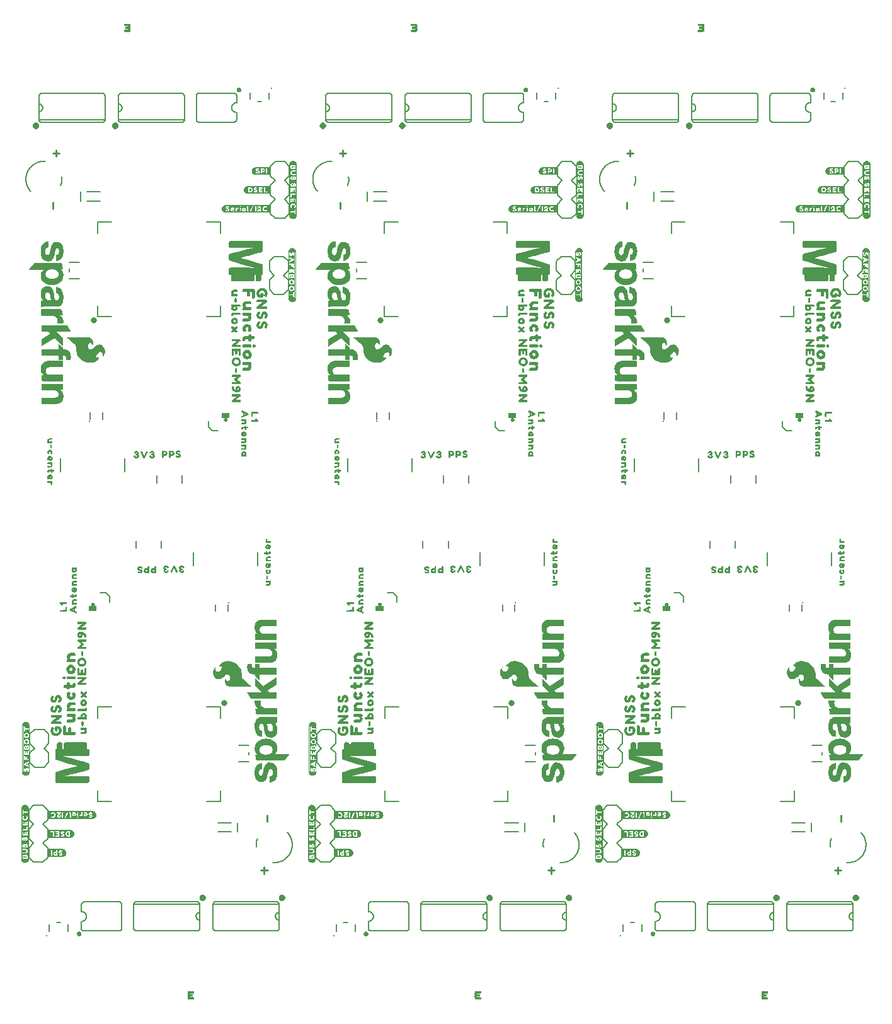
<source format=gto>
G04 EAGLE Gerber RS-274X export*
G75*
%MOMM*%
%FSLAX34Y34*%
%LPD*%
%INSilkscreen Top*%
%IPPOS*%
%AMOC8*
5,1,8,0,0,1.08239X$1,22.5*%
G01*
%ADD10C,0.228600*%
%ADD11C,0.152400*%
%ADD12C,0.203200*%
%ADD13C,0.254000*%
%ADD14C,0.177800*%
%ADD15C,0.812800*%
%ADD16C,0.300000*%
%ADD17C,0.254000*%
%ADD18R,0.640000X0.040000*%
%ADD19R,0.800000X0.040000*%
%ADD20R,0.840000X0.040000*%
%ADD21R,0.280000X0.040000*%
%ADD22R,0.600000X0.040000*%
%ADD23R,0.680000X0.040000*%
%ADD24R,0.760000X0.040000*%
%ADD25C,0.508000*%

G36*
X1080954Y990682D02*
X1080954Y990682D01*
X1080994Y990689D01*
X1081011Y990683D01*
X1081041Y990685D01*
X1081080Y990678D01*
X1086895Y990678D01*
X1086899Y990679D01*
X1086903Y990678D01*
X1087432Y990688D01*
X1087473Y990697D01*
X1087537Y990701D01*
X1088050Y990821D01*
X1088089Y990839D01*
X1088180Y990872D01*
X1088639Y991130D01*
X1088672Y991158D01*
X1088750Y991214D01*
X1089120Y991588D01*
X1089144Y991625D01*
X1089203Y991700D01*
X1089456Y992162D01*
X1089469Y992203D01*
X1089505Y992292D01*
X1089620Y992806D01*
X1089621Y992848D01*
X1089632Y992914D01*
X1089640Y998723D01*
X1089650Y999122D01*
X1089768Y999336D01*
X1089991Y999447D01*
X1090827Y999452D01*
X1091065Y999350D01*
X1091189Y999152D01*
X1091207Y998767D01*
X1091213Y992965D01*
X1091220Y992926D01*
X1091222Y992869D01*
X1091323Y992353D01*
X1091340Y992312D01*
X1091368Y992221D01*
X1091608Y991753D01*
X1091635Y991718D01*
X1091688Y991639D01*
X1092047Y991254D01*
X1092083Y991229D01*
X1092155Y991166D01*
X1092608Y990896D01*
X1092648Y990881D01*
X1092738Y990841D01*
X1093248Y990708D01*
X1093291Y990705D01*
X1093360Y990692D01*
X1093888Y990677D01*
X1093894Y990678D01*
X1093902Y990677D01*
X1096016Y990677D01*
X1096032Y990680D01*
X1096052Y990678D01*
X1096578Y990716D01*
X1096621Y990728D01*
X1096710Y990744D01*
X1097206Y990921D01*
X1097244Y990943D01*
X1097329Y990985D01*
X1097757Y991292D01*
X1097786Y991322D01*
X1097795Y991328D01*
X1097798Y991333D01*
X1097858Y991387D01*
X1098185Y991800D01*
X1098205Y991839D01*
X1098255Y991919D01*
X1098457Y992405D01*
X1098465Y992448D01*
X1098492Y992538D01*
X1098553Y993061D01*
X1098551Y993087D01*
X1098556Y993119D01*
X1098558Y998899D01*
X1098606Y999233D01*
X1098747Y999392D01*
X1099071Y999470D01*
X1099564Y999526D01*
X1099569Y999528D01*
X1099575Y999527D01*
X1099734Y999577D01*
X1100202Y999816D01*
X1100208Y999821D01*
X1100215Y999823D01*
X1100345Y999926D01*
X1100697Y1000316D01*
X1100702Y1000323D01*
X1100708Y1000328D01*
X1100793Y1000471D01*
X1100982Y1000961D01*
X1100985Y1000979D01*
X1101015Y1001119D01*
X1101037Y1001646D01*
X1101036Y1001656D01*
X1101038Y1001668D01*
X1101038Y1011711D01*
X1101037Y1011716D01*
X1101038Y1011723D01*
X1101025Y1012251D01*
X1101018Y1012282D01*
X1100998Y1012403D01*
X1100825Y1012899D01*
X1100821Y1012907D01*
X1100819Y1012916D01*
X1100734Y1013059D01*
X1100393Y1013459D01*
X1100386Y1013464D01*
X1100382Y1013471D01*
X1100339Y1013505D01*
X1100333Y1013513D01*
X1100314Y1013524D01*
X1100251Y1013574D01*
X1099790Y1013824D01*
X1099752Y1013836D01*
X1099701Y1013862D01*
X1093650Y1015765D01*
X1093649Y1015765D01*
X1093648Y1015765D01*
X1089103Y1017171D01*
X1089101Y1017171D01*
X1089099Y1017172D01*
X1081001Y1019610D01*
X1080920Y1019617D01*
X1080879Y1019624D01*
X1080866Y1019629D01*
X1080761Y1019680D01*
X1077208Y1020698D01*
X1077205Y1020698D01*
X1077202Y1020699D01*
X1073637Y1021672D01*
X1073632Y1021672D01*
X1073626Y1021675D01*
X1070553Y1022442D01*
X1070547Y1022442D01*
X1070541Y1022445D01*
X1070090Y1022545D01*
X1070687Y1022666D01*
X1070691Y1022667D01*
X1070697Y1022668D01*
X1074303Y1023476D01*
X1074307Y1023477D01*
X1074311Y1023477D01*
X1078418Y1024463D01*
X1078419Y1024463D01*
X1078421Y1024463D01*
X1079958Y1024843D01*
X1079963Y1024846D01*
X1079970Y1024846D01*
X1080989Y1025125D01*
X1081014Y1025138D01*
X1081053Y1025141D01*
X1081067Y1025141D01*
X1081069Y1025142D01*
X1081071Y1025142D01*
X1084655Y1026062D01*
X1084657Y1026063D01*
X1084660Y1026063D01*
X1088748Y1027150D01*
X1088749Y1027150D01*
X1088751Y1027150D01*
X1091301Y1027846D01*
X1091303Y1027847D01*
X1091305Y1027847D01*
X1095376Y1028994D01*
X1095379Y1028995D01*
X1095382Y1028996D01*
X1099440Y1030190D01*
X1099452Y1030196D01*
X1099468Y1030199D01*
X1099964Y1030378D01*
X1099977Y1030386D01*
X1100106Y1030458D01*
X1100517Y1030786D01*
X1100524Y1030794D01*
X1100533Y1030799D01*
X1100639Y1030927D01*
X1100900Y1031383D01*
X1100903Y1031393D01*
X1100910Y1031401D01*
X1100919Y1031428D01*
X1100924Y1031437D01*
X1100928Y1031455D01*
X1100961Y1031559D01*
X1101038Y1032079D01*
X1101036Y1032110D01*
X1101043Y1032151D01*
X1101048Y1043255D01*
X1101041Y1043291D01*
X1101040Y1043344D01*
X1100946Y1043861D01*
X1100943Y1043870D01*
X1100943Y1043879D01*
X1100880Y1044034D01*
X1100605Y1044481D01*
X1100600Y1044486D01*
X1100597Y1044493D01*
X1100484Y1044615D01*
X1100068Y1044935D01*
X1100060Y1044939D01*
X1100054Y1044945D01*
X1099905Y1045018D01*
X1099401Y1045167D01*
X1099359Y1045171D01*
X1099260Y1045187D01*
X1081283Y1045196D01*
X1081240Y1045187D01*
X1081165Y1045182D01*
X1081051Y1045154D01*
X1081037Y1045163D01*
X1081028Y1045164D01*
X1081021Y1045169D01*
X1080857Y1045196D01*
X1057043Y1045186D01*
X1057006Y1045178D01*
X1056897Y1045164D01*
X1056394Y1045009D01*
X1056387Y1045005D01*
X1056378Y1045004D01*
X1056232Y1044924D01*
X1055819Y1044598D01*
X1055814Y1044592D01*
X1055807Y1044588D01*
X1055699Y1044462D01*
X1055430Y1044010D01*
X1055427Y1044002D01*
X1055422Y1043996D01*
X1055367Y1043839D01*
X1055278Y1043321D01*
X1055279Y1043285D01*
X1055270Y1043236D01*
X1055270Y1037944D01*
X1055274Y1037926D01*
X1055272Y1037904D01*
X1055313Y1037379D01*
X1055314Y1037376D01*
X1055314Y1037374D01*
X1055356Y1037213D01*
X1055571Y1036734D01*
X1055576Y1036727D01*
X1055578Y1036719D01*
X1055675Y1036584D01*
X1056049Y1036213D01*
X1056056Y1036208D01*
X1056061Y1036201D01*
X1056200Y1036110D01*
X1056682Y1035899D01*
X1056683Y1035899D01*
X1056684Y1035898D01*
X1056845Y1035859D01*
X1057371Y1035820D01*
X1057388Y1035822D01*
X1057408Y1035818D01*
X1073284Y1035821D01*
X1073286Y1035821D01*
X1073287Y1035821D01*
X1077521Y1035845D01*
X1077523Y1035845D01*
X1077525Y1035845D01*
X1080698Y1035893D01*
X1080699Y1035893D01*
X1080700Y1035893D01*
X1080793Y1035913D01*
X1080893Y1035935D01*
X1080894Y1035935D01*
X1080916Y1035951D01*
X1080937Y1035937D01*
X1080954Y1035934D01*
X1080968Y1035926D01*
X1081133Y1035902D01*
X1085362Y1035995D01*
X1085364Y1035995D01*
X1085366Y1035995D01*
X1088537Y1036093D01*
X1088540Y1036094D01*
X1088544Y1036094D01*
X1090322Y1036172D01*
X1088441Y1035758D01*
X1088439Y1035756D01*
X1088435Y1035756D01*
X1081226Y1034077D01*
X1081212Y1034071D01*
X1081192Y1034068D01*
X1080857Y1033965D01*
X1080791Y1033960D01*
X1080748Y1033963D01*
X1080725Y1033956D01*
X1080694Y1033953D01*
X1074025Y1032332D01*
X1074024Y1032331D01*
X1074022Y1032331D01*
X1068388Y1030925D01*
X1068387Y1030925D01*
X1068385Y1030924D01*
X1061225Y1029089D01*
X1061224Y1029088D01*
X1061221Y1029088D01*
X1056628Y1027872D01*
X1056589Y1027852D01*
X1056517Y1027827D01*
X1056057Y1027575D01*
X1056049Y1027569D01*
X1056041Y1027566D01*
X1055914Y1027459D01*
X1055576Y1027057D01*
X1055573Y1027051D01*
X1055568Y1027047D01*
X1055487Y1026902D01*
X1055313Y1026406D01*
X1055308Y1026376D01*
X1055285Y1026253D01*
X1055271Y1025726D01*
X1055272Y1025720D01*
X1055271Y1025713D01*
X1055271Y1020434D01*
X1055275Y1020412D01*
X1055273Y1020383D01*
X1055327Y1019861D01*
X1055328Y1019855D01*
X1055328Y1019850D01*
X1055376Y1019690D01*
X1055608Y1019220D01*
X1055613Y1019213D01*
X1055616Y1019205D01*
X1055718Y1019073D01*
X1056104Y1018718D01*
X1056109Y1018715D01*
X1056112Y1018711D01*
X1056253Y1018624D01*
X1056740Y1018425D01*
X1056761Y1018421D01*
X1056785Y1018409D01*
X1061841Y1016889D01*
X1061843Y1016888D01*
X1061845Y1016887D01*
X1068942Y1014823D01*
X1068944Y1014822D01*
X1068946Y1014821D01*
X1074537Y1013251D01*
X1074539Y1013251D01*
X1074542Y1013250D01*
X1080656Y1011593D01*
X1080691Y1011591D01*
X1080724Y1011579D01*
X1080790Y1011584D01*
X1080855Y1011580D01*
X1080867Y1011584D01*
X1080893Y1011558D01*
X1080966Y1011525D01*
X1081004Y1011502D01*
X1081023Y1011499D01*
X1081045Y1011490D01*
X1084113Y1010687D01*
X1084115Y1010687D01*
X1084117Y1010686D01*
X1088218Y1009653D01*
X1088220Y1009653D01*
X1088223Y1009652D01*
X1090793Y1009035D01*
X1090796Y1009035D01*
X1090799Y1009034D01*
X1087433Y1009110D01*
X1087431Y1009110D01*
X1087429Y1009110D01*
X1081087Y1009202D01*
X1081033Y1009192D01*
X1080978Y1009192D01*
X1080936Y1009174D01*
X1080891Y1009165D01*
X1080845Y1009135D01*
X1080795Y1009113D01*
X1080793Y1009112D01*
X1080585Y1009172D01*
X1080542Y1009176D01*
X1080449Y1009192D01*
X1077284Y1009217D01*
X1077282Y1009217D01*
X1077280Y1009217D01*
X1057232Y1009230D01*
X1057197Y1009223D01*
X1057147Y1009222D01*
X1056630Y1009134D01*
X1056623Y1009131D01*
X1056616Y1009131D01*
X1056539Y1009101D01*
X1056510Y1009096D01*
X1056493Y1009084D01*
X1056460Y1009071D01*
X1056009Y1008804D01*
X1056003Y1008799D01*
X1055996Y1008796D01*
X1055872Y1008685D01*
X1055546Y1008274D01*
X1055542Y1008266D01*
X1055536Y1008261D01*
X1055460Y1008112D01*
X1055304Y1007612D01*
X1055300Y1007568D01*
X1055282Y1007474D01*
X1055270Y1006947D01*
X1055271Y1006942D01*
X1055270Y1006936D01*
X1055270Y1001660D01*
X1055272Y1001649D01*
X1055271Y1001636D01*
X1055296Y1001110D01*
X1055302Y1001088D01*
X1055330Y1000953D01*
X1055519Y1000465D01*
X1055523Y1000458D01*
X1055525Y1000451D01*
X1055529Y1000444D01*
X1055531Y1000438D01*
X1055548Y1000414D01*
X1055614Y1000310D01*
X1055966Y999922D01*
X1055972Y999917D01*
X1055976Y999911D01*
X1056110Y999812D01*
X1056577Y999574D01*
X1056583Y999572D01*
X1056588Y999569D01*
X1056748Y999523D01*
X1057270Y999463D01*
X1057287Y999465D01*
X1057309Y999460D01*
X1057710Y999447D01*
X1057917Y999327D01*
X1058026Y999099D01*
X1058043Y992881D01*
X1058052Y992838D01*
X1058057Y992764D01*
X1058183Y992253D01*
X1058201Y992214D01*
X1058234Y992124D01*
X1058496Y991668D01*
X1058525Y991635D01*
X1058581Y991558D01*
X1058958Y991192D01*
X1058995Y991168D01*
X1059069Y991110D01*
X1059531Y990860D01*
X1059572Y990848D01*
X1059663Y990812D01*
X1060176Y990701D01*
X1060218Y990700D01*
X1060282Y990690D01*
X1080321Y990682D01*
X1080839Y990663D01*
X1080856Y990666D01*
X1080874Y990663D01*
X1080954Y990682D01*
G37*
G36*
X695382Y990682D02*
X695382Y990682D01*
X695422Y990689D01*
X695439Y990683D01*
X695469Y990685D01*
X695508Y990678D01*
X701323Y990678D01*
X701327Y990679D01*
X701331Y990678D01*
X701860Y990688D01*
X701901Y990697D01*
X701965Y990701D01*
X702478Y990821D01*
X702517Y990839D01*
X702608Y990872D01*
X703067Y991130D01*
X703100Y991158D01*
X703178Y991214D01*
X703548Y991588D01*
X703572Y991625D01*
X703631Y991700D01*
X703884Y992162D01*
X703897Y992203D01*
X703933Y992292D01*
X704048Y992806D01*
X704049Y992848D01*
X704060Y992914D01*
X704068Y998723D01*
X704078Y999122D01*
X704196Y999336D01*
X704419Y999447D01*
X705255Y999452D01*
X705493Y999350D01*
X705617Y999152D01*
X705635Y998767D01*
X705641Y992965D01*
X705648Y992926D01*
X705650Y992869D01*
X705751Y992353D01*
X705768Y992312D01*
X705796Y992221D01*
X706036Y991753D01*
X706063Y991718D01*
X706116Y991639D01*
X706475Y991254D01*
X706511Y991229D01*
X706583Y991166D01*
X707036Y990896D01*
X707076Y990881D01*
X707166Y990841D01*
X707676Y990708D01*
X707719Y990705D01*
X707788Y990692D01*
X708316Y990677D01*
X708322Y990678D01*
X708330Y990677D01*
X710444Y990677D01*
X710460Y990680D01*
X710480Y990678D01*
X711006Y990716D01*
X711049Y990728D01*
X711138Y990744D01*
X711634Y990921D01*
X711672Y990943D01*
X711757Y990985D01*
X712185Y991292D01*
X712214Y991322D01*
X712223Y991328D01*
X712226Y991333D01*
X712286Y991387D01*
X712613Y991800D01*
X712633Y991839D01*
X712683Y991919D01*
X712885Y992405D01*
X712893Y992448D01*
X712920Y992538D01*
X712981Y993061D01*
X712979Y993087D01*
X712984Y993119D01*
X712986Y998899D01*
X713034Y999233D01*
X713175Y999392D01*
X713499Y999470D01*
X713992Y999526D01*
X713997Y999528D01*
X714003Y999527D01*
X714162Y999577D01*
X714630Y999816D01*
X714636Y999821D01*
X714643Y999823D01*
X714773Y999926D01*
X715125Y1000316D01*
X715130Y1000323D01*
X715136Y1000328D01*
X715221Y1000471D01*
X715410Y1000961D01*
X715413Y1000979D01*
X715443Y1001119D01*
X715465Y1001646D01*
X715464Y1001656D01*
X715466Y1001668D01*
X715466Y1011711D01*
X715465Y1011716D01*
X715466Y1011723D01*
X715453Y1012251D01*
X715446Y1012282D01*
X715426Y1012403D01*
X715253Y1012899D01*
X715249Y1012907D01*
X715247Y1012916D01*
X715162Y1013059D01*
X714821Y1013459D01*
X714814Y1013464D01*
X714810Y1013471D01*
X714767Y1013505D01*
X714761Y1013513D01*
X714742Y1013524D01*
X714679Y1013574D01*
X714218Y1013824D01*
X714180Y1013836D01*
X714129Y1013862D01*
X708078Y1015765D01*
X708077Y1015765D01*
X708076Y1015765D01*
X703531Y1017171D01*
X703529Y1017171D01*
X703527Y1017172D01*
X695429Y1019610D01*
X695348Y1019617D01*
X695307Y1019624D01*
X695294Y1019629D01*
X695189Y1019680D01*
X691636Y1020698D01*
X691633Y1020698D01*
X691630Y1020699D01*
X688065Y1021672D01*
X688060Y1021672D01*
X688054Y1021675D01*
X684981Y1022442D01*
X684975Y1022442D01*
X684969Y1022445D01*
X684518Y1022545D01*
X685115Y1022666D01*
X685119Y1022667D01*
X685125Y1022668D01*
X688731Y1023476D01*
X688735Y1023477D01*
X688739Y1023477D01*
X692846Y1024463D01*
X692847Y1024463D01*
X692849Y1024463D01*
X694386Y1024843D01*
X694391Y1024846D01*
X694398Y1024846D01*
X695417Y1025125D01*
X695442Y1025138D01*
X695481Y1025141D01*
X695495Y1025141D01*
X695497Y1025142D01*
X695499Y1025142D01*
X699083Y1026062D01*
X699085Y1026063D01*
X699088Y1026063D01*
X703176Y1027150D01*
X703177Y1027150D01*
X703179Y1027150D01*
X705729Y1027846D01*
X705731Y1027847D01*
X705733Y1027847D01*
X709804Y1028994D01*
X709807Y1028995D01*
X709810Y1028996D01*
X713868Y1030190D01*
X713880Y1030196D01*
X713896Y1030199D01*
X714392Y1030378D01*
X714405Y1030386D01*
X714534Y1030458D01*
X714945Y1030786D01*
X714952Y1030794D01*
X714961Y1030799D01*
X715067Y1030927D01*
X715328Y1031383D01*
X715331Y1031393D01*
X715338Y1031401D01*
X715347Y1031428D01*
X715352Y1031437D01*
X715356Y1031455D01*
X715389Y1031559D01*
X715466Y1032079D01*
X715464Y1032110D01*
X715471Y1032151D01*
X715476Y1043255D01*
X715469Y1043291D01*
X715468Y1043344D01*
X715374Y1043861D01*
X715371Y1043870D01*
X715371Y1043879D01*
X715308Y1044034D01*
X715033Y1044481D01*
X715028Y1044486D01*
X715025Y1044493D01*
X714912Y1044615D01*
X714496Y1044935D01*
X714488Y1044939D01*
X714482Y1044945D01*
X714333Y1045018D01*
X713829Y1045167D01*
X713787Y1045171D01*
X713688Y1045187D01*
X695711Y1045196D01*
X695668Y1045187D01*
X695593Y1045182D01*
X695479Y1045154D01*
X695465Y1045163D01*
X695456Y1045164D01*
X695449Y1045169D01*
X695285Y1045196D01*
X671471Y1045186D01*
X671434Y1045178D01*
X671325Y1045164D01*
X670822Y1045009D01*
X670815Y1045005D01*
X670806Y1045004D01*
X670660Y1044924D01*
X670247Y1044598D01*
X670242Y1044592D01*
X670235Y1044588D01*
X670127Y1044462D01*
X669858Y1044010D01*
X669855Y1044002D01*
X669850Y1043996D01*
X669795Y1043839D01*
X669706Y1043321D01*
X669707Y1043285D01*
X669698Y1043236D01*
X669698Y1037944D01*
X669702Y1037926D01*
X669700Y1037904D01*
X669741Y1037379D01*
X669742Y1037376D01*
X669742Y1037374D01*
X669784Y1037213D01*
X669999Y1036734D01*
X670004Y1036727D01*
X670006Y1036719D01*
X670103Y1036584D01*
X670477Y1036213D01*
X670484Y1036208D01*
X670489Y1036201D01*
X670628Y1036110D01*
X671110Y1035899D01*
X671111Y1035899D01*
X671112Y1035898D01*
X671273Y1035859D01*
X671799Y1035820D01*
X671816Y1035822D01*
X671836Y1035818D01*
X687712Y1035821D01*
X687714Y1035821D01*
X687715Y1035821D01*
X691949Y1035845D01*
X691951Y1035845D01*
X691953Y1035845D01*
X695126Y1035893D01*
X695127Y1035893D01*
X695128Y1035893D01*
X695221Y1035913D01*
X695321Y1035935D01*
X695322Y1035935D01*
X695344Y1035951D01*
X695365Y1035937D01*
X695382Y1035934D01*
X695396Y1035926D01*
X695561Y1035902D01*
X699790Y1035995D01*
X699792Y1035995D01*
X699794Y1035995D01*
X702965Y1036093D01*
X702968Y1036094D01*
X702972Y1036094D01*
X704750Y1036172D01*
X702869Y1035758D01*
X702867Y1035756D01*
X702863Y1035756D01*
X695654Y1034077D01*
X695640Y1034071D01*
X695620Y1034068D01*
X695285Y1033965D01*
X695219Y1033960D01*
X695176Y1033963D01*
X695153Y1033956D01*
X695122Y1033953D01*
X688453Y1032332D01*
X688452Y1032331D01*
X688450Y1032331D01*
X682816Y1030925D01*
X682815Y1030925D01*
X682813Y1030924D01*
X675653Y1029089D01*
X675652Y1029088D01*
X675649Y1029088D01*
X671056Y1027872D01*
X671017Y1027852D01*
X670945Y1027827D01*
X670485Y1027575D01*
X670477Y1027569D01*
X670469Y1027566D01*
X670342Y1027459D01*
X670004Y1027057D01*
X670001Y1027051D01*
X669996Y1027047D01*
X669915Y1026902D01*
X669741Y1026406D01*
X669736Y1026376D01*
X669713Y1026253D01*
X669699Y1025726D01*
X669700Y1025720D01*
X669699Y1025713D01*
X669699Y1020434D01*
X669703Y1020412D01*
X669701Y1020383D01*
X669755Y1019861D01*
X669756Y1019855D01*
X669756Y1019850D01*
X669804Y1019690D01*
X670036Y1019220D01*
X670041Y1019213D01*
X670044Y1019205D01*
X670146Y1019073D01*
X670532Y1018718D01*
X670537Y1018715D01*
X670540Y1018711D01*
X670681Y1018624D01*
X671168Y1018425D01*
X671189Y1018421D01*
X671213Y1018409D01*
X676269Y1016889D01*
X676271Y1016888D01*
X676273Y1016887D01*
X683370Y1014823D01*
X683372Y1014822D01*
X683374Y1014821D01*
X688965Y1013251D01*
X688967Y1013251D01*
X688970Y1013250D01*
X695084Y1011593D01*
X695119Y1011591D01*
X695152Y1011579D01*
X695218Y1011584D01*
X695283Y1011580D01*
X695295Y1011584D01*
X695321Y1011558D01*
X695394Y1011525D01*
X695432Y1011502D01*
X695451Y1011499D01*
X695473Y1011490D01*
X698541Y1010687D01*
X698543Y1010687D01*
X698545Y1010686D01*
X702646Y1009653D01*
X702648Y1009653D01*
X702651Y1009652D01*
X705221Y1009035D01*
X705224Y1009035D01*
X705227Y1009034D01*
X701861Y1009110D01*
X701859Y1009110D01*
X701857Y1009110D01*
X695515Y1009202D01*
X695461Y1009192D01*
X695406Y1009192D01*
X695364Y1009174D01*
X695319Y1009165D01*
X695273Y1009135D01*
X695223Y1009113D01*
X695221Y1009112D01*
X695013Y1009172D01*
X694970Y1009176D01*
X694877Y1009192D01*
X691712Y1009217D01*
X691710Y1009217D01*
X691708Y1009217D01*
X671660Y1009230D01*
X671625Y1009223D01*
X671575Y1009222D01*
X671058Y1009134D01*
X671051Y1009131D01*
X671044Y1009131D01*
X670967Y1009101D01*
X670938Y1009096D01*
X670921Y1009084D01*
X670888Y1009071D01*
X670437Y1008804D01*
X670431Y1008799D01*
X670424Y1008796D01*
X670300Y1008685D01*
X669974Y1008274D01*
X669970Y1008266D01*
X669964Y1008261D01*
X669888Y1008112D01*
X669732Y1007612D01*
X669728Y1007568D01*
X669710Y1007474D01*
X669698Y1006947D01*
X669699Y1006942D01*
X669698Y1006936D01*
X669698Y1001660D01*
X669700Y1001649D01*
X669699Y1001636D01*
X669724Y1001110D01*
X669730Y1001088D01*
X669758Y1000953D01*
X669947Y1000465D01*
X669951Y1000458D01*
X669953Y1000451D01*
X669957Y1000444D01*
X669959Y1000438D01*
X669976Y1000414D01*
X670042Y1000310D01*
X670394Y999922D01*
X670400Y999917D01*
X670404Y999911D01*
X670538Y999812D01*
X671005Y999574D01*
X671011Y999572D01*
X671016Y999569D01*
X671176Y999523D01*
X671698Y999463D01*
X671715Y999465D01*
X671737Y999460D01*
X672138Y999447D01*
X672345Y999327D01*
X672454Y999099D01*
X672471Y992881D01*
X672480Y992838D01*
X672485Y992764D01*
X672611Y992253D01*
X672629Y992214D01*
X672662Y992124D01*
X672924Y991668D01*
X672953Y991635D01*
X673009Y991558D01*
X673386Y991192D01*
X673423Y991168D01*
X673497Y991110D01*
X673959Y990860D01*
X674000Y990848D01*
X674091Y990812D01*
X674604Y990701D01*
X674646Y990700D01*
X674710Y990690D01*
X694749Y990682D01*
X695267Y990663D01*
X695284Y990666D01*
X695302Y990663D01*
X695382Y990682D01*
G37*
G36*
X309810Y990682D02*
X309810Y990682D01*
X309850Y990689D01*
X309867Y990683D01*
X309897Y990685D01*
X309936Y990678D01*
X315751Y990678D01*
X315755Y990679D01*
X315759Y990678D01*
X316288Y990688D01*
X316329Y990697D01*
X316393Y990701D01*
X316906Y990821D01*
X316945Y990839D01*
X317036Y990872D01*
X317495Y991130D01*
X317528Y991158D01*
X317606Y991214D01*
X317976Y991588D01*
X318000Y991625D01*
X318059Y991700D01*
X318312Y992162D01*
X318325Y992203D01*
X318361Y992292D01*
X318476Y992806D01*
X318477Y992848D01*
X318488Y992914D01*
X318496Y998723D01*
X318506Y999122D01*
X318624Y999336D01*
X318847Y999447D01*
X319683Y999452D01*
X319921Y999350D01*
X320045Y999152D01*
X320063Y998767D01*
X320069Y992965D01*
X320076Y992926D01*
X320078Y992869D01*
X320179Y992353D01*
X320196Y992312D01*
X320224Y992221D01*
X320464Y991753D01*
X320491Y991718D01*
X320544Y991639D01*
X320903Y991254D01*
X320939Y991229D01*
X321011Y991166D01*
X321464Y990896D01*
X321504Y990881D01*
X321594Y990841D01*
X322104Y990708D01*
X322147Y990705D01*
X322216Y990692D01*
X322744Y990677D01*
X322750Y990678D01*
X322758Y990677D01*
X324872Y990677D01*
X324888Y990680D01*
X324908Y990678D01*
X325434Y990716D01*
X325477Y990728D01*
X325566Y990744D01*
X326062Y990921D01*
X326100Y990943D01*
X326185Y990985D01*
X326613Y991292D01*
X326642Y991322D01*
X326651Y991328D01*
X326654Y991333D01*
X326714Y991387D01*
X327041Y991800D01*
X327061Y991839D01*
X327111Y991919D01*
X327313Y992405D01*
X327321Y992448D01*
X327348Y992538D01*
X327409Y993061D01*
X327407Y993087D01*
X327412Y993119D01*
X327414Y998899D01*
X327462Y999233D01*
X327603Y999392D01*
X327927Y999470D01*
X328420Y999526D01*
X328425Y999528D01*
X328431Y999527D01*
X328590Y999577D01*
X329058Y999816D01*
X329064Y999821D01*
X329071Y999823D01*
X329201Y999926D01*
X329553Y1000316D01*
X329558Y1000323D01*
X329564Y1000328D01*
X329649Y1000471D01*
X329838Y1000961D01*
X329841Y1000979D01*
X329871Y1001119D01*
X329893Y1001646D01*
X329892Y1001656D01*
X329894Y1001668D01*
X329894Y1011711D01*
X329893Y1011716D01*
X329894Y1011723D01*
X329881Y1012251D01*
X329874Y1012282D01*
X329854Y1012403D01*
X329681Y1012899D01*
X329677Y1012907D01*
X329675Y1012916D01*
X329590Y1013059D01*
X329249Y1013459D01*
X329242Y1013464D01*
X329238Y1013471D01*
X329195Y1013505D01*
X329189Y1013513D01*
X329170Y1013524D01*
X329107Y1013574D01*
X328646Y1013824D01*
X328608Y1013836D01*
X328557Y1013862D01*
X322506Y1015765D01*
X322505Y1015765D01*
X322504Y1015765D01*
X317959Y1017171D01*
X317957Y1017171D01*
X317955Y1017172D01*
X309857Y1019610D01*
X309776Y1019617D01*
X309735Y1019624D01*
X309722Y1019629D01*
X309617Y1019680D01*
X306064Y1020698D01*
X306061Y1020698D01*
X306058Y1020699D01*
X302493Y1021672D01*
X302488Y1021672D01*
X302482Y1021675D01*
X299409Y1022442D01*
X299403Y1022442D01*
X299397Y1022445D01*
X298946Y1022545D01*
X299543Y1022666D01*
X299547Y1022667D01*
X299553Y1022668D01*
X303159Y1023476D01*
X303163Y1023477D01*
X303167Y1023477D01*
X307274Y1024463D01*
X307275Y1024463D01*
X307277Y1024463D01*
X308814Y1024843D01*
X308819Y1024846D01*
X308826Y1024846D01*
X309845Y1025125D01*
X309870Y1025138D01*
X309909Y1025141D01*
X309923Y1025141D01*
X309925Y1025142D01*
X309927Y1025142D01*
X313511Y1026062D01*
X313513Y1026063D01*
X313516Y1026063D01*
X317604Y1027150D01*
X317605Y1027150D01*
X317607Y1027150D01*
X320157Y1027846D01*
X320159Y1027847D01*
X320161Y1027847D01*
X324232Y1028994D01*
X324235Y1028995D01*
X324238Y1028996D01*
X328296Y1030190D01*
X328308Y1030196D01*
X328324Y1030199D01*
X328820Y1030378D01*
X328833Y1030386D01*
X328962Y1030458D01*
X329373Y1030786D01*
X329380Y1030794D01*
X329389Y1030799D01*
X329495Y1030927D01*
X329756Y1031383D01*
X329759Y1031393D01*
X329766Y1031401D01*
X329775Y1031428D01*
X329780Y1031437D01*
X329784Y1031455D01*
X329817Y1031559D01*
X329894Y1032079D01*
X329892Y1032110D01*
X329899Y1032151D01*
X329904Y1043255D01*
X329897Y1043291D01*
X329896Y1043344D01*
X329802Y1043861D01*
X329799Y1043870D01*
X329799Y1043879D01*
X329736Y1044034D01*
X329461Y1044481D01*
X329456Y1044486D01*
X329453Y1044493D01*
X329340Y1044615D01*
X328924Y1044935D01*
X328916Y1044939D01*
X328910Y1044945D01*
X328761Y1045018D01*
X328257Y1045167D01*
X328215Y1045171D01*
X328116Y1045187D01*
X310139Y1045196D01*
X310096Y1045187D01*
X310021Y1045182D01*
X309907Y1045154D01*
X309893Y1045163D01*
X309884Y1045164D01*
X309877Y1045169D01*
X309713Y1045196D01*
X285899Y1045186D01*
X285862Y1045178D01*
X285753Y1045164D01*
X285250Y1045009D01*
X285243Y1045005D01*
X285234Y1045004D01*
X285088Y1044924D01*
X284675Y1044598D01*
X284670Y1044592D01*
X284663Y1044588D01*
X284555Y1044462D01*
X284286Y1044010D01*
X284283Y1044002D01*
X284278Y1043996D01*
X284223Y1043839D01*
X284134Y1043321D01*
X284135Y1043285D01*
X284126Y1043236D01*
X284126Y1037944D01*
X284130Y1037926D01*
X284128Y1037904D01*
X284169Y1037379D01*
X284170Y1037376D01*
X284170Y1037374D01*
X284212Y1037213D01*
X284427Y1036734D01*
X284432Y1036727D01*
X284434Y1036719D01*
X284531Y1036584D01*
X284905Y1036213D01*
X284912Y1036208D01*
X284917Y1036201D01*
X285056Y1036110D01*
X285538Y1035899D01*
X285539Y1035899D01*
X285540Y1035898D01*
X285701Y1035859D01*
X286227Y1035820D01*
X286244Y1035822D01*
X286264Y1035818D01*
X302140Y1035821D01*
X302142Y1035821D01*
X302143Y1035821D01*
X306377Y1035845D01*
X306379Y1035845D01*
X306381Y1035845D01*
X309554Y1035893D01*
X309555Y1035893D01*
X309556Y1035893D01*
X309649Y1035913D01*
X309749Y1035935D01*
X309750Y1035935D01*
X309772Y1035951D01*
X309793Y1035937D01*
X309810Y1035934D01*
X309824Y1035926D01*
X309989Y1035902D01*
X314218Y1035995D01*
X314220Y1035995D01*
X314222Y1035995D01*
X317393Y1036093D01*
X317396Y1036094D01*
X317400Y1036094D01*
X319178Y1036172D01*
X317297Y1035758D01*
X317295Y1035756D01*
X317291Y1035756D01*
X310082Y1034077D01*
X310068Y1034071D01*
X310048Y1034068D01*
X309713Y1033965D01*
X309647Y1033960D01*
X309604Y1033963D01*
X309581Y1033956D01*
X309550Y1033953D01*
X302881Y1032332D01*
X302880Y1032331D01*
X302878Y1032331D01*
X297244Y1030925D01*
X297243Y1030925D01*
X297241Y1030924D01*
X290081Y1029089D01*
X290080Y1029088D01*
X290077Y1029088D01*
X285484Y1027872D01*
X285445Y1027852D01*
X285373Y1027827D01*
X284913Y1027575D01*
X284905Y1027569D01*
X284897Y1027566D01*
X284770Y1027459D01*
X284432Y1027057D01*
X284429Y1027051D01*
X284424Y1027047D01*
X284343Y1026902D01*
X284169Y1026406D01*
X284164Y1026376D01*
X284141Y1026253D01*
X284127Y1025726D01*
X284128Y1025720D01*
X284127Y1025713D01*
X284127Y1020434D01*
X284131Y1020412D01*
X284129Y1020383D01*
X284183Y1019861D01*
X284184Y1019855D01*
X284184Y1019850D01*
X284232Y1019690D01*
X284464Y1019220D01*
X284469Y1019213D01*
X284472Y1019205D01*
X284574Y1019073D01*
X284960Y1018718D01*
X284965Y1018715D01*
X284968Y1018711D01*
X285109Y1018624D01*
X285596Y1018425D01*
X285617Y1018421D01*
X285641Y1018409D01*
X290697Y1016889D01*
X290699Y1016888D01*
X290701Y1016887D01*
X297798Y1014823D01*
X297800Y1014822D01*
X297802Y1014821D01*
X303393Y1013251D01*
X303395Y1013251D01*
X303398Y1013250D01*
X309512Y1011593D01*
X309547Y1011591D01*
X309580Y1011579D01*
X309646Y1011584D01*
X309711Y1011580D01*
X309723Y1011584D01*
X309749Y1011558D01*
X309822Y1011525D01*
X309860Y1011502D01*
X309879Y1011499D01*
X309901Y1011490D01*
X312969Y1010687D01*
X312971Y1010687D01*
X312973Y1010686D01*
X317074Y1009653D01*
X317076Y1009653D01*
X317079Y1009652D01*
X319649Y1009035D01*
X319652Y1009035D01*
X319655Y1009034D01*
X316289Y1009110D01*
X316287Y1009110D01*
X316285Y1009110D01*
X309943Y1009202D01*
X309889Y1009192D01*
X309834Y1009192D01*
X309792Y1009174D01*
X309747Y1009165D01*
X309701Y1009135D01*
X309651Y1009113D01*
X309649Y1009112D01*
X309441Y1009172D01*
X309398Y1009176D01*
X309305Y1009192D01*
X306140Y1009217D01*
X306138Y1009217D01*
X306136Y1009217D01*
X286088Y1009230D01*
X286053Y1009223D01*
X286003Y1009222D01*
X285486Y1009134D01*
X285479Y1009131D01*
X285472Y1009131D01*
X285395Y1009101D01*
X285366Y1009096D01*
X285349Y1009084D01*
X285316Y1009071D01*
X284865Y1008804D01*
X284859Y1008799D01*
X284852Y1008796D01*
X284728Y1008685D01*
X284402Y1008274D01*
X284398Y1008266D01*
X284392Y1008261D01*
X284316Y1008112D01*
X284160Y1007612D01*
X284156Y1007568D01*
X284138Y1007474D01*
X284126Y1006947D01*
X284127Y1006942D01*
X284126Y1006936D01*
X284126Y1001660D01*
X284128Y1001649D01*
X284127Y1001636D01*
X284152Y1001110D01*
X284158Y1001088D01*
X284186Y1000953D01*
X284375Y1000465D01*
X284379Y1000458D01*
X284381Y1000451D01*
X284385Y1000444D01*
X284387Y1000438D01*
X284404Y1000414D01*
X284470Y1000310D01*
X284822Y999922D01*
X284828Y999917D01*
X284832Y999911D01*
X284966Y999812D01*
X285433Y999574D01*
X285439Y999572D01*
X285444Y999569D01*
X285604Y999523D01*
X286126Y999463D01*
X286143Y999465D01*
X286165Y999460D01*
X286566Y999447D01*
X286773Y999327D01*
X286882Y999099D01*
X286899Y992881D01*
X286908Y992838D01*
X286913Y992764D01*
X287039Y992253D01*
X287057Y992214D01*
X287090Y992124D01*
X287352Y991668D01*
X287381Y991635D01*
X287437Y991558D01*
X287814Y991192D01*
X287851Y991168D01*
X287925Y991110D01*
X288387Y990860D01*
X288428Y990848D01*
X288519Y990812D01*
X289032Y990701D01*
X289074Y990700D01*
X289138Y990690D01*
X309177Y990682D01*
X309695Y990663D01*
X309712Y990666D01*
X309730Y990663D01*
X309810Y990682D01*
G37*
G36*
X480165Y317270D02*
X480165Y317270D01*
X480203Y317278D01*
X480311Y317292D01*
X480814Y317447D01*
X480821Y317451D01*
X480830Y317453D01*
X480976Y317532D01*
X481389Y317858D01*
X481394Y317864D01*
X481401Y317868D01*
X481430Y317901D01*
X481443Y317911D01*
X481461Y317938D01*
X481509Y317994D01*
X481778Y318446D01*
X481781Y318454D01*
X481786Y318460D01*
X481841Y318617D01*
X481930Y319135D01*
X481929Y319171D01*
X481938Y319220D01*
X481938Y324512D01*
X481934Y324530D01*
X481936Y324552D01*
X481895Y325077D01*
X481894Y325080D01*
X481894Y325082D01*
X481852Y325243D01*
X481637Y325723D01*
X481632Y325729D01*
X481630Y325737D01*
X481533Y325872D01*
X481159Y326243D01*
X481152Y326248D01*
X481147Y326255D01*
X481008Y326346D01*
X480526Y326557D01*
X480525Y326557D01*
X480524Y326558D01*
X480363Y326597D01*
X479837Y326636D01*
X479820Y326634D01*
X479800Y326638D01*
X463924Y326635D01*
X463922Y326635D01*
X463921Y326635D01*
X459687Y326611D01*
X459685Y326611D01*
X459683Y326611D01*
X456510Y326563D01*
X456508Y326563D01*
X456415Y326543D01*
X456315Y326521D01*
X456314Y326521D01*
X456292Y326505D01*
X456271Y326519D01*
X456254Y326522D01*
X456240Y326530D01*
X456075Y326554D01*
X451846Y326461D01*
X451844Y326461D01*
X451842Y326461D01*
X448671Y326363D01*
X448668Y326362D01*
X448664Y326362D01*
X446886Y326284D01*
X448767Y326699D01*
X448769Y326700D01*
X448773Y326700D01*
X455982Y328379D01*
X455996Y328385D01*
X456016Y328388D01*
X456351Y328491D01*
X456417Y328496D01*
X456460Y328493D01*
X456483Y328501D01*
X456514Y328503D01*
X463183Y330124D01*
X463184Y330125D01*
X463186Y330125D01*
X468820Y331531D01*
X468821Y331532D01*
X468823Y331532D01*
X475983Y333367D01*
X475984Y333368D01*
X475987Y333368D01*
X480580Y334584D01*
X480619Y334604D01*
X480691Y334629D01*
X481152Y334881D01*
X481159Y334887D01*
X481167Y334890D01*
X481294Y334997D01*
X481632Y335399D01*
X481635Y335405D01*
X481640Y335409D01*
X481721Y335555D01*
X481895Y336050D01*
X481900Y336080D01*
X481923Y336203D01*
X481937Y336730D01*
X481936Y336736D01*
X481937Y336743D01*
X481937Y342022D01*
X481933Y342044D01*
X481935Y342073D01*
X481881Y342595D01*
X481880Y342601D01*
X481880Y342606D01*
X481832Y342766D01*
X481600Y343236D01*
X481595Y343243D01*
X481592Y343251D01*
X481490Y343383D01*
X481104Y343738D01*
X481099Y343741D01*
X481096Y343745D01*
X480955Y343832D01*
X480468Y344031D01*
X480447Y344035D01*
X480423Y344047D01*
X475367Y345567D01*
X475365Y345568D01*
X475363Y345569D01*
X468266Y347633D01*
X468264Y347634D01*
X468262Y347635D01*
X462671Y349205D01*
X462669Y349205D01*
X462666Y349206D01*
X456552Y350863D01*
X456517Y350865D01*
X456484Y350877D01*
X456419Y350872D01*
X456353Y350876D01*
X456341Y350872D01*
X456315Y350898D01*
X456242Y350931D01*
X456204Y350954D01*
X456185Y350957D01*
X456163Y350966D01*
X453095Y351769D01*
X453093Y351769D01*
X453091Y351770D01*
X448990Y352803D01*
X448988Y352803D01*
X448985Y352804D01*
X446415Y353421D01*
X446412Y353421D01*
X446409Y353422D01*
X449775Y353346D01*
X449777Y353346D01*
X449779Y353346D01*
X456121Y353254D01*
X456175Y353264D01*
X456230Y353264D01*
X456272Y353282D01*
X456317Y353291D01*
X456363Y353321D01*
X456413Y353343D01*
X456415Y353344D01*
X456623Y353284D01*
X456666Y353280D01*
X456759Y353264D01*
X459924Y353239D01*
X459926Y353239D01*
X459928Y353239D01*
X479976Y353226D01*
X480011Y353233D01*
X480061Y353234D01*
X480578Y353322D01*
X480585Y353325D01*
X480592Y353325D01*
X480748Y353385D01*
X481199Y353652D01*
X481205Y353657D01*
X481213Y353660D01*
X481336Y353771D01*
X481662Y354182D01*
X481666Y354190D01*
X481672Y354195D01*
X481748Y354344D01*
X481904Y354844D01*
X481908Y354888D01*
X481926Y354982D01*
X481938Y355509D01*
X481937Y355514D01*
X481938Y355520D01*
X481938Y360796D01*
X481936Y360807D01*
X481937Y360820D01*
X481912Y361346D01*
X481906Y361368D01*
X481879Y361503D01*
X481689Y361991D01*
X481685Y361998D01*
X481683Y362005D01*
X481594Y362146D01*
X481242Y362534D01*
X481236Y362539D01*
X481232Y362545D01*
X481098Y362644D01*
X480631Y362882D01*
X480625Y362884D01*
X480620Y362887D01*
X480460Y362933D01*
X479938Y362993D01*
X479921Y362991D01*
X479899Y362996D01*
X479498Y363009D01*
X479291Y363129D01*
X479182Y363357D01*
X479165Y369575D01*
X479156Y369618D01*
X479151Y369692D01*
X479025Y370203D01*
X479007Y370242D01*
X478974Y370332D01*
X478712Y370788D01*
X478683Y370821D01*
X478627Y370898D01*
X478250Y371264D01*
X478213Y371288D01*
X478139Y371346D01*
X477677Y371596D01*
X477636Y371608D01*
X477545Y371644D01*
X477032Y371755D01*
X476990Y371756D01*
X476927Y371766D01*
X456887Y371774D01*
X456369Y371793D01*
X456352Y371790D01*
X456334Y371793D01*
X456254Y371774D01*
X456214Y371767D01*
X456197Y371773D01*
X456167Y371771D01*
X456128Y371778D01*
X450313Y371778D01*
X450309Y371777D01*
X450305Y371778D01*
X449776Y371768D01*
X449735Y371759D01*
X449671Y371755D01*
X449158Y371635D01*
X449119Y371617D01*
X449028Y371584D01*
X448569Y371326D01*
X448536Y371298D01*
X448458Y371242D01*
X448088Y370868D01*
X448064Y370831D01*
X448005Y370756D01*
X447752Y370294D01*
X447740Y370253D01*
X447703Y370164D01*
X447588Y369650D01*
X447587Y369608D01*
X447576Y369542D01*
X447568Y363733D01*
X447558Y363334D01*
X447440Y363121D01*
X447217Y363009D01*
X446381Y363004D01*
X446143Y363106D01*
X446019Y363304D01*
X446001Y363689D01*
X445995Y369491D01*
X445988Y369530D01*
X445986Y369587D01*
X445885Y370103D01*
X445868Y370144D01*
X445840Y370235D01*
X445600Y370704D01*
X445573Y370738D01*
X445520Y370817D01*
X445161Y371202D01*
X445125Y371228D01*
X445053Y371290D01*
X444600Y371560D01*
X444560Y371575D01*
X444470Y371615D01*
X443960Y371748D01*
X443917Y371751D01*
X443848Y371764D01*
X443320Y371779D01*
X443314Y371778D01*
X443306Y371779D01*
X441192Y371779D01*
X441176Y371776D01*
X441156Y371778D01*
X440630Y371740D01*
X440587Y371728D01*
X440498Y371712D01*
X440002Y371535D01*
X439964Y371513D01*
X439879Y371471D01*
X439451Y371164D01*
X439423Y371134D01*
X439417Y371130D01*
X439415Y371127D01*
X439350Y371069D01*
X439023Y370656D01*
X439003Y370617D01*
X438953Y370538D01*
X438751Y370051D01*
X438743Y370008D01*
X438716Y369918D01*
X438655Y369395D01*
X438657Y369369D01*
X438652Y369337D01*
X438650Y363558D01*
X438602Y363223D01*
X438461Y363064D01*
X438137Y362986D01*
X437645Y362930D01*
X437639Y362929D01*
X437633Y362929D01*
X437474Y362879D01*
X437006Y362640D01*
X437000Y362635D01*
X436993Y362633D01*
X436863Y362530D01*
X436511Y362140D01*
X436506Y362133D01*
X436500Y362128D01*
X436415Y361985D01*
X436226Y361495D01*
X436223Y361477D01*
X436193Y361337D01*
X436171Y360810D01*
X436172Y360800D01*
X436170Y360788D01*
X436170Y350745D01*
X436171Y350740D01*
X436170Y350734D01*
X436183Y350205D01*
X436190Y350174D01*
X436210Y350053D01*
X436383Y349557D01*
X436387Y349549D01*
X436389Y349540D01*
X436474Y349397D01*
X436815Y348997D01*
X436822Y348992D01*
X436826Y348985D01*
X436862Y348956D01*
X436871Y348945D01*
X436895Y348931D01*
X436957Y348882D01*
X437418Y348632D01*
X437456Y348620D01*
X437507Y348594D01*
X443558Y346691D01*
X443559Y346691D01*
X443560Y346691D01*
X448105Y345285D01*
X448107Y345285D01*
X448109Y345284D01*
X456207Y342846D01*
X456288Y342839D01*
X456329Y342832D01*
X456342Y342827D01*
X456447Y342776D01*
X460000Y341758D01*
X460003Y341758D01*
X460006Y341757D01*
X463571Y340784D01*
X463576Y340784D01*
X463582Y340782D01*
X466655Y340014D01*
X466661Y340014D01*
X466667Y340011D01*
X467118Y339911D01*
X466521Y339791D01*
X466517Y339789D01*
X466511Y339788D01*
X462905Y338980D01*
X462902Y338979D01*
X462897Y338979D01*
X458791Y337993D01*
X458789Y337993D01*
X458787Y337993D01*
X457250Y337613D01*
X457245Y337610D01*
X457238Y337610D01*
X456219Y337332D01*
X456194Y337319D01*
X456155Y337315D01*
X456141Y337315D01*
X456139Y337314D01*
X456137Y337314D01*
X452553Y336394D01*
X452551Y336393D01*
X452548Y336393D01*
X448460Y335306D01*
X448459Y335306D01*
X448457Y335306D01*
X445907Y334610D01*
X445905Y334609D01*
X445903Y334609D01*
X441832Y333462D01*
X441829Y333461D01*
X441826Y333460D01*
X437768Y332266D01*
X437756Y332260D01*
X437740Y332257D01*
X437244Y332078D01*
X437231Y332070D01*
X437102Y331998D01*
X436691Y331670D01*
X436684Y331662D01*
X436675Y331657D01*
X436569Y331529D01*
X436308Y331073D01*
X436305Y331063D01*
X436298Y331055D01*
X436247Y330897D01*
X436170Y330377D01*
X436172Y330346D01*
X436165Y330305D01*
X436160Y319201D01*
X436167Y319165D01*
X436168Y319112D01*
X436262Y318595D01*
X436265Y318586D01*
X436265Y318577D01*
X436328Y318422D01*
X436603Y317975D01*
X436608Y317970D01*
X436611Y317963D01*
X436679Y317890D01*
X436680Y317889D01*
X436680Y317888D01*
X436724Y317841D01*
X437140Y317521D01*
X437148Y317517D01*
X437154Y317511D01*
X437303Y317438D01*
X437807Y317289D01*
X437849Y317285D01*
X437948Y317269D01*
X455925Y317260D01*
X455968Y317269D01*
X456043Y317274D01*
X456157Y317302D01*
X456171Y317293D01*
X456180Y317292D01*
X456187Y317287D01*
X456351Y317260D01*
X480165Y317270D01*
G37*
G36*
X865737Y317270D02*
X865737Y317270D01*
X865775Y317278D01*
X865883Y317292D01*
X866386Y317447D01*
X866393Y317451D01*
X866402Y317453D01*
X866548Y317532D01*
X866961Y317858D01*
X866966Y317864D01*
X866973Y317868D01*
X867002Y317901D01*
X867015Y317911D01*
X867033Y317938D01*
X867081Y317994D01*
X867350Y318446D01*
X867353Y318454D01*
X867358Y318460D01*
X867413Y318617D01*
X867502Y319135D01*
X867501Y319171D01*
X867510Y319220D01*
X867510Y324512D01*
X867506Y324530D01*
X867508Y324552D01*
X867467Y325077D01*
X867466Y325080D01*
X867466Y325082D01*
X867424Y325243D01*
X867209Y325723D01*
X867204Y325729D01*
X867202Y325737D01*
X867105Y325872D01*
X866731Y326243D01*
X866724Y326248D01*
X866719Y326255D01*
X866580Y326346D01*
X866098Y326557D01*
X866097Y326557D01*
X866096Y326558D01*
X865935Y326597D01*
X865409Y326636D01*
X865392Y326634D01*
X865372Y326638D01*
X849496Y326635D01*
X849494Y326635D01*
X849493Y326635D01*
X845259Y326611D01*
X845257Y326611D01*
X845255Y326611D01*
X842082Y326563D01*
X842080Y326563D01*
X841987Y326543D01*
X841887Y326521D01*
X841886Y326521D01*
X841864Y326505D01*
X841843Y326519D01*
X841826Y326522D01*
X841812Y326530D01*
X841647Y326554D01*
X837418Y326461D01*
X837416Y326461D01*
X837414Y326461D01*
X834243Y326363D01*
X834240Y326362D01*
X834236Y326362D01*
X832458Y326284D01*
X834339Y326699D01*
X834341Y326700D01*
X834345Y326700D01*
X841554Y328379D01*
X841568Y328385D01*
X841588Y328388D01*
X841923Y328491D01*
X841989Y328496D01*
X842032Y328493D01*
X842055Y328501D01*
X842086Y328503D01*
X848755Y330124D01*
X848756Y330125D01*
X848758Y330125D01*
X854392Y331531D01*
X854393Y331532D01*
X854395Y331532D01*
X861555Y333367D01*
X861556Y333368D01*
X861559Y333368D01*
X866152Y334584D01*
X866191Y334604D01*
X866263Y334629D01*
X866724Y334881D01*
X866731Y334887D01*
X866739Y334890D01*
X866866Y334997D01*
X867204Y335399D01*
X867207Y335405D01*
X867212Y335409D01*
X867293Y335555D01*
X867467Y336050D01*
X867472Y336080D01*
X867495Y336203D01*
X867509Y336730D01*
X867508Y336736D01*
X867509Y336743D01*
X867509Y342022D01*
X867505Y342044D01*
X867507Y342073D01*
X867453Y342595D01*
X867452Y342601D01*
X867452Y342606D01*
X867404Y342766D01*
X867172Y343236D01*
X867167Y343243D01*
X867164Y343251D01*
X867062Y343383D01*
X866676Y343738D01*
X866671Y343741D01*
X866668Y343745D01*
X866527Y343832D01*
X866040Y344031D01*
X866019Y344035D01*
X865995Y344047D01*
X860939Y345567D01*
X860937Y345568D01*
X860935Y345569D01*
X853838Y347633D01*
X853836Y347634D01*
X853834Y347635D01*
X848243Y349205D01*
X848241Y349205D01*
X848238Y349206D01*
X842124Y350863D01*
X842089Y350865D01*
X842056Y350877D01*
X841991Y350872D01*
X841925Y350876D01*
X841913Y350872D01*
X841887Y350898D01*
X841814Y350931D01*
X841776Y350954D01*
X841757Y350957D01*
X841735Y350966D01*
X838667Y351769D01*
X838665Y351769D01*
X838663Y351770D01*
X834562Y352803D01*
X834560Y352803D01*
X834557Y352804D01*
X831987Y353421D01*
X831984Y353421D01*
X831981Y353422D01*
X835347Y353346D01*
X835349Y353346D01*
X835351Y353346D01*
X841693Y353254D01*
X841747Y353264D01*
X841802Y353264D01*
X841844Y353282D01*
X841889Y353291D01*
X841935Y353321D01*
X841985Y353343D01*
X841987Y353344D01*
X842195Y353284D01*
X842238Y353280D01*
X842331Y353264D01*
X845496Y353239D01*
X845498Y353239D01*
X845500Y353239D01*
X865548Y353226D01*
X865583Y353233D01*
X865633Y353234D01*
X866150Y353322D01*
X866157Y353325D01*
X866164Y353325D01*
X866320Y353385D01*
X866771Y353652D01*
X866777Y353657D01*
X866785Y353660D01*
X866908Y353771D01*
X867234Y354182D01*
X867238Y354190D01*
X867244Y354195D01*
X867320Y354344D01*
X867476Y354844D01*
X867480Y354888D01*
X867498Y354982D01*
X867510Y355509D01*
X867509Y355514D01*
X867510Y355520D01*
X867510Y360796D01*
X867508Y360807D01*
X867509Y360820D01*
X867484Y361346D01*
X867478Y361368D01*
X867451Y361503D01*
X867261Y361991D01*
X867257Y361998D01*
X867255Y362005D01*
X867166Y362146D01*
X866814Y362534D01*
X866808Y362539D01*
X866804Y362545D01*
X866670Y362644D01*
X866203Y362882D01*
X866197Y362884D01*
X866192Y362887D01*
X866032Y362933D01*
X865510Y362993D01*
X865493Y362991D01*
X865471Y362996D01*
X865070Y363009D01*
X864863Y363129D01*
X864754Y363357D01*
X864737Y369575D01*
X864728Y369618D01*
X864723Y369692D01*
X864597Y370203D01*
X864579Y370242D01*
X864546Y370332D01*
X864284Y370788D01*
X864255Y370821D01*
X864199Y370898D01*
X863822Y371264D01*
X863785Y371288D01*
X863711Y371346D01*
X863249Y371596D01*
X863208Y371608D01*
X863117Y371644D01*
X862604Y371755D01*
X862562Y371756D01*
X862499Y371766D01*
X842459Y371774D01*
X841941Y371793D01*
X841924Y371790D01*
X841906Y371793D01*
X841826Y371774D01*
X841786Y371767D01*
X841769Y371773D01*
X841739Y371771D01*
X841700Y371778D01*
X835885Y371778D01*
X835881Y371777D01*
X835877Y371778D01*
X835348Y371768D01*
X835307Y371759D01*
X835243Y371755D01*
X834730Y371635D01*
X834691Y371617D01*
X834600Y371584D01*
X834141Y371326D01*
X834108Y371298D01*
X834030Y371242D01*
X833660Y370868D01*
X833636Y370831D01*
X833577Y370756D01*
X833324Y370294D01*
X833312Y370253D01*
X833275Y370164D01*
X833160Y369650D01*
X833159Y369608D01*
X833148Y369542D01*
X833140Y363733D01*
X833130Y363334D01*
X833012Y363121D01*
X832789Y363009D01*
X831953Y363004D01*
X831715Y363106D01*
X831591Y363304D01*
X831573Y363689D01*
X831567Y369491D01*
X831560Y369530D01*
X831558Y369587D01*
X831457Y370103D01*
X831440Y370144D01*
X831412Y370235D01*
X831172Y370704D01*
X831145Y370738D01*
X831092Y370817D01*
X830733Y371202D01*
X830697Y371228D01*
X830625Y371290D01*
X830172Y371560D01*
X830132Y371575D01*
X830042Y371615D01*
X829532Y371748D01*
X829489Y371751D01*
X829420Y371764D01*
X828892Y371779D01*
X828886Y371778D01*
X828878Y371779D01*
X826764Y371779D01*
X826748Y371776D01*
X826728Y371778D01*
X826202Y371740D01*
X826159Y371728D01*
X826070Y371712D01*
X825574Y371535D01*
X825536Y371513D01*
X825451Y371471D01*
X825023Y371164D01*
X824995Y371134D01*
X824989Y371130D01*
X824987Y371127D01*
X824922Y371069D01*
X824595Y370656D01*
X824575Y370617D01*
X824525Y370538D01*
X824323Y370051D01*
X824315Y370008D01*
X824288Y369918D01*
X824227Y369395D01*
X824229Y369369D01*
X824224Y369337D01*
X824222Y363558D01*
X824174Y363223D01*
X824033Y363064D01*
X823709Y362986D01*
X823217Y362930D01*
X823211Y362929D01*
X823205Y362929D01*
X823046Y362879D01*
X822578Y362640D01*
X822572Y362635D01*
X822565Y362633D01*
X822435Y362530D01*
X822083Y362140D01*
X822078Y362133D01*
X822072Y362128D01*
X821987Y361985D01*
X821798Y361495D01*
X821795Y361477D01*
X821765Y361337D01*
X821743Y360810D01*
X821744Y360800D01*
X821742Y360788D01*
X821742Y350745D01*
X821743Y350740D01*
X821742Y350734D01*
X821755Y350205D01*
X821762Y350174D01*
X821782Y350053D01*
X821955Y349557D01*
X821959Y349549D01*
X821961Y349540D01*
X822046Y349397D01*
X822387Y348997D01*
X822394Y348992D01*
X822398Y348985D01*
X822434Y348956D01*
X822443Y348945D01*
X822467Y348931D01*
X822529Y348882D01*
X822990Y348632D01*
X823028Y348620D01*
X823079Y348594D01*
X829130Y346691D01*
X829131Y346691D01*
X829132Y346691D01*
X833677Y345285D01*
X833679Y345285D01*
X833681Y345284D01*
X841779Y342846D01*
X841860Y342839D01*
X841901Y342832D01*
X841914Y342827D01*
X842019Y342776D01*
X845572Y341758D01*
X845575Y341758D01*
X845578Y341757D01*
X849143Y340784D01*
X849148Y340784D01*
X849154Y340782D01*
X852227Y340014D01*
X852233Y340014D01*
X852239Y340011D01*
X852690Y339911D01*
X852093Y339791D01*
X852089Y339789D01*
X852083Y339788D01*
X848477Y338980D01*
X848474Y338979D01*
X848469Y338979D01*
X844363Y337993D01*
X844361Y337993D01*
X844359Y337993D01*
X842822Y337613D01*
X842817Y337610D01*
X842810Y337610D01*
X841791Y337332D01*
X841766Y337319D01*
X841727Y337315D01*
X841713Y337315D01*
X841711Y337314D01*
X841709Y337314D01*
X838125Y336394D01*
X838123Y336393D01*
X838120Y336393D01*
X834032Y335306D01*
X834031Y335306D01*
X834029Y335306D01*
X831479Y334610D01*
X831477Y334609D01*
X831475Y334609D01*
X827404Y333462D01*
X827401Y333461D01*
X827398Y333460D01*
X823340Y332266D01*
X823328Y332260D01*
X823312Y332257D01*
X822816Y332078D01*
X822803Y332070D01*
X822674Y331998D01*
X822263Y331670D01*
X822256Y331662D01*
X822247Y331657D01*
X822141Y331529D01*
X821880Y331073D01*
X821877Y331063D01*
X821870Y331055D01*
X821819Y330897D01*
X821742Y330377D01*
X821744Y330346D01*
X821737Y330305D01*
X821732Y319201D01*
X821739Y319165D01*
X821740Y319112D01*
X821834Y318595D01*
X821837Y318586D01*
X821837Y318577D01*
X821900Y318422D01*
X822175Y317975D01*
X822180Y317970D01*
X822183Y317963D01*
X822251Y317890D01*
X822252Y317889D01*
X822252Y317888D01*
X822296Y317841D01*
X822712Y317521D01*
X822720Y317517D01*
X822726Y317511D01*
X822875Y317438D01*
X823379Y317289D01*
X823421Y317285D01*
X823520Y317269D01*
X841497Y317260D01*
X841540Y317269D01*
X841615Y317274D01*
X841729Y317302D01*
X841743Y317293D01*
X841752Y317292D01*
X841759Y317287D01*
X841923Y317260D01*
X865737Y317270D01*
G37*
G36*
X94593Y317270D02*
X94593Y317270D01*
X94631Y317278D01*
X94739Y317292D01*
X95242Y317447D01*
X95249Y317451D01*
X95258Y317453D01*
X95404Y317532D01*
X95817Y317858D01*
X95822Y317864D01*
X95829Y317868D01*
X95858Y317901D01*
X95871Y317911D01*
X95889Y317938D01*
X95937Y317994D01*
X96206Y318446D01*
X96209Y318454D01*
X96214Y318460D01*
X96269Y318617D01*
X96358Y319135D01*
X96357Y319171D01*
X96366Y319220D01*
X96366Y324512D01*
X96362Y324530D01*
X96364Y324552D01*
X96323Y325077D01*
X96322Y325080D01*
X96322Y325082D01*
X96280Y325243D01*
X96065Y325723D01*
X96060Y325729D01*
X96058Y325737D01*
X95961Y325872D01*
X95587Y326243D01*
X95580Y326248D01*
X95575Y326255D01*
X95436Y326346D01*
X94954Y326557D01*
X94953Y326557D01*
X94952Y326558D01*
X94791Y326597D01*
X94265Y326636D01*
X94248Y326634D01*
X94228Y326638D01*
X78352Y326635D01*
X78350Y326635D01*
X78349Y326635D01*
X74115Y326611D01*
X74113Y326611D01*
X74111Y326611D01*
X70938Y326563D01*
X70936Y326563D01*
X70843Y326543D01*
X70743Y326521D01*
X70742Y326521D01*
X70720Y326505D01*
X70699Y326519D01*
X70682Y326522D01*
X70668Y326530D01*
X70503Y326554D01*
X66274Y326461D01*
X66272Y326461D01*
X66270Y326461D01*
X63099Y326363D01*
X63096Y326362D01*
X63092Y326362D01*
X61314Y326284D01*
X63195Y326699D01*
X63197Y326700D01*
X63201Y326700D01*
X70410Y328379D01*
X70424Y328385D01*
X70444Y328388D01*
X70779Y328491D01*
X70845Y328496D01*
X70888Y328493D01*
X70911Y328501D01*
X70942Y328503D01*
X77611Y330124D01*
X77612Y330125D01*
X77614Y330125D01*
X83248Y331531D01*
X83249Y331532D01*
X83251Y331532D01*
X90411Y333367D01*
X90412Y333368D01*
X90415Y333368D01*
X95008Y334584D01*
X95047Y334604D01*
X95119Y334629D01*
X95580Y334881D01*
X95587Y334887D01*
X95595Y334890D01*
X95722Y334997D01*
X96060Y335399D01*
X96063Y335405D01*
X96068Y335409D01*
X96149Y335555D01*
X96323Y336050D01*
X96328Y336080D01*
X96351Y336203D01*
X96365Y336730D01*
X96364Y336736D01*
X96365Y336743D01*
X96365Y342022D01*
X96361Y342044D01*
X96363Y342073D01*
X96309Y342595D01*
X96308Y342601D01*
X96308Y342606D01*
X96260Y342766D01*
X96028Y343236D01*
X96023Y343243D01*
X96020Y343251D01*
X95918Y343383D01*
X95532Y343738D01*
X95527Y343741D01*
X95524Y343745D01*
X95383Y343832D01*
X94896Y344031D01*
X94875Y344035D01*
X94851Y344047D01*
X89795Y345567D01*
X89793Y345568D01*
X89791Y345569D01*
X82694Y347633D01*
X82692Y347634D01*
X82690Y347635D01*
X77099Y349205D01*
X77097Y349205D01*
X77094Y349206D01*
X70980Y350863D01*
X70945Y350865D01*
X70912Y350877D01*
X70847Y350872D01*
X70781Y350876D01*
X70769Y350872D01*
X70743Y350898D01*
X70670Y350931D01*
X70632Y350954D01*
X70613Y350957D01*
X70591Y350966D01*
X67523Y351769D01*
X67521Y351769D01*
X67519Y351770D01*
X63418Y352803D01*
X63416Y352803D01*
X63413Y352804D01*
X60843Y353421D01*
X60840Y353421D01*
X60837Y353422D01*
X64203Y353346D01*
X64205Y353346D01*
X64207Y353346D01*
X70549Y353254D01*
X70603Y353264D01*
X70658Y353264D01*
X70700Y353282D01*
X70745Y353291D01*
X70791Y353321D01*
X70841Y353343D01*
X70843Y353344D01*
X71051Y353284D01*
X71094Y353280D01*
X71187Y353264D01*
X74352Y353239D01*
X74354Y353239D01*
X74356Y353239D01*
X94404Y353226D01*
X94439Y353233D01*
X94489Y353234D01*
X95006Y353322D01*
X95013Y353325D01*
X95020Y353325D01*
X95176Y353385D01*
X95627Y353652D01*
X95633Y353657D01*
X95641Y353660D01*
X95764Y353771D01*
X96090Y354182D01*
X96094Y354190D01*
X96100Y354195D01*
X96176Y354344D01*
X96332Y354844D01*
X96336Y354888D01*
X96354Y354982D01*
X96366Y355509D01*
X96365Y355514D01*
X96366Y355520D01*
X96366Y360796D01*
X96364Y360807D01*
X96365Y360820D01*
X96340Y361346D01*
X96334Y361368D01*
X96307Y361503D01*
X96117Y361991D01*
X96113Y361998D01*
X96111Y362005D01*
X96022Y362146D01*
X95670Y362534D01*
X95664Y362539D01*
X95660Y362545D01*
X95526Y362644D01*
X95059Y362882D01*
X95053Y362884D01*
X95048Y362887D01*
X94888Y362933D01*
X94366Y362993D01*
X94349Y362991D01*
X94327Y362996D01*
X93926Y363009D01*
X93719Y363129D01*
X93610Y363357D01*
X93593Y369575D01*
X93584Y369618D01*
X93579Y369692D01*
X93453Y370203D01*
X93435Y370242D01*
X93402Y370332D01*
X93140Y370788D01*
X93111Y370821D01*
X93055Y370898D01*
X92678Y371264D01*
X92641Y371288D01*
X92567Y371346D01*
X92105Y371596D01*
X92064Y371608D01*
X91973Y371644D01*
X91460Y371755D01*
X91418Y371756D01*
X91355Y371766D01*
X71315Y371774D01*
X70797Y371793D01*
X70780Y371790D01*
X70762Y371793D01*
X70682Y371774D01*
X70642Y371767D01*
X70625Y371773D01*
X70595Y371771D01*
X70556Y371778D01*
X64741Y371778D01*
X64737Y371777D01*
X64733Y371778D01*
X64204Y371768D01*
X64163Y371759D01*
X64099Y371755D01*
X63586Y371635D01*
X63547Y371617D01*
X63456Y371584D01*
X62997Y371326D01*
X62964Y371298D01*
X62886Y371242D01*
X62516Y370868D01*
X62492Y370831D01*
X62433Y370756D01*
X62180Y370294D01*
X62168Y370253D01*
X62131Y370164D01*
X62016Y369650D01*
X62015Y369608D01*
X62004Y369542D01*
X61996Y363733D01*
X61986Y363334D01*
X61868Y363121D01*
X61645Y363009D01*
X60809Y363004D01*
X60571Y363106D01*
X60447Y363304D01*
X60429Y363689D01*
X60423Y369491D01*
X60416Y369530D01*
X60414Y369587D01*
X60313Y370103D01*
X60296Y370144D01*
X60268Y370235D01*
X60028Y370704D01*
X60001Y370738D01*
X59948Y370817D01*
X59589Y371202D01*
X59553Y371228D01*
X59481Y371290D01*
X59028Y371560D01*
X58988Y371575D01*
X58898Y371615D01*
X58388Y371748D01*
X58345Y371751D01*
X58276Y371764D01*
X57748Y371779D01*
X57742Y371778D01*
X57734Y371779D01*
X55620Y371779D01*
X55604Y371776D01*
X55584Y371778D01*
X55058Y371740D01*
X55015Y371728D01*
X54926Y371712D01*
X54430Y371535D01*
X54392Y371513D01*
X54307Y371471D01*
X53879Y371164D01*
X53851Y371134D01*
X53845Y371130D01*
X53843Y371127D01*
X53778Y371069D01*
X53451Y370656D01*
X53431Y370617D01*
X53381Y370538D01*
X53179Y370051D01*
X53171Y370008D01*
X53144Y369918D01*
X53083Y369395D01*
X53085Y369369D01*
X53080Y369337D01*
X53078Y363558D01*
X53030Y363223D01*
X52889Y363064D01*
X52565Y362986D01*
X52073Y362930D01*
X52067Y362929D01*
X52061Y362929D01*
X51902Y362879D01*
X51434Y362640D01*
X51428Y362635D01*
X51421Y362633D01*
X51291Y362530D01*
X50939Y362140D01*
X50934Y362133D01*
X50928Y362128D01*
X50843Y361985D01*
X50654Y361495D01*
X50651Y361477D01*
X50621Y361337D01*
X50599Y360810D01*
X50600Y360800D01*
X50598Y360788D01*
X50598Y350745D01*
X50599Y350740D01*
X50598Y350734D01*
X50611Y350205D01*
X50618Y350174D01*
X50638Y350053D01*
X50811Y349557D01*
X50815Y349549D01*
X50817Y349540D01*
X50902Y349397D01*
X51243Y348997D01*
X51250Y348992D01*
X51254Y348985D01*
X51290Y348956D01*
X51299Y348945D01*
X51323Y348931D01*
X51385Y348882D01*
X51846Y348632D01*
X51884Y348620D01*
X51935Y348594D01*
X57986Y346691D01*
X57987Y346691D01*
X57988Y346691D01*
X62533Y345285D01*
X62535Y345285D01*
X62537Y345284D01*
X70635Y342846D01*
X70716Y342839D01*
X70757Y342832D01*
X70770Y342827D01*
X70875Y342776D01*
X74428Y341758D01*
X74431Y341758D01*
X74434Y341757D01*
X77999Y340784D01*
X78004Y340784D01*
X78010Y340782D01*
X81083Y340014D01*
X81089Y340014D01*
X81095Y340011D01*
X81546Y339911D01*
X80949Y339791D01*
X80945Y339789D01*
X80939Y339788D01*
X77333Y338980D01*
X77330Y338979D01*
X77325Y338979D01*
X73219Y337993D01*
X73217Y337993D01*
X73215Y337993D01*
X71678Y337613D01*
X71673Y337610D01*
X71666Y337610D01*
X70647Y337332D01*
X70622Y337319D01*
X70583Y337315D01*
X70569Y337315D01*
X70567Y337314D01*
X70565Y337314D01*
X66981Y336394D01*
X66979Y336393D01*
X66976Y336393D01*
X62888Y335306D01*
X62887Y335306D01*
X62885Y335306D01*
X60335Y334610D01*
X60333Y334609D01*
X60331Y334609D01*
X56260Y333462D01*
X56257Y333461D01*
X56254Y333460D01*
X52196Y332266D01*
X52184Y332260D01*
X52168Y332257D01*
X51672Y332078D01*
X51659Y332070D01*
X51530Y331998D01*
X51119Y331670D01*
X51112Y331662D01*
X51103Y331657D01*
X50997Y331529D01*
X50736Y331073D01*
X50733Y331063D01*
X50726Y331055D01*
X50675Y330897D01*
X50598Y330377D01*
X50600Y330346D01*
X50593Y330305D01*
X50588Y319201D01*
X50595Y319165D01*
X50596Y319112D01*
X50690Y318595D01*
X50693Y318586D01*
X50693Y318577D01*
X50756Y318422D01*
X51031Y317975D01*
X51036Y317970D01*
X51039Y317963D01*
X51107Y317890D01*
X51108Y317889D01*
X51108Y317888D01*
X51152Y317841D01*
X51568Y317521D01*
X51576Y317517D01*
X51582Y317511D01*
X51731Y317438D01*
X52235Y317289D01*
X52277Y317285D01*
X52376Y317269D01*
X70353Y317260D01*
X70396Y317269D01*
X70471Y317274D01*
X70585Y317302D01*
X70599Y317293D01*
X70608Y317292D01*
X70615Y317287D01*
X70779Y317260D01*
X94593Y317270D01*
G37*
G36*
X314199Y446490D02*
X314199Y446490D01*
X314281Y446509D01*
X314282Y446509D01*
X314283Y446509D01*
X314351Y446566D01*
X314415Y446618D01*
X314416Y446619D01*
X314451Y446697D01*
X314487Y446776D01*
X314487Y446777D01*
X314487Y446778D01*
X314484Y446865D01*
X314481Y446949D01*
X314481Y446950D01*
X314481Y446951D01*
X314438Y447029D01*
X314399Y447102D01*
X314398Y447102D01*
X314398Y447103D01*
X314392Y447107D01*
X314284Y447190D01*
X314115Y447275D01*
X313752Y447547D01*
X313061Y448139D01*
X313054Y448143D01*
X313047Y448150D01*
X312158Y448842D01*
X311171Y449730D01*
X308771Y451930D01*
X307472Y453129D01*
X307466Y453133D01*
X307461Y453139D01*
X306066Y454335D01*
X304772Y455529D01*
X304771Y455530D01*
X304770Y455531D01*
X303684Y456519D01*
X302818Y457481D01*
X302145Y458538D01*
X301673Y459483D01*
X301394Y460597D01*
X301394Y464350D01*
X301390Y464370D01*
X301391Y464397D01*
X301091Y466797D01*
X301081Y466825D01*
X301076Y466865D01*
X300376Y469065D01*
X300370Y469076D01*
X300367Y469091D01*
X299567Y471091D01*
X299550Y471115D01*
X299536Y471153D01*
X298336Y473053D01*
X298321Y473068D01*
X298308Y473092D01*
X296908Y474792D01*
X296890Y474805D01*
X296874Y474827D01*
X295274Y476327D01*
X295260Y476335D01*
X295247Y476350D01*
X293447Y477750D01*
X293424Y477761D01*
X293399Y477782D01*
X289799Y479782D01*
X289764Y479792D01*
X289713Y479817D01*
X286013Y480817D01*
X285981Y480818D01*
X285936Y480830D01*
X282436Y481030D01*
X282403Y481024D01*
X282355Y481026D01*
X279155Y480526D01*
X279129Y480515D01*
X279090Y480509D01*
X276190Y479509D01*
X276162Y479492D01*
X276116Y479475D01*
X273816Y478075D01*
X273793Y478052D01*
X273753Y478027D01*
X272053Y476427D01*
X272032Y476394D01*
X272006Y476365D01*
X271999Y476360D01*
X271998Y476356D01*
X271986Y476343D01*
X270986Y474643D01*
X270967Y474581D01*
X270941Y474522D01*
X270942Y474499D01*
X270935Y474477D01*
X270945Y474414D01*
X270947Y474349D01*
X270958Y474329D01*
X270962Y474306D01*
X270999Y474254D01*
X271030Y474197D01*
X271049Y474184D01*
X271062Y474165D01*
X271119Y474134D01*
X271172Y474097D01*
X271197Y474092D01*
X271215Y474083D01*
X271253Y474082D01*
X271314Y474070D01*
X271514Y474070D01*
X271551Y474078D01*
X271634Y474089D01*
X271876Y474170D01*
X272852Y474170D01*
X273368Y473998D01*
X273869Y473747D01*
X274185Y473353D01*
X274434Y472772D01*
X274434Y472277D01*
X274343Y471645D01*
X274065Y470902D01*
X273679Y470130D01*
X273293Y469456D01*
X272823Y468797D01*
X271667Y467641D01*
X271009Y467171D01*
X270358Y466799D01*
X269852Y466630D01*
X268776Y466630D01*
X268274Y466798D01*
X267835Y467061D01*
X267282Y467522D01*
X266733Y468162D01*
X266366Y468896D01*
X266087Y469735D01*
X265994Y470474D01*
X265994Y471119D01*
X266087Y471672D01*
X266183Y472058D01*
X266183Y472094D01*
X266194Y472150D01*
X266194Y472250D01*
X266188Y472275D01*
X266191Y472301D01*
X266169Y472359D01*
X266155Y472419D01*
X266138Y472439D01*
X266129Y472463D01*
X266084Y472505D01*
X266045Y472552D01*
X266021Y472563D01*
X266002Y472580D01*
X265943Y472598D01*
X265886Y472623D01*
X265861Y472622D01*
X265836Y472630D01*
X265775Y472619D01*
X265713Y472617D01*
X265691Y472604D01*
X265665Y472600D01*
X265594Y472552D01*
X265561Y472534D01*
X265555Y472526D01*
X265545Y472519D01*
X265345Y472319D01*
X265333Y472299D01*
X265310Y472278D01*
X264710Y471478D01*
X264698Y471452D01*
X264674Y471420D01*
X264074Y470220D01*
X264073Y470215D01*
X264069Y470211D01*
X263369Y468711D01*
X263363Y468678D01*
X263343Y468633D01*
X262943Y466833D01*
X262943Y466805D01*
X262934Y466769D01*
X262834Y464769D01*
X262841Y464731D01*
X262843Y464666D01*
X263343Y462466D01*
X263358Y462435D01*
X263371Y462386D01*
X264471Y460086D01*
X264495Y460056D01*
X264529Y459998D01*
X266029Y458298D01*
X266059Y458277D01*
X266099Y458237D01*
X267699Y457137D01*
X267735Y457122D01*
X267801Y457087D01*
X269401Y456587D01*
X269440Y456584D01*
X269514Y456570D01*
X271214Y456570D01*
X271247Y456577D01*
X271297Y456579D01*
X273097Y456979D01*
X273131Y456996D01*
X273207Y457022D01*
X274907Y458022D01*
X274918Y458033D01*
X274937Y458042D01*
X276737Y459342D01*
X276754Y459362D01*
X276783Y459381D01*
X278473Y461072D01*
X279915Y462321D01*
X281300Y462875D01*
X282551Y462964D01*
X283626Y462516D01*
X284626Y461789D01*
X285260Y460703D01*
X285330Y460438D01*
X285432Y460058D01*
X285533Y459678D01*
X285637Y459289D01*
X285731Y457789D01*
X285455Y456778D01*
X285082Y455940D01*
X284633Y455311D01*
X284096Y454864D01*
X283458Y454499D01*
X282952Y454330D01*
X282376Y454330D01*
X281874Y454498D01*
X281450Y454752D01*
X281116Y455086D01*
X280540Y456046D01*
X280528Y456058D01*
X280518Y456078D01*
X280264Y456417D01*
X280183Y456742D01*
X280168Y456772D01*
X280130Y456861D01*
X279989Y457073D01*
X279955Y457219D01*
X279845Y457352D01*
X279686Y457423D01*
X279513Y457417D01*
X279361Y457334D01*
X279261Y457192D01*
X279234Y457050D01*
X279234Y456912D01*
X279157Y456681D01*
X278961Y456191D01*
X278956Y456156D01*
X278938Y456104D01*
X278838Y455404D01*
X278840Y455380D01*
X278834Y455350D01*
X278834Y453650D01*
X278840Y453622D01*
X278840Y453582D01*
X279040Y452482D01*
X279046Y452468D01*
X279047Y452453D01*
X279049Y452449D01*
X279050Y452441D01*
X279350Y451441D01*
X279357Y451428D01*
X279361Y451409D01*
X279761Y450409D01*
X279780Y450382D01*
X279798Y450339D01*
X280398Y449439D01*
X280407Y449430D01*
X280414Y449417D01*
X281114Y448517D01*
X281123Y448509D01*
X281129Y448498D01*
X281157Y448478D01*
X281196Y448439D01*
X282196Y447739D01*
X282223Y447728D01*
X282257Y447704D01*
X283357Y447204D01*
X283371Y447201D01*
X283386Y447192D01*
X284786Y446692D01*
X284820Y446688D01*
X284867Y446673D01*
X286467Y446473D01*
X286488Y446475D01*
X286514Y446470D01*
X314114Y446470D01*
X314199Y446490D01*
G37*
G36*
X699771Y446490D02*
X699771Y446490D01*
X699853Y446509D01*
X699854Y446509D01*
X699855Y446509D01*
X699923Y446566D01*
X699987Y446618D01*
X699988Y446619D01*
X700023Y446697D01*
X700059Y446776D01*
X700059Y446777D01*
X700059Y446778D01*
X700056Y446865D01*
X700053Y446949D01*
X700053Y446950D01*
X700053Y446951D01*
X700010Y447029D01*
X699971Y447102D01*
X699970Y447102D01*
X699970Y447103D01*
X699964Y447107D01*
X699856Y447190D01*
X699687Y447275D01*
X699324Y447547D01*
X698633Y448139D01*
X698626Y448143D01*
X698619Y448150D01*
X697730Y448842D01*
X696743Y449730D01*
X694343Y451930D01*
X693044Y453129D01*
X693038Y453133D01*
X693033Y453139D01*
X691638Y454335D01*
X690344Y455529D01*
X690343Y455530D01*
X690342Y455531D01*
X689256Y456519D01*
X688390Y457481D01*
X687717Y458538D01*
X687245Y459483D01*
X686966Y460597D01*
X686966Y464350D01*
X686962Y464370D01*
X686963Y464397D01*
X686663Y466797D01*
X686653Y466825D01*
X686648Y466865D01*
X685948Y469065D01*
X685942Y469076D01*
X685939Y469091D01*
X685139Y471091D01*
X685122Y471115D01*
X685108Y471153D01*
X683908Y473053D01*
X683893Y473068D01*
X683880Y473092D01*
X682480Y474792D01*
X682462Y474805D01*
X682446Y474827D01*
X680846Y476327D01*
X680832Y476335D01*
X680819Y476350D01*
X679019Y477750D01*
X678996Y477761D01*
X678971Y477782D01*
X675371Y479782D01*
X675336Y479792D01*
X675285Y479817D01*
X671585Y480817D01*
X671553Y480818D01*
X671508Y480830D01*
X668008Y481030D01*
X667975Y481024D01*
X667927Y481026D01*
X664727Y480526D01*
X664701Y480515D01*
X664662Y480509D01*
X661762Y479509D01*
X661734Y479492D01*
X661688Y479475D01*
X659388Y478075D01*
X659365Y478052D01*
X659325Y478027D01*
X657625Y476427D01*
X657604Y476394D01*
X657578Y476365D01*
X657571Y476360D01*
X657570Y476356D01*
X657558Y476343D01*
X656558Y474643D01*
X656539Y474581D01*
X656513Y474522D01*
X656514Y474499D01*
X656507Y474477D01*
X656517Y474414D01*
X656519Y474349D01*
X656530Y474329D01*
X656534Y474306D01*
X656571Y474254D01*
X656602Y474197D01*
X656621Y474184D01*
X656634Y474165D01*
X656691Y474134D01*
X656744Y474097D01*
X656769Y474092D01*
X656787Y474083D01*
X656825Y474082D01*
X656886Y474070D01*
X657086Y474070D01*
X657123Y474078D01*
X657206Y474089D01*
X657448Y474170D01*
X658424Y474170D01*
X658940Y473998D01*
X659441Y473747D01*
X659757Y473353D01*
X660006Y472772D01*
X660006Y472277D01*
X659915Y471645D01*
X659637Y470902D01*
X659251Y470130D01*
X658865Y469456D01*
X658395Y468797D01*
X657239Y467641D01*
X656581Y467171D01*
X655930Y466799D01*
X655424Y466630D01*
X654348Y466630D01*
X653846Y466798D01*
X653407Y467061D01*
X652854Y467522D01*
X652305Y468162D01*
X651938Y468896D01*
X651659Y469735D01*
X651566Y470474D01*
X651566Y471119D01*
X651659Y471672D01*
X651755Y472058D01*
X651755Y472094D01*
X651766Y472150D01*
X651766Y472250D01*
X651760Y472275D01*
X651763Y472301D01*
X651741Y472359D01*
X651727Y472419D01*
X651710Y472439D01*
X651701Y472463D01*
X651656Y472505D01*
X651617Y472552D01*
X651593Y472563D01*
X651574Y472580D01*
X651515Y472598D01*
X651458Y472623D01*
X651433Y472622D01*
X651408Y472630D01*
X651347Y472619D01*
X651285Y472617D01*
X651263Y472604D01*
X651237Y472600D01*
X651166Y472552D01*
X651133Y472534D01*
X651127Y472526D01*
X651117Y472519D01*
X650917Y472319D01*
X650905Y472299D01*
X650882Y472278D01*
X650282Y471478D01*
X650270Y471452D01*
X650246Y471420D01*
X649646Y470220D01*
X649645Y470215D01*
X649641Y470211D01*
X648941Y468711D01*
X648935Y468678D01*
X648915Y468633D01*
X648515Y466833D01*
X648515Y466805D01*
X648506Y466769D01*
X648406Y464769D01*
X648413Y464731D01*
X648415Y464666D01*
X648915Y462466D01*
X648930Y462435D01*
X648943Y462386D01*
X650043Y460086D01*
X650067Y460056D01*
X650101Y459998D01*
X651601Y458298D01*
X651631Y458277D01*
X651671Y458237D01*
X653271Y457137D01*
X653307Y457122D01*
X653373Y457087D01*
X654973Y456587D01*
X655012Y456584D01*
X655086Y456570D01*
X656786Y456570D01*
X656819Y456577D01*
X656869Y456579D01*
X658669Y456979D01*
X658703Y456996D01*
X658779Y457022D01*
X660479Y458022D01*
X660490Y458033D01*
X660509Y458042D01*
X662309Y459342D01*
X662326Y459362D01*
X662355Y459381D01*
X664045Y461072D01*
X665487Y462321D01*
X666872Y462875D01*
X668123Y462964D01*
X669198Y462516D01*
X670198Y461789D01*
X670832Y460703D01*
X670902Y460438D01*
X671004Y460058D01*
X671105Y459678D01*
X671209Y459289D01*
X671303Y457789D01*
X671027Y456778D01*
X670654Y455940D01*
X670205Y455311D01*
X669668Y454864D01*
X669030Y454499D01*
X668524Y454330D01*
X667948Y454330D01*
X667446Y454498D01*
X667022Y454752D01*
X666688Y455086D01*
X666112Y456046D01*
X666100Y456058D01*
X666090Y456078D01*
X665836Y456417D01*
X665755Y456742D01*
X665740Y456772D01*
X665702Y456861D01*
X665561Y457073D01*
X665527Y457219D01*
X665417Y457352D01*
X665258Y457423D01*
X665085Y457417D01*
X664933Y457334D01*
X664833Y457192D01*
X664806Y457050D01*
X664806Y456912D01*
X664729Y456681D01*
X664533Y456191D01*
X664528Y456156D01*
X664510Y456104D01*
X664410Y455404D01*
X664412Y455380D01*
X664406Y455350D01*
X664406Y453650D01*
X664412Y453622D01*
X664412Y453582D01*
X664612Y452482D01*
X664618Y452468D01*
X664619Y452453D01*
X664621Y452449D01*
X664622Y452441D01*
X664922Y451441D01*
X664929Y451428D01*
X664933Y451409D01*
X665333Y450409D01*
X665352Y450382D01*
X665370Y450339D01*
X665970Y449439D01*
X665979Y449430D01*
X665986Y449417D01*
X666686Y448517D01*
X666695Y448509D01*
X666701Y448498D01*
X666729Y448478D01*
X666768Y448439D01*
X667768Y447739D01*
X667795Y447728D01*
X667829Y447704D01*
X668929Y447204D01*
X668943Y447201D01*
X668958Y447192D01*
X670358Y446692D01*
X670392Y446688D01*
X670439Y446673D01*
X672039Y446473D01*
X672060Y446475D01*
X672086Y446470D01*
X699686Y446470D01*
X699771Y446490D01*
G37*
G36*
X1085343Y446490D02*
X1085343Y446490D01*
X1085425Y446509D01*
X1085426Y446509D01*
X1085427Y446509D01*
X1085495Y446566D01*
X1085559Y446618D01*
X1085560Y446619D01*
X1085595Y446697D01*
X1085631Y446776D01*
X1085631Y446777D01*
X1085631Y446778D01*
X1085628Y446865D01*
X1085625Y446949D01*
X1085625Y446950D01*
X1085625Y446951D01*
X1085582Y447029D01*
X1085543Y447102D01*
X1085542Y447102D01*
X1085542Y447103D01*
X1085536Y447107D01*
X1085428Y447190D01*
X1085259Y447275D01*
X1084896Y447547D01*
X1084205Y448139D01*
X1084198Y448143D01*
X1084191Y448150D01*
X1083302Y448842D01*
X1082315Y449730D01*
X1079915Y451930D01*
X1078616Y453129D01*
X1078610Y453133D01*
X1078605Y453139D01*
X1077210Y454335D01*
X1075916Y455529D01*
X1075915Y455530D01*
X1075914Y455531D01*
X1074828Y456519D01*
X1073962Y457481D01*
X1073289Y458538D01*
X1072817Y459483D01*
X1072538Y460597D01*
X1072538Y464350D01*
X1072534Y464370D01*
X1072535Y464397D01*
X1072235Y466797D01*
X1072225Y466825D01*
X1072220Y466865D01*
X1071520Y469065D01*
X1071514Y469076D01*
X1071511Y469091D01*
X1070711Y471091D01*
X1070694Y471115D01*
X1070680Y471153D01*
X1069480Y473053D01*
X1069465Y473068D01*
X1069452Y473092D01*
X1068052Y474792D01*
X1068034Y474805D01*
X1068018Y474827D01*
X1066418Y476327D01*
X1066404Y476335D01*
X1066391Y476350D01*
X1064591Y477750D01*
X1064568Y477761D01*
X1064543Y477782D01*
X1060943Y479782D01*
X1060908Y479792D01*
X1060857Y479817D01*
X1057157Y480817D01*
X1057125Y480818D01*
X1057080Y480830D01*
X1053580Y481030D01*
X1053547Y481024D01*
X1053499Y481026D01*
X1050299Y480526D01*
X1050273Y480515D01*
X1050234Y480509D01*
X1047334Y479509D01*
X1047306Y479492D01*
X1047260Y479475D01*
X1044960Y478075D01*
X1044937Y478052D01*
X1044897Y478027D01*
X1043197Y476427D01*
X1043176Y476394D01*
X1043150Y476365D01*
X1043143Y476360D01*
X1043142Y476356D01*
X1043130Y476343D01*
X1042130Y474643D01*
X1042111Y474581D01*
X1042085Y474522D01*
X1042086Y474499D01*
X1042079Y474477D01*
X1042089Y474414D01*
X1042091Y474349D01*
X1042102Y474329D01*
X1042106Y474306D01*
X1042143Y474254D01*
X1042174Y474197D01*
X1042193Y474184D01*
X1042206Y474165D01*
X1042263Y474134D01*
X1042316Y474097D01*
X1042341Y474092D01*
X1042359Y474083D01*
X1042397Y474082D01*
X1042458Y474070D01*
X1042658Y474070D01*
X1042695Y474078D01*
X1042778Y474089D01*
X1043020Y474170D01*
X1043996Y474170D01*
X1044512Y473998D01*
X1045013Y473747D01*
X1045329Y473353D01*
X1045578Y472772D01*
X1045578Y472277D01*
X1045487Y471645D01*
X1045209Y470902D01*
X1044823Y470130D01*
X1044437Y469456D01*
X1043967Y468797D01*
X1042811Y467641D01*
X1042153Y467171D01*
X1041502Y466799D01*
X1040996Y466630D01*
X1039920Y466630D01*
X1039418Y466798D01*
X1038979Y467061D01*
X1038426Y467522D01*
X1037877Y468162D01*
X1037510Y468896D01*
X1037231Y469735D01*
X1037138Y470474D01*
X1037138Y471119D01*
X1037231Y471672D01*
X1037327Y472058D01*
X1037327Y472094D01*
X1037338Y472150D01*
X1037338Y472250D01*
X1037332Y472275D01*
X1037335Y472301D01*
X1037313Y472359D01*
X1037299Y472419D01*
X1037282Y472439D01*
X1037273Y472463D01*
X1037228Y472505D01*
X1037189Y472552D01*
X1037165Y472563D01*
X1037146Y472580D01*
X1037087Y472598D01*
X1037030Y472623D01*
X1037005Y472622D01*
X1036980Y472630D01*
X1036919Y472619D01*
X1036857Y472617D01*
X1036835Y472604D01*
X1036809Y472600D01*
X1036738Y472552D01*
X1036705Y472534D01*
X1036699Y472526D01*
X1036689Y472519D01*
X1036489Y472319D01*
X1036477Y472299D01*
X1036454Y472278D01*
X1035854Y471478D01*
X1035842Y471452D01*
X1035818Y471420D01*
X1035218Y470220D01*
X1035217Y470215D01*
X1035213Y470211D01*
X1034513Y468711D01*
X1034507Y468678D01*
X1034487Y468633D01*
X1034087Y466833D01*
X1034087Y466805D01*
X1034078Y466769D01*
X1033978Y464769D01*
X1033985Y464731D01*
X1033987Y464666D01*
X1034487Y462466D01*
X1034502Y462435D01*
X1034515Y462386D01*
X1035615Y460086D01*
X1035639Y460056D01*
X1035673Y459998D01*
X1037173Y458298D01*
X1037203Y458277D01*
X1037243Y458237D01*
X1038843Y457137D01*
X1038879Y457122D01*
X1038945Y457087D01*
X1040545Y456587D01*
X1040584Y456584D01*
X1040658Y456570D01*
X1042358Y456570D01*
X1042391Y456577D01*
X1042441Y456579D01*
X1044241Y456979D01*
X1044275Y456996D01*
X1044351Y457022D01*
X1046051Y458022D01*
X1046062Y458033D01*
X1046081Y458042D01*
X1047881Y459342D01*
X1047898Y459362D01*
X1047927Y459381D01*
X1049617Y461072D01*
X1051059Y462321D01*
X1052444Y462875D01*
X1053695Y462964D01*
X1054770Y462516D01*
X1055770Y461789D01*
X1056404Y460703D01*
X1056474Y460438D01*
X1056576Y460058D01*
X1056677Y459678D01*
X1056781Y459289D01*
X1056875Y457789D01*
X1056599Y456778D01*
X1056226Y455940D01*
X1055777Y455311D01*
X1055240Y454864D01*
X1054602Y454499D01*
X1054096Y454330D01*
X1053520Y454330D01*
X1053018Y454498D01*
X1052594Y454752D01*
X1052260Y455086D01*
X1051684Y456046D01*
X1051672Y456058D01*
X1051662Y456078D01*
X1051408Y456417D01*
X1051327Y456742D01*
X1051312Y456772D01*
X1051274Y456861D01*
X1051133Y457073D01*
X1051099Y457219D01*
X1050989Y457352D01*
X1050830Y457423D01*
X1050657Y457417D01*
X1050505Y457334D01*
X1050405Y457192D01*
X1050378Y457050D01*
X1050378Y456912D01*
X1050301Y456681D01*
X1050105Y456191D01*
X1050100Y456156D01*
X1050082Y456104D01*
X1049982Y455404D01*
X1049984Y455380D01*
X1049978Y455350D01*
X1049978Y453650D01*
X1049984Y453622D01*
X1049984Y453582D01*
X1050184Y452482D01*
X1050190Y452468D01*
X1050191Y452453D01*
X1050193Y452449D01*
X1050194Y452441D01*
X1050494Y451441D01*
X1050501Y451428D01*
X1050505Y451409D01*
X1050905Y450409D01*
X1050924Y450382D01*
X1050942Y450339D01*
X1051542Y449439D01*
X1051551Y449430D01*
X1051558Y449417D01*
X1052258Y448517D01*
X1052267Y448509D01*
X1052273Y448498D01*
X1052301Y448478D01*
X1052340Y448439D01*
X1053340Y447739D01*
X1053367Y447728D01*
X1053401Y447704D01*
X1054501Y447204D01*
X1054515Y447201D01*
X1054530Y447192D01*
X1055930Y446692D01*
X1055964Y446688D01*
X1056011Y446673D01*
X1057611Y446473D01*
X1057632Y446475D01*
X1057658Y446470D01*
X1085258Y446470D01*
X1085343Y446490D01*
G37*
G36*
X869233Y881432D02*
X869233Y881432D01*
X869281Y881430D01*
X872481Y881930D01*
X872507Y881941D01*
X872546Y881947D01*
X875446Y882947D01*
X875474Y882964D01*
X875520Y882981D01*
X877820Y884381D01*
X877843Y884404D01*
X877883Y884429D01*
X879583Y886029D01*
X879604Y886062D01*
X879650Y886113D01*
X880650Y887813D01*
X880669Y887875D01*
X880695Y887934D01*
X880694Y887957D01*
X880701Y887979D01*
X880691Y888042D01*
X880689Y888107D01*
X880678Y888127D01*
X880674Y888150D01*
X880637Y888202D01*
X880606Y888259D01*
X880587Y888272D01*
X880574Y888291D01*
X880517Y888322D01*
X880464Y888359D01*
X880439Y888364D01*
X880421Y888373D01*
X880383Y888374D01*
X880322Y888386D01*
X880122Y888386D01*
X880085Y888378D01*
X880002Y888367D01*
X879760Y888286D01*
X878784Y888286D01*
X878268Y888458D01*
X877767Y888709D01*
X877451Y889103D01*
X877202Y889684D01*
X877202Y890179D01*
X877293Y890811D01*
X877571Y891554D01*
X877957Y892326D01*
X878343Y893001D01*
X878813Y893660D01*
X879969Y894815D01*
X880628Y895285D01*
X881278Y895657D01*
X881784Y895826D01*
X882860Y895826D01*
X883362Y895658D01*
X883801Y895395D01*
X884354Y894934D01*
X884903Y894294D01*
X885270Y893560D01*
X885549Y892721D01*
X885642Y891982D01*
X885642Y891337D01*
X885550Y890784D01*
X885453Y890398D01*
X885453Y890362D01*
X885442Y890306D01*
X885442Y890206D01*
X885448Y890181D01*
X885445Y890155D01*
X885467Y890098D01*
X885481Y890037D01*
X885498Y890017D01*
X885507Y889993D01*
X885552Y889951D01*
X885591Y889904D01*
X885615Y889893D01*
X885634Y889876D01*
X885693Y889858D01*
X885750Y889833D01*
X885775Y889834D01*
X885800Y889826D01*
X885861Y889837D01*
X885923Y889839D01*
X885945Y889852D01*
X885971Y889856D01*
X886042Y889904D01*
X886075Y889922D01*
X886081Y889930D01*
X886091Y889937D01*
X886291Y890137D01*
X886303Y890157D01*
X886326Y890178D01*
X886926Y890978D01*
X886938Y891004D01*
X886962Y891036D01*
X887562Y892236D01*
X887563Y892241D01*
X887567Y892245D01*
X888267Y893745D01*
X888274Y893778D01*
X888293Y893824D01*
X888693Y895624D01*
X888693Y895651D01*
X888702Y895687D01*
X888802Y897687D01*
X888795Y897725D01*
X888793Y897790D01*
X888293Y899990D01*
X888278Y900021D01*
X888265Y900070D01*
X887165Y902370D01*
X887141Y902400D01*
X887107Y902458D01*
X885607Y904158D01*
X885577Y904179D01*
X885537Y904219D01*
X883937Y905319D01*
X883901Y905334D01*
X883897Y905336D01*
X883871Y905354D01*
X883859Y905356D01*
X883835Y905369D01*
X882235Y905869D01*
X882196Y905872D01*
X882122Y905886D01*
X880422Y905886D01*
X880389Y905879D01*
X880340Y905877D01*
X878540Y905477D01*
X878505Y905460D01*
X878429Y905434D01*
X876729Y904434D01*
X876718Y904423D01*
X876699Y904414D01*
X874899Y903114D01*
X874882Y903095D01*
X874853Y903075D01*
X873163Y901384D01*
X871721Y900135D01*
X870336Y899581D01*
X869085Y899492D01*
X868010Y899940D01*
X867010Y900667D01*
X866376Y901753D01*
X866295Y902060D01*
X866294Y902060D01*
X865999Y903167D01*
X865905Y904667D01*
X866181Y905678D01*
X866554Y906516D01*
X867003Y907145D01*
X867540Y907592D01*
X868178Y907957D01*
X868684Y908126D01*
X869260Y908126D01*
X869762Y907958D01*
X870186Y907704D01*
X870520Y907370D01*
X871096Y906410D01*
X871108Y906398D01*
X871118Y906378D01*
X871372Y906039D01*
X871453Y905714D01*
X871469Y905684D01*
X871506Y905595D01*
X871647Y905383D01*
X871681Y905237D01*
X871791Y905104D01*
X871950Y905033D01*
X872123Y905039D01*
X872275Y905122D01*
X872375Y905264D01*
X872402Y905406D01*
X872402Y905544D01*
X872479Y905775D01*
X872675Y906265D01*
X872680Y906300D01*
X872698Y906352D01*
X872798Y907052D01*
X872796Y907076D01*
X872802Y907106D01*
X872802Y908806D01*
X872796Y908834D01*
X872796Y908874D01*
X872596Y909974D01*
X872589Y909991D01*
X872586Y910015D01*
X872286Y911015D01*
X872279Y911028D01*
X872275Y911047D01*
X871875Y912047D01*
X871856Y912074D01*
X871838Y912117D01*
X871238Y913017D01*
X871229Y913026D01*
X871222Y913039D01*
X870522Y913939D01*
X870492Y913964D01*
X870440Y914018D01*
X869440Y914718D01*
X869413Y914729D01*
X869379Y914752D01*
X868279Y915252D01*
X868265Y915255D01*
X868250Y915264D01*
X866850Y915764D01*
X866816Y915768D01*
X866769Y915783D01*
X865169Y915983D01*
X865148Y915981D01*
X865122Y915986D01*
X837522Y915986D01*
X837437Y915966D01*
X837355Y915947D01*
X837354Y915947D01*
X837353Y915947D01*
X837285Y915890D01*
X837221Y915838D01*
X837220Y915837D01*
X837184Y915758D01*
X837149Y915680D01*
X837149Y915679D01*
X837149Y915678D01*
X837152Y915591D01*
X837155Y915507D01*
X837155Y915506D01*
X837155Y915505D01*
X837198Y915427D01*
X837237Y915354D01*
X837238Y915354D01*
X837238Y915353D01*
X837244Y915349D01*
X837352Y915266D01*
X837521Y915181D01*
X837884Y914909D01*
X838575Y914317D01*
X838582Y914313D01*
X838589Y914306D01*
X839478Y913614D01*
X840465Y912725D01*
X842865Y910526D01*
X844164Y909327D01*
X844170Y909323D01*
X844175Y909317D01*
X845570Y908121D01*
X846864Y906927D01*
X846865Y906926D01*
X846866Y906925D01*
X847952Y905937D01*
X848818Y904975D01*
X849491Y903918D01*
X849963Y902973D01*
X850242Y901859D01*
X850242Y898106D01*
X850247Y898086D01*
X850245Y898059D01*
X850545Y895659D01*
X850555Y895631D01*
X850560Y895591D01*
X851260Y893391D01*
X851266Y893380D01*
X851269Y893365D01*
X852069Y891365D01*
X852086Y891341D01*
X852101Y891303D01*
X853301Y889403D01*
X853316Y889388D01*
X853328Y889364D01*
X854728Y887664D01*
X854746Y887651D01*
X854753Y887641D01*
X854755Y887637D01*
X854756Y887636D01*
X854762Y887629D01*
X856362Y886129D01*
X856376Y886121D01*
X856389Y886106D01*
X858189Y884706D01*
X858212Y884695D01*
X858237Y884674D01*
X861837Y882674D01*
X861872Y882664D01*
X861923Y882639D01*
X865623Y881639D01*
X865655Y881638D01*
X865700Y881626D01*
X869200Y881426D01*
X869233Y881432D01*
G37*
G36*
X483661Y881432D02*
X483661Y881432D01*
X483709Y881430D01*
X486909Y881930D01*
X486935Y881941D01*
X486974Y881947D01*
X489874Y882947D01*
X489902Y882964D01*
X489948Y882981D01*
X492248Y884381D01*
X492271Y884404D01*
X492311Y884429D01*
X494011Y886029D01*
X494032Y886062D01*
X494078Y886113D01*
X495078Y887813D01*
X495097Y887875D01*
X495123Y887934D01*
X495122Y887957D01*
X495129Y887979D01*
X495119Y888042D01*
X495117Y888107D01*
X495106Y888127D01*
X495102Y888150D01*
X495065Y888202D01*
X495034Y888259D01*
X495015Y888272D01*
X495002Y888291D01*
X494945Y888322D01*
X494892Y888359D01*
X494867Y888364D01*
X494849Y888373D01*
X494811Y888374D01*
X494750Y888386D01*
X494550Y888386D01*
X494513Y888378D01*
X494430Y888367D01*
X494188Y888286D01*
X493212Y888286D01*
X492696Y888458D01*
X492195Y888709D01*
X491879Y889103D01*
X491630Y889684D01*
X491630Y890179D01*
X491721Y890811D01*
X491999Y891554D01*
X492385Y892326D01*
X492771Y893001D01*
X493241Y893660D01*
X494397Y894815D01*
X495056Y895285D01*
X495706Y895657D01*
X496212Y895826D01*
X497288Y895826D01*
X497790Y895658D01*
X498229Y895395D01*
X498782Y894934D01*
X499331Y894294D01*
X499698Y893560D01*
X499977Y892721D01*
X500070Y891982D01*
X500070Y891337D01*
X499978Y890784D01*
X499881Y890398D01*
X499881Y890362D01*
X499870Y890306D01*
X499870Y890206D01*
X499876Y890181D01*
X499873Y890155D01*
X499895Y890098D01*
X499909Y890037D01*
X499926Y890017D01*
X499935Y889993D01*
X499980Y889951D01*
X500019Y889904D01*
X500043Y889893D01*
X500062Y889876D01*
X500121Y889858D01*
X500178Y889833D01*
X500203Y889834D01*
X500228Y889826D01*
X500289Y889837D01*
X500351Y889839D01*
X500373Y889852D01*
X500399Y889856D01*
X500470Y889904D01*
X500503Y889922D01*
X500509Y889930D01*
X500519Y889937D01*
X500719Y890137D01*
X500731Y890157D01*
X500754Y890178D01*
X501354Y890978D01*
X501366Y891004D01*
X501390Y891036D01*
X501990Y892236D01*
X501991Y892241D01*
X501995Y892245D01*
X502695Y893745D01*
X502702Y893778D01*
X502721Y893824D01*
X503121Y895624D01*
X503121Y895651D01*
X503130Y895687D01*
X503230Y897687D01*
X503223Y897725D01*
X503221Y897790D01*
X502721Y899990D01*
X502706Y900021D01*
X502693Y900070D01*
X501593Y902370D01*
X501569Y902400D01*
X501535Y902458D01*
X500035Y904158D01*
X500005Y904179D01*
X499965Y904219D01*
X498365Y905319D01*
X498329Y905334D01*
X498325Y905336D01*
X498299Y905354D01*
X498287Y905356D01*
X498263Y905369D01*
X496663Y905869D01*
X496624Y905872D01*
X496550Y905886D01*
X494850Y905886D01*
X494817Y905879D01*
X494768Y905877D01*
X492968Y905477D01*
X492933Y905460D01*
X492857Y905434D01*
X491157Y904434D01*
X491146Y904423D01*
X491127Y904414D01*
X489327Y903114D01*
X489310Y903095D01*
X489281Y903075D01*
X487591Y901384D01*
X486149Y900135D01*
X484764Y899581D01*
X483513Y899492D01*
X482438Y899940D01*
X481438Y900667D01*
X480804Y901753D01*
X480723Y902060D01*
X480722Y902060D01*
X480427Y903167D01*
X480333Y904667D01*
X480609Y905678D01*
X480982Y906516D01*
X481431Y907145D01*
X481968Y907592D01*
X482606Y907957D01*
X483112Y908126D01*
X483688Y908126D01*
X484190Y907958D01*
X484614Y907704D01*
X484948Y907370D01*
X485524Y906410D01*
X485536Y906398D01*
X485546Y906378D01*
X485800Y906039D01*
X485881Y905714D01*
X485897Y905684D01*
X485934Y905595D01*
X486075Y905383D01*
X486109Y905237D01*
X486219Y905104D01*
X486378Y905033D01*
X486551Y905039D01*
X486703Y905122D01*
X486803Y905264D01*
X486830Y905406D01*
X486830Y905544D01*
X486907Y905775D01*
X487103Y906265D01*
X487108Y906300D01*
X487126Y906352D01*
X487226Y907052D01*
X487224Y907076D01*
X487230Y907106D01*
X487230Y908806D01*
X487224Y908834D01*
X487224Y908874D01*
X487024Y909974D01*
X487017Y909991D01*
X487014Y910015D01*
X486714Y911015D01*
X486707Y911028D01*
X486703Y911047D01*
X486303Y912047D01*
X486284Y912074D01*
X486266Y912117D01*
X485666Y913017D01*
X485657Y913026D01*
X485650Y913039D01*
X484950Y913939D01*
X484920Y913964D01*
X484868Y914018D01*
X483868Y914718D01*
X483841Y914729D01*
X483807Y914752D01*
X482707Y915252D01*
X482693Y915255D01*
X482678Y915264D01*
X481278Y915764D01*
X481244Y915768D01*
X481197Y915783D01*
X479597Y915983D01*
X479576Y915981D01*
X479550Y915986D01*
X451950Y915986D01*
X451865Y915966D01*
X451783Y915947D01*
X451782Y915947D01*
X451781Y915947D01*
X451713Y915890D01*
X451649Y915838D01*
X451648Y915837D01*
X451612Y915758D01*
X451577Y915680D01*
X451577Y915679D01*
X451577Y915678D01*
X451580Y915591D01*
X451583Y915507D01*
X451583Y915506D01*
X451583Y915505D01*
X451626Y915427D01*
X451665Y915354D01*
X451666Y915354D01*
X451666Y915353D01*
X451672Y915349D01*
X451780Y915266D01*
X451949Y915181D01*
X452312Y914909D01*
X453003Y914317D01*
X453010Y914313D01*
X453017Y914306D01*
X453906Y913614D01*
X454893Y912725D01*
X457293Y910526D01*
X458592Y909327D01*
X458598Y909323D01*
X458603Y909317D01*
X459998Y908121D01*
X461292Y906927D01*
X461293Y906926D01*
X461294Y906925D01*
X462380Y905937D01*
X463246Y904975D01*
X463919Y903918D01*
X464391Y902973D01*
X464670Y901859D01*
X464670Y898106D01*
X464675Y898086D01*
X464673Y898059D01*
X464973Y895659D01*
X464983Y895631D01*
X464988Y895591D01*
X465688Y893391D01*
X465694Y893380D01*
X465697Y893365D01*
X466497Y891365D01*
X466514Y891341D01*
X466529Y891303D01*
X467729Y889403D01*
X467744Y889388D01*
X467756Y889364D01*
X469156Y887664D01*
X469174Y887651D01*
X469181Y887641D01*
X469183Y887637D01*
X469184Y887636D01*
X469190Y887629D01*
X470790Y886129D01*
X470804Y886121D01*
X470817Y886106D01*
X472617Y884706D01*
X472640Y884695D01*
X472665Y884674D01*
X476265Y882674D01*
X476300Y882664D01*
X476351Y882639D01*
X480051Y881639D01*
X480083Y881638D01*
X480128Y881626D01*
X483628Y881426D01*
X483661Y881432D01*
G37*
G36*
X98089Y881432D02*
X98089Y881432D01*
X98137Y881430D01*
X101337Y881930D01*
X101363Y881941D01*
X101402Y881947D01*
X104302Y882947D01*
X104330Y882964D01*
X104376Y882981D01*
X106676Y884381D01*
X106699Y884404D01*
X106739Y884429D01*
X108439Y886029D01*
X108460Y886062D01*
X108506Y886113D01*
X109506Y887813D01*
X109525Y887875D01*
X109551Y887934D01*
X109550Y887957D01*
X109557Y887979D01*
X109547Y888042D01*
X109545Y888107D01*
X109534Y888127D01*
X109530Y888150D01*
X109493Y888202D01*
X109462Y888259D01*
X109443Y888272D01*
X109430Y888291D01*
X109373Y888322D01*
X109320Y888359D01*
X109295Y888364D01*
X109277Y888373D01*
X109239Y888374D01*
X109178Y888386D01*
X108978Y888386D01*
X108941Y888378D01*
X108858Y888367D01*
X108616Y888286D01*
X107640Y888286D01*
X107124Y888458D01*
X106623Y888709D01*
X106307Y889103D01*
X106058Y889684D01*
X106058Y890179D01*
X106149Y890811D01*
X106427Y891554D01*
X106813Y892326D01*
X107199Y893001D01*
X107669Y893660D01*
X108825Y894815D01*
X109484Y895285D01*
X110134Y895657D01*
X110640Y895826D01*
X111716Y895826D01*
X112218Y895658D01*
X112657Y895395D01*
X113210Y894934D01*
X113759Y894294D01*
X114126Y893560D01*
X114405Y892721D01*
X114498Y891982D01*
X114498Y891337D01*
X114406Y890784D01*
X114309Y890398D01*
X114309Y890362D01*
X114298Y890306D01*
X114298Y890206D01*
X114304Y890181D01*
X114301Y890155D01*
X114323Y890098D01*
X114337Y890037D01*
X114354Y890017D01*
X114363Y889993D01*
X114408Y889951D01*
X114447Y889904D01*
X114471Y889893D01*
X114490Y889876D01*
X114549Y889858D01*
X114606Y889833D01*
X114631Y889834D01*
X114656Y889826D01*
X114717Y889837D01*
X114779Y889839D01*
X114801Y889852D01*
X114827Y889856D01*
X114898Y889904D01*
X114931Y889922D01*
X114937Y889930D01*
X114947Y889937D01*
X115147Y890137D01*
X115159Y890157D01*
X115182Y890178D01*
X115782Y890978D01*
X115794Y891004D01*
X115818Y891036D01*
X116418Y892236D01*
X116419Y892241D01*
X116423Y892245D01*
X117123Y893745D01*
X117130Y893778D01*
X117149Y893824D01*
X117549Y895624D01*
X117549Y895651D01*
X117558Y895687D01*
X117658Y897687D01*
X117651Y897725D01*
X117649Y897790D01*
X117149Y899990D01*
X117134Y900021D01*
X117121Y900070D01*
X116021Y902370D01*
X115997Y902400D01*
X115963Y902458D01*
X114463Y904158D01*
X114433Y904179D01*
X114393Y904219D01*
X112793Y905319D01*
X112757Y905334D01*
X112753Y905336D01*
X112727Y905354D01*
X112715Y905356D01*
X112691Y905369D01*
X111091Y905869D01*
X111052Y905872D01*
X110978Y905886D01*
X109278Y905886D01*
X109245Y905879D01*
X109196Y905877D01*
X107396Y905477D01*
X107361Y905460D01*
X107285Y905434D01*
X105585Y904434D01*
X105574Y904423D01*
X105555Y904414D01*
X103755Y903114D01*
X103738Y903095D01*
X103709Y903075D01*
X102019Y901384D01*
X100577Y900135D01*
X99192Y899581D01*
X97941Y899492D01*
X96866Y899940D01*
X95866Y900667D01*
X95232Y901753D01*
X95151Y902060D01*
X95150Y902060D01*
X94855Y903167D01*
X94761Y904667D01*
X95037Y905678D01*
X95410Y906516D01*
X95859Y907145D01*
X96396Y907592D01*
X97034Y907957D01*
X97540Y908126D01*
X98116Y908126D01*
X98618Y907958D01*
X99042Y907704D01*
X99376Y907370D01*
X99952Y906410D01*
X99964Y906398D01*
X99974Y906378D01*
X100228Y906039D01*
X100309Y905714D01*
X100325Y905684D01*
X100362Y905595D01*
X100503Y905383D01*
X100537Y905237D01*
X100647Y905104D01*
X100806Y905033D01*
X100979Y905039D01*
X101131Y905122D01*
X101231Y905264D01*
X101258Y905406D01*
X101258Y905544D01*
X101335Y905775D01*
X101531Y906265D01*
X101536Y906300D01*
X101554Y906352D01*
X101654Y907052D01*
X101652Y907076D01*
X101658Y907106D01*
X101658Y908806D01*
X101652Y908834D01*
X101652Y908874D01*
X101452Y909974D01*
X101445Y909991D01*
X101442Y910015D01*
X101142Y911015D01*
X101135Y911028D01*
X101131Y911047D01*
X100731Y912047D01*
X100712Y912074D01*
X100694Y912117D01*
X100094Y913017D01*
X100085Y913026D01*
X100078Y913039D01*
X99378Y913939D01*
X99348Y913964D01*
X99296Y914018D01*
X98296Y914718D01*
X98269Y914729D01*
X98235Y914752D01*
X97135Y915252D01*
X97121Y915255D01*
X97106Y915264D01*
X95706Y915764D01*
X95672Y915768D01*
X95625Y915783D01*
X94025Y915983D01*
X94004Y915981D01*
X93978Y915986D01*
X66378Y915986D01*
X66293Y915966D01*
X66211Y915947D01*
X66210Y915947D01*
X66209Y915947D01*
X66141Y915890D01*
X66077Y915838D01*
X66076Y915837D01*
X66040Y915758D01*
X66005Y915680D01*
X66005Y915679D01*
X66005Y915678D01*
X66008Y915591D01*
X66011Y915507D01*
X66011Y915506D01*
X66011Y915505D01*
X66054Y915427D01*
X66093Y915354D01*
X66094Y915354D01*
X66094Y915353D01*
X66100Y915349D01*
X66208Y915266D01*
X66377Y915181D01*
X66740Y914909D01*
X67431Y914317D01*
X67438Y914313D01*
X67445Y914306D01*
X68334Y913614D01*
X69321Y912725D01*
X71721Y910526D01*
X73020Y909327D01*
X73026Y909323D01*
X73031Y909317D01*
X74426Y908121D01*
X75720Y906927D01*
X75721Y906926D01*
X75722Y906925D01*
X76808Y905937D01*
X77674Y904975D01*
X78347Y903918D01*
X78819Y902973D01*
X79098Y901859D01*
X79098Y898106D01*
X79103Y898086D01*
X79101Y898059D01*
X79401Y895659D01*
X79411Y895631D01*
X79416Y895591D01*
X80116Y893391D01*
X80122Y893380D01*
X80125Y893365D01*
X80925Y891365D01*
X80942Y891341D01*
X80957Y891303D01*
X82157Y889403D01*
X82172Y889388D01*
X82184Y889364D01*
X83584Y887664D01*
X83602Y887651D01*
X83609Y887641D01*
X83611Y887637D01*
X83612Y887636D01*
X83618Y887629D01*
X85218Y886129D01*
X85232Y886121D01*
X85245Y886106D01*
X87045Y884706D01*
X87068Y884695D01*
X87093Y884674D01*
X90693Y882674D01*
X90728Y882664D01*
X90779Y882639D01*
X94479Y881639D01*
X94511Y881638D01*
X94556Y881626D01*
X98056Y881426D01*
X98089Y881432D01*
G37*
G36*
X743769Y347289D02*
X743769Y347289D01*
X743853Y347308D01*
X743854Y347309D01*
X743855Y347309D01*
X743861Y347315D01*
X743969Y347396D01*
X744869Y348396D01*
X744869Y348397D01*
X744870Y348397D01*
X745669Y349296D01*
X746569Y350296D01*
X746573Y350304D01*
X746583Y350312D01*
X747370Y351296D01*
X748255Y352181D01*
X748260Y352189D01*
X748269Y352196D01*
X749169Y353196D01*
X749173Y353204D01*
X749183Y353212D01*
X749976Y354204D01*
X750869Y355196D01*
X750876Y355209D01*
X750888Y355219D01*
X750918Y355285D01*
X750952Y355347D01*
X750953Y355363D01*
X750959Y355378D01*
X750957Y355449D01*
X750960Y355521D01*
X750953Y355535D01*
X750953Y355551D01*
X750919Y355614D01*
X750890Y355679D01*
X750877Y355689D01*
X750870Y355703D01*
X750812Y355744D01*
X750756Y355790D01*
X750741Y355794D01*
X750728Y355803D01*
X750596Y355828D01*
X750588Y355830D01*
X750587Y355830D01*
X750586Y355830D01*
X731270Y355830D01*
X731424Y355953D01*
X731429Y355960D01*
X731439Y355966D01*
X732339Y356766D01*
X732359Y356795D01*
X732398Y356832D01*
X733098Y357832D01*
X733104Y357849D01*
X733120Y357868D01*
X733720Y358968D01*
X733723Y358980D01*
X733732Y358993D01*
X734232Y360093D01*
X734238Y360121D01*
X734255Y360158D01*
X734555Y361358D01*
X734555Y361372D01*
X734561Y361388D01*
X734761Y362588D01*
X734760Y362603D01*
X734765Y362621D01*
X734865Y363921D01*
X734861Y363950D01*
X734864Y363989D01*
X734564Y366889D01*
X734552Y366923D01*
X734544Y366979D01*
X733644Y369479D01*
X733625Y369508D01*
X733607Y369554D01*
X732207Y371754D01*
X732179Y371781D01*
X732140Y371833D01*
X730240Y373533D01*
X730216Y373546D01*
X730190Y373571D01*
X727990Y374971D01*
X727959Y374982D01*
X727953Y374986D01*
X727932Y375000D01*
X727927Y375001D01*
X727920Y375006D01*
X725520Y375906D01*
X725496Y375909D01*
X725469Y375921D01*
X722769Y376521D01*
X722744Y376521D01*
X722713Y376529D01*
X719913Y376729D01*
X719890Y376726D01*
X719861Y376729D01*
X716861Y376529D01*
X716838Y376522D01*
X716806Y376522D01*
X714006Y375922D01*
X713986Y375912D01*
X713957Y375908D01*
X711457Y375008D01*
X711435Y374994D01*
X711414Y374989D01*
X711404Y374981D01*
X711388Y374975D01*
X709088Y373575D01*
X709065Y373552D01*
X709025Y373526D01*
X707125Y371726D01*
X707106Y371698D01*
X707072Y371664D01*
X705572Y369464D01*
X705558Y369428D01*
X705525Y369370D01*
X704625Y366670D01*
X704622Y366636D01*
X704608Y366587D01*
X704308Y363487D01*
X704311Y363458D01*
X704307Y363418D01*
X704407Y362218D01*
X704507Y360921D01*
X704518Y360887D01*
X704519Y360858D01*
X704522Y360851D01*
X704525Y360830D01*
X704925Y359630D01*
X704928Y359626D01*
X704929Y359620D01*
X705329Y358520D01*
X705345Y358495D01*
X705360Y358454D01*
X705960Y357454D01*
X705981Y357433D01*
X706002Y357397D01*
X706802Y356497D01*
X706810Y356492D01*
X706817Y356481D01*
X707717Y355581D01*
X707739Y355568D01*
X707762Y355542D01*
X707917Y355430D01*
X705486Y355430D01*
X705416Y355414D01*
X705345Y355403D01*
X705333Y355394D01*
X705317Y355391D01*
X705262Y355345D01*
X705203Y355304D01*
X705196Y355291D01*
X705184Y355281D01*
X705154Y355215D01*
X705120Y355152D01*
X705118Y355135D01*
X705113Y355122D01*
X705114Y355084D01*
X705108Y355008D01*
X705208Y354108D01*
X705213Y354094D01*
X705213Y354075D01*
X705413Y353075D01*
X705415Y353072D01*
X705415Y353068D01*
X705610Y352188D01*
X705708Y351308D01*
X705714Y351291D01*
X705715Y351268D01*
X705910Y350390D01*
X706008Y349412D01*
X706014Y349393D01*
X706015Y349368D01*
X706415Y347568D01*
X706419Y347559D01*
X706419Y347549D01*
X706456Y347481D01*
X706490Y347411D01*
X706498Y347405D01*
X706502Y347397D01*
X706565Y347353D01*
X706627Y347305D01*
X706636Y347303D01*
X706644Y347297D01*
X706786Y347270D01*
X743686Y347270D01*
X743769Y347289D01*
G37*
G36*
X358197Y347289D02*
X358197Y347289D01*
X358281Y347308D01*
X358282Y347309D01*
X358283Y347309D01*
X358289Y347315D01*
X358397Y347396D01*
X359297Y348396D01*
X359297Y348397D01*
X359298Y348397D01*
X360097Y349296D01*
X360997Y350296D01*
X361001Y350304D01*
X361011Y350312D01*
X361798Y351296D01*
X362683Y352181D01*
X362688Y352189D01*
X362697Y352196D01*
X363597Y353196D01*
X363601Y353204D01*
X363611Y353212D01*
X364404Y354204D01*
X365297Y355196D01*
X365304Y355209D01*
X365316Y355219D01*
X365346Y355285D01*
X365380Y355347D01*
X365381Y355363D01*
X365387Y355378D01*
X365385Y355449D01*
X365388Y355521D01*
X365381Y355535D01*
X365381Y355551D01*
X365347Y355614D01*
X365318Y355679D01*
X365305Y355689D01*
X365298Y355703D01*
X365240Y355744D01*
X365184Y355790D01*
X365169Y355794D01*
X365156Y355803D01*
X365024Y355828D01*
X365016Y355830D01*
X365015Y355830D01*
X365014Y355830D01*
X345698Y355830D01*
X345852Y355953D01*
X345857Y355960D01*
X345867Y355966D01*
X346767Y356766D01*
X346787Y356795D01*
X346826Y356832D01*
X347526Y357832D01*
X347532Y357849D01*
X347548Y357868D01*
X348148Y358968D01*
X348151Y358980D01*
X348160Y358993D01*
X348660Y360093D01*
X348666Y360121D01*
X348683Y360158D01*
X348983Y361358D01*
X348983Y361372D01*
X348989Y361388D01*
X349189Y362588D01*
X349188Y362603D01*
X349193Y362621D01*
X349293Y363921D01*
X349289Y363950D01*
X349292Y363989D01*
X348992Y366889D01*
X348980Y366923D01*
X348972Y366979D01*
X348072Y369479D01*
X348053Y369508D01*
X348035Y369554D01*
X346635Y371754D01*
X346607Y371781D01*
X346568Y371833D01*
X344668Y373533D01*
X344644Y373546D01*
X344618Y373571D01*
X342418Y374971D01*
X342387Y374982D01*
X342381Y374986D01*
X342360Y375000D01*
X342355Y375001D01*
X342348Y375006D01*
X339948Y375906D01*
X339924Y375909D01*
X339897Y375921D01*
X337197Y376521D01*
X337172Y376521D01*
X337141Y376529D01*
X334341Y376729D01*
X334318Y376726D01*
X334289Y376729D01*
X331289Y376529D01*
X331266Y376522D01*
X331234Y376522D01*
X328434Y375922D01*
X328414Y375912D01*
X328385Y375908D01*
X325885Y375008D01*
X325863Y374994D01*
X325842Y374989D01*
X325832Y374981D01*
X325816Y374975D01*
X323516Y373575D01*
X323493Y373552D01*
X323453Y373526D01*
X321553Y371726D01*
X321534Y371698D01*
X321500Y371664D01*
X320000Y369464D01*
X319986Y369428D01*
X319953Y369370D01*
X319053Y366670D01*
X319050Y366636D01*
X319036Y366587D01*
X318736Y363487D01*
X318739Y363458D01*
X318735Y363418D01*
X318835Y362218D01*
X318935Y360921D01*
X318946Y360887D01*
X318947Y360858D01*
X318950Y360851D01*
X318953Y360830D01*
X319353Y359630D01*
X319356Y359626D01*
X319357Y359620D01*
X319757Y358520D01*
X319773Y358495D01*
X319788Y358454D01*
X320388Y357454D01*
X320409Y357433D01*
X320430Y357397D01*
X321230Y356497D01*
X321238Y356492D01*
X321245Y356481D01*
X322145Y355581D01*
X322167Y355568D01*
X322190Y355542D01*
X322345Y355430D01*
X319914Y355430D01*
X319844Y355414D01*
X319773Y355403D01*
X319761Y355394D01*
X319745Y355391D01*
X319690Y355345D01*
X319631Y355304D01*
X319624Y355291D01*
X319612Y355281D01*
X319582Y355215D01*
X319548Y355152D01*
X319546Y355135D01*
X319541Y355122D01*
X319542Y355084D01*
X319536Y355008D01*
X319636Y354108D01*
X319641Y354094D01*
X319641Y354075D01*
X319841Y353075D01*
X319843Y353072D01*
X319843Y353068D01*
X320038Y352188D01*
X320136Y351308D01*
X320142Y351291D01*
X320143Y351268D01*
X320338Y350390D01*
X320436Y349412D01*
X320442Y349393D01*
X320443Y349368D01*
X320843Y347568D01*
X320847Y347559D01*
X320847Y347549D01*
X320884Y347481D01*
X320918Y347411D01*
X320926Y347405D01*
X320930Y347397D01*
X320993Y347353D01*
X321055Y347305D01*
X321064Y347303D01*
X321072Y347297D01*
X321214Y347270D01*
X358114Y347270D01*
X358197Y347289D01*
G37*
G36*
X1129341Y347289D02*
X1129341Y347289D01*
X1129425Y347308D01*
X1129426Y347309D01*
X1129427Y347309D01*
X1129433Y347315D01*
X1129541Y347396D01*
X1130441Y348396D01*
X1130441Y348397D01*
X1130442Y348397D01*
X1131241Y349296D01*
X1132141Y350296D01*
X1132145Y350304D01*
X1132155Y350312D01*
X1132942Y351296D01*
X1133827Y352181D01*
X1133832Y352189D01*
X1133841Y352196D01*
X1134741Y353196D01*
X1134745Y353204D01*
X1134755Y353212D01*
X1135548Y354204D01*
X1136441Y355196D01*
X1136448Y355209D01*
X1136460Y355219D01*
X1136490Y355285D01*
X1136524Y355347D01*
X1136525Y355363D01*
X1136531Y355378D01*
X1136529Y355449D01*
X1136532Y355521D01*
X1136525Y355535D01*
X1136525Y355551D01*
X1136491Y355614D01*
X1136462Y355679D01*
X1136449Y355689D01*
X1136442Y355703D01*
X1136384Y355744D01*
X1136328Y355790D01*
X1136313Y355794D01*
X1136300Y355803D01*
X1136168Y355828D01*
X1136160Y355830D01*
X1136159Y355830D01*
X1136158Y355830D01*
X1116842Y355830D01*
X1116996Y355953D01*
X1117001Y355960D01*
X1117011Y355966D01*
X1117911Y356766D01*
X1117931Y356795D01*
X1117970Y356832D01*
X1118670Y357832D01*
X1118676Y357849D01*
X1118692Y357868D01*
X1119292Y358968D01*
X1119295Y358980D01*
X1119304Y358993D01*
X1119804Y360093D01*
X1119810Y360121D01*
X1119827Y360158D01*
X1120127Y361358D01*
X1120127Y361372D01*
X1120133Y361388D01*
X1120333Y362588D01*
X1120332Y362603D01*
X1120337Y362621D01*
X1120437Y363921D01*
X1120433Y363950D01*
X1120436Y363989D01*
X1120136Y366889D01*
X1120124Y366923D01*
X1120116Y366979D01*
X1119216Y369479D01*
X1119197Y369508D01*
X1119179Y369554D01*
X1117779Y371754D01*
X1117751Y371781D01*
X1117712Y371833D01*
X1115812Y373533D01*
X1115788Y373546D01*
X1115762Y373571D01*
X1113562Y374971D01*
X1113531Y374982D01*
X1113525Y374986D01*
X1113504Y375000D01*
X1113499Y375001D01*
X1113492Y375006D01*
X1111092Y375906D01*
X1111068Y375909D01*
X1111041Y375921D01*
X1108341Y376521D01*
X1108316Y376521D01*
X1108285Y376529D01*
X1105485Y376729D01*
X1105462Y376726D01*
X1105433Y376729D01*
X1102433Y376529D01*
X1102410Y376522D01*
X1102378Y376522D01*
X1099578Y375922D01*
X1099558Y375912D01*
X1099529Y375908D01*
X1097029Y375008D01*
X1097007Y374994D01*
X1096986Y374989D01*
X1096976Y374981D01*
X1096960Y374975D01*
X1094660Y373575D01*
X1094637Y373552D01*
X1094597Y373526D01*
X1092697Y371726D01*
X1092678Y371698D01*
X1092644Y371664D01*
X1091144Y369464D01*
X1091130Y369428D01*
X1091097Y369370D01*
X1090197Y366670D01*
X1090194Y366636D01*
X1090180Y366587D01*
X1089880Y363487D01*
X1089883Y363458D01*
X1089879Y363418D01*
X1089979Y362218D01*
X1090079Y360921D01*
X1090090Y360887D01*
X1090091Y360858D01*
X1090094Y360851D01*
X1090097Y360830D01*
X1090497Y359630D01*
X1090500Y359626D01*
X1090501Y359620D01*
X1090901Y358520D01*
X1090917Y358495D01*
X1090932Y358454D01*
X1091532Y357454D01*
X1091553Y357433D01*
X1091574Y357397D01*
X1092374Y356497D01*
X1092382Y356492D01*
X1092389Y356481D01*
X1093289Y355581D01*
X1093311Y355568D01*
X1093334Y355542D01*
X1093489Y355430D01*
X1091058Y355430D01*
X1090988Y355414D01*
X1090917Y355403D01*
X1090905Y355394D01*
X1090889Y355391D01*
X1090834Y355345D01*
X1090775Y355304D01*
X1090768Y355291D01*
X1090756Y355281D01*
X1090726Y355215D01*
X1090692Y355152D01*
X1090690Y355135D01*
X1090685Y355122D01*
X1090686Y355084D01*
X1090680Y355008D01*
X1090780Y354108D01*
X1090785Y354094D01*
X1090785Y354075D01*
X1090985Y353075D01*
X1090987Y353072D01*
X1090987Y353068D01*
X1091182Y352188D01*
X1091280Y351308D01*
X1091286Y351291D01*
X1091287Y351268D01*
X1091482Y350390D01*
X1091580Y349412D01*
X1091586Y349393D01*
X1091587Y349368D01*
X1091987Y347568D01*
X1091991Y347559D01*
X1091991Y347549D01*
X1092028Y347481D01*
X1092062Y347411D01*
X1092070Y347405D01*
X1092074Y347397D01*
X1092137Y347353D01*
X1092199Y347305D01*
X1092208Y347303D01*
X1092216Y347297D01*
X1092358Y347270D01*
X1129258Y347270D01*
X1129341Y347289D01*
G37*
G36*
X820347Y985927D02*
X820347Y985927D01*
X820370Y985934D01*
X820402Y985934D01*
X823202Y986534D01*
X823222Y986544D01*
X823251Y986548D01*
X825751Y987448D01*
X825778Y987466D01*
X825820Y987481D01*
X828120Y988881D01*
X828143Y988904D01*
X828184Y988930D01*
X830084Y990730D01*
X830102Y990758D01*
X830136Y990792D01*
X831636Y992992D01*
X831650Y993028D01*
X831683Y993086D01*
X832583Y995786D01*
X832586Y995820D01*
X832600Y995869D01*
X832900Y998969D01*
X832897Y998998D01*
X832901Y999038D01*
X832801Y1000235D01*
X832701Y1001535D01*
X832690Y1001570D01*
X832683Y1001626D01*
X832283Y1002826D01*
X832280Y1002830D01*
X832279Y1002836D01*
X831879Y1003936D01*
X831863Y1003962D01*
X831848Y1004002D01*
X831248Y1005002D01*
X831227Y1005023D01*
X831206Y1005059D01*
X830406Y1005959D01*
X830398Y1005964D01*
X830391Y1005975D01*
X829491Y1006875D01*
X829469Y1006888D01*
X829446Y1006914D01*
X829291Y1007026D01*
X831722Y1007026D01*
X831792Y1007042D01*
X831863Y1007053D01*
X831875Y1007062D01*
X831891Y1007065D01*
X831946Y1007111D01*
X832005Y1007152D01*
X832012Y1007165D01*
X832024Y1007175D01*
X832054Y1007241D01*
X832088Y1007304D01*
X832090Y1007321D01*
X832095Y1007334D01*
X832094Y1007373D01*
X832100Y1007448D01*
X832000Y1008348D01*
X831995Y1008362D01*
X831995Y1008381D01*
X831795Y1009381D01*
X831793Y1009384D01*
X831793Y1009389D01*
X831598Y1010268D01*
X831500Y1011148D01*
X831494Y1011165D01*
X831493Y1011189D01*
X831298Y1012066D01*
X831200Y1013044D01*
X831194Y1013063D01*
X831193Y1013089D01*
X830793Y1014889D01*
X830789Y1014897D01*
X830789Y1014907D01*
X830752Y1014975D01*
X830718Y1015045D01*
X830711Y1015051D01*
X830706Y1015059D01*
X830643Y1015103D01*
X830581Y1015151D01*
X830572Y1015153D01*
X830564Y1015159D01*
X830422Y1015186D01*
X793522Y1015186D01*
X793439Y1015167D01*
X793355Y1015148D01*
X793354Y1015147D01*
X793353Y1015147D01*
X793347Y1015141D01*
X793239Y1015060D01*
X792339Y1014060D01*
X792339Y1014059D01*
X792338Y1014059D01*
X791538Y1013159D01*
X790639Y1012160D01*
X790635Y1012152D01*
X790625Y1012144D01*
X789838Y1011160D01*
X788953Y1010275D01*
X788948Y1010267D01*
X788939Y1010260D01*
X788039Y1009260D01*
X788035Y1009252D01*
X788025Y1009244D01*
X787232Y1008252D01*
X786339Y1007260D01*
X786335Y1007253D01*
X786332Y1007250D01*
X786329Y1007245D01*
X786320Y1007237D01*
X786290Y1007171D01*
X786256Y1007109D01*
X786255Y1007093D01*
X786249Y1007078D01*
X786251Y1007007D01*
X786248Y1006935D01*
X786255Y1006921D01*
X786255Y1006905D01*
X786290Y1006842D01*
X786318Y1006777D01*
X786331Y1006767D01*
X786338Y1006753D01*
X786396Y1006712D01*
X786452Y1006666D01*
X786467Y1006662D01*
X786480Y1006653D01*
X786612Y1006628D01*
X786620Y1006626D01*
X786621Y1006626D01*
X786622Y1006626D01*
X805938Y1006626D01*
X805784Y1006503D01*
X805779Y1006496D01*
X805769Y1006490D01*
X804869Y1005690D01*
X804849Y1005661D01*
X804811Y1005624D01*
X804111Y1004624D01*
X804104Y1004607D01*
X804088Y1004588D01*
X803488Y1003488D01*
X803485Y1003476D01*
X803476Y1003463D01*
X802976Y1002363D01*
X802970Y1002335D01*
X802953Y1002298D01*
X802653Y1001098D01*
X802653Y1001084D01*
X802647Y1001069D01*
X802447Y999869D01*
X802448Y999853D01*
X802443Y999835D01*
X802343Y998535D01*
X802347Y998506D01*
X802344Y998467D01*
X802644Y995567D01*
X802654Y995538D01*
X802655Y995512D01*
X802661Y995501D01*
X802664Y995477D01*
X803564Y992977D01*
X803583Y992949D01*
X803601Y992902D01*
X805001Y990702D01*
X805029Y990675D01*
X805068Y990623D01*
X806968Y988923D01*
X806992Y988910D01*
X807018Y988885D01*
X809218Y987485D01*
X809249Y987474D01*
X809289Y987450D01*
X811689Y986550D01*
X811712Y986547D01*
X811740Y986535D01*
X814440Y985935D01*
X814464Y985935D01*
X814495Y985927D01*
X817295Y985727D01*
X817318Y985730D01*
X817347Y985727D01*
X820347Y985927D01*
G37*
G36*
X434775Y985927D02*
X434775Y985927D01*
X434798Y985934D01*
X434830Y985934D01*
X437630Y986534D01*
X437650Y986544D01*
X437679Y986548D01*
X440179Y987448D01*
X440206Y987466D01*
X440248Y987481D01*
X442548Y988881D01*
X442571Y988904D01*
X442612Y988930D01*
X444512Y990730D01*
X444530Y990758D01*
X444564Y990792D01*
X446064Y992992D01*
X446078Y993028D01*
X446111Y993086D01*
X447011Y995786D01*
X447014Y995820D01*
X447028Y995869D01*
X447328Y998969D01*
X447325Y998998D01*
X447329Y999038D01*
X447229Y1000235D01*
X447129Y1001535D01*
X447118Y1001570D01*
X447111Y1001626D01*
X446711Y1002826D01*
X446708Y1002830D01*
X446707Y1002836D01*
X446307Y1003936D01*
X446291Y1003962D01*
X446276Y1004002D01*
X445676Y1005002D01*
X445655Y1005023D01*
X445634Y1005059D01*
X444834Y1005959D01*
X444826Y1005964D01*
X444819Y1005975D01*
X443919Y1006875D01*
X443897Y1006888D01*
X443874Y1006914D01*
X443719Y1007026D01*
X446150Y1007026D01*
X446220Y1007042D01*
X446291Y1007053D01*
X446303Y1007062D01*
X446319Y1007065D01*
X446374Y1007111D01*
X446433Y1007152D01*
X446440Y1007165D01*
X446452Y1007175D01*
X446482Y1007241D01*
X446516Y1007304D01*
X446518Y1007321D01*
X446523Y1007334D01*
X446522Y1007373D01*
X446528Y1007448D01*
X446428Y1008348D01*
X446423Y1008362D01*
X446423Y1008381D01*
X446223Y1009381D01*
X446221Y1009384D01*
X446221Y1009389D01*
X446026Y1010268D01*
X445928Y1011148D01*
X445922Y1011165D01*
X445921Y1011189D01*
X445726Y1012066D01*
X445628Y1013044D01*
X445622Y1013063D01*
X445621Y1013089D01*
X445221Y1014889D01*
X445217Y1014897D01*
X445217Y1014907D01*
X445180Y1014975D01*
X445146Y1015045D01*
X445139Y1015051D01*
X445134Y1015059D01*
X445071Y1015103D01*
X445009Y1015151D01*
X445000Y1015153D01*
X444992Y1015159D01*
X444850Y1015186D01*
X407950Y1015186D01*
X407867Y1015167D01*
X407783Y1015148D01*
X407782Y1015147D01*
X407781Y1015147D01*
X407775Y1015141D01*
X407667Y1015060D01*
X406767Y1014060D01*
X406767Y1014059D01*
X406766Y1014059D01*
X405966Y1013159D01*
X405067Y1012160D01*
X405063Y1012152D01*
X405053Y1012144D01*
X404266Y1011160D01*
X403381Y1010275D01*
X403376Y1010267D01*
X403367Y1010260D01*
X402467Y1009260D01*
X402463Y1009252D01*
X402453Y1009244D01*
X401660Y1008252D01*
X400767Y1007260D01*
X400763Y1007253D01*
X400760Y1007250D01*
X400757Y1007245D01*
X400748Y1007237D01*
X400718Y1007171D01*
X400684Y1007109D01*
X400683Y1007093D01*
X400677Y1007078D01*
X400679Y1007007D01*
X400676Y1006935D01*
X400683Y1006921D01*
X400683Y1006905D01*
X400718Y1006842D01*
X400746Y1006777D01*
X400759Y1006767D01*
X400766Y1006753D01*
X400824Y1006712D01*
X400880Y1006666D01*
X400895Y1006662D01*
X400908Y1006653D01*
X401040Y1006628D01*
X401048Y1006626D01*
X401049Y1006626D01*
X401050Y1006626D01*
X420366Y1006626D01*
X420212Y1006503D01*
X420207Y1006496D01*
X420197Y1006490D01*
X419297Y1005690D01*
X419277Y1005661D01*
X419239Y1005624D01*
X418539Y1004624D01*
X418532Y1004607D01*
X418516Y1004588D01*
X417916Y1003488D01*
X417913Y1003476D01*
X417904Y1003463D01*
X417404Y1002363D01*
X417398Y1002335D01*
X417381Y1002298D01*
X417081Y1001098D01*
X417081Y1001084D01*
X417075Y1001069D01*
X416875Y999869D01*
X416876Y999853D01*
X416871Y999835D01*
X416771Y998535D01*
X416775Y998506D01*
X416772Y998467D01*
X417072Y995567D01*
X417082Y995538D01*
X417083Y995512D01*
X417089Y995501D01*
X417092Y995477D01*
X417992Y992977D01*
X418011Y992949D01*
X418029Y992902D01*
X419429Y990702D01*
X419457Y990675D01*
X419496Y990623D01*
X421396Y988923D01*
X421420Y988910D01*
X421446Y988885D01*
X423646Y987485D01*
X423677Y987474D01*
X423717Y987450D01*
X426117Y986550D01*
X426140Y986547D01*
X426168Y986535D01*
X428868Y985935D01*
X428892Y985935D01*
X428923Y985927D01*
X431723Y985727D01*
X431746Y985730D01*
X431775Y985727D01*
X434775Y985927D01*
G37*
G36*
X49203Y985927D02*
X49203Y985927D01*
X49226Y985934D01*
X49258Y985934D01*
X52058Y986534D01*
X52078Y986544D01*
X52107Y986548D01*
X54607Y987448D01*
X54634Y987466D01*
X54676Y987481D01*
X56976Y988881D01*
X56999Y988904D01*
X57040Y988930D01*
X58940Y990730D01*
X58958Y990758D01*
X58992Y990792D01*
X60492Y992992D01*
X60506Y993028D01*
X60539Y993086D01*
X61439Y995786D01*
X61442Y995820D01*
X61456Y995869D01*
X61756Y998969D01*
X61753Y998998D01*
X61757Y999038D01*
X61657Y1000235D01*
X61557Y1001535D01*
X61546Y1001570D01*
X61539Y1001626D01*
X61139Y1002826D01*
X61136Y1002830D01*
X61135Y1002836D01*
X60735Y1003936D01*
X60719Y1003962D01*
X60704Y1004002D01*
X60104Y1005002D01*
X60083Y1005023D01*
X60062Y1005059D01*
X59262Y1005959D01*
X59254Y1005964D01*
X59247Y1005975D01*
X58347Y1006875D01*
X58325Y1006888D01*
X58302Y1006914D01*
X58147Y1007026D01*
X60578Y1007026D01*
X60648Y1007042D01*
X60719Y1007053D01*
X60731Y1007062D01*
X60747Y1007065D01*
X60802Y1007111D01*
X60861Y1007152D01*
X60868Y1007165D01*
X60880Y1007175D01*
X60910Y1007241D01*
X60944Y1007304D01*
X60946Y1007321D01*
X60951Y1007334D01*
X60950Y1007373D01*
X60956Y1007448D01*
X60856Y1008348D01*
X60851Y1008362D01*
X60851Y1008381D01*
X60651Y1009381D01*
X60649Y1009384D01*
X60649Y1009389D01*
X60454Y1010268D01*
X60356Y1011148D01*
X60350Y1011165D01*
X60349Y1011189D01*
X60154Y1012066D01*
X60056Y1013044D01*
X60050Y1013063D01*
X60049Y1013089D01*
X59649Y1014889D01*
X59645Y1014897D01*
X59645Y1014907D01*
X59608Y1014975D01*
X59574Y1015045D01*
X59567Y1015051D01*
X59562Y1015059D01*
X59499Y1015103D01*
X59437Y1015151D01*
X59428Y1015153D01*
X59420Y1015159D01*
X59278Y1015186D01*
X22378Y1015186D01*
X22295Y1015167D01*
X22211Y1015148D01*
X22210Y1015147D01*
X22209Y1015147D01*
X22203Y1015141D01*
X22095Y1015060D01*
X21195Y1014060D01*
X21195Y1014059D01*
X21194Y1014059D01*
X20394Y1013159D01*
X19495Y1012160D01*
X19491Y1012152D01*
X19481Y1012144D01*
X18694Y1011160D01*
X17809Y1010275D01*
X17804Y1010267D01*
X17795Y1010260D01*
X16895Y1009260D01*
X16891Y1009252D01*
X16881Y1009244D01*
X16088Y1008252D01*
X15195Y1007260D01*
X15191Y1007253D01*
X15188Y1007250D01*
X15185Y1007245D01*
X15176Y1007237D01*
X15146Y1007171D01*
X15112Y1007109D01*
X15111Y1007093D01*
X15105Y1007078D01*
X15107Y1007007D01*
X15104Y1006935D01*
X15111Y1006921D01*
X15111Y1006905D01*
X15146Y1006842D01*
X15174Y1006777D01*
X15187Y1006767D01*
X15194Y1006753D01*
X15252Y1006712D01*
X15308Y1006666D01*
X15323Y1006662D01*
X15336Y1006653D01*
X15468Y1006628D01*
X15476Y1006626D01*
X15477Y1006626D01*
X15478Y1006626D01*
X34794Y1006626D01*
X34640Y1006503D01*
X34635Y1006496D01*
X34625Y1006490D01*
X33725Y1005690D01*
X33705Y1005661D01*
X33667Y1005624D01*
X32967Y1004624D01*
X32960Y1004607D01*
X32944Y1004588D01*
X32344Y1003488D01*
X32341Y1003476D01*
X32332Y1003463D01*
X31832Y1002363D01*
X31826Y1002335D01*
X31809Y1002298D01*
X31509Y1001098D01*
X31509Y1001084D01*
X31503Y1001069D01*
X31303Y999869D01*
X31304Y999853D01*
X31299Y999835D01*
X31199Y998535D01*
X31203Y998506D01*
X31200Y998467D01*
X31500Y995567D01*
X31510Y995538D01*
X31511Y995512D01*
X31517Y995501D01*
X31520Y995477D01*
X32420Y992977D01*
X32439Y992949D01*
X32457Y992902D01*
X33857Y990702D01*
X33885Y990675D01*
X33924Y990623D01*
X35824Y988923D01*
X35848Y988910D01*
X35874Y988885D01*
X38074Y987485D01*
X38105Y987474D01*
X38145Y987450D01*
X40545Y986550D01*
X40568Y986547D01*
X40596Y986535D01*
X43296Y985935D01*
X43320Y985935D01*
X43351Y985927D01*
X46151Y985727D01*
X46174Y985730D01*
X46203Y985727D01*
X49203Y985927D01*
G37*
G36*
X757514Y1074788D02*
X757514Y1074788D01*
X757520Y1074795D01*
X757526Y1074792D01*
X757924Y1074991D01*
X758422Y1075190D01*
X758427Y1075198D01*
X758434Y1075197D01*
X759634Y1076097D01*
X759636Y1076106D01*
X759643Y1076106D01*
X760243Y1076906D01*
X760243Y1076910D01*
X760246Y1076911D01*
X760546Y1077411D01*
X760546Y1077414D01*
X760548Y1077414D01*
X760748Y1077814D01*
X760747Y1077819D01*
X760751Y1077822D01*
X760749Y1077825D01*
X760752Y1077826D01*
X761052Y1079326D01*
X761049Y1079333D01*
X761053Y1079336D01*
X761053Y1147736D01*
X761050Y1147741D01*
X761053Y1147744D01*
X760953Y1148344D01*
X760950Y1148346D01*
X760952Y1148348D01*
X760852Y1148748D01*
X760848Y1148751D01*
X760850Y1148754D01*
X760450Y1149754D01*
X760447Y1149756D01*
X760448Y1149758D01*
X760248Y1150158D01*
X760242Y1150161D01*
X760243Y1150166D01*
X759943Y1150566D01*
X759938Y1150567D01*
X759939Y1150571D01*
X759541Y1150968D01*
X759243Y1151366D01*
X759234Y1151368D01*
X759234Y1151375D01*
X758834Y1151675D01*
X758824Y1151675D01*
X758822Y1151682D01*
X758328Y1151879D01*
X757934Y1152175D01*
X757918Y1152175D01*
X757914Y1152184D01*
X757418Y1152283D01*
X756922Y1152482D01*
X756909Y1152478D01*
X756904Y1152485D01*
X756409Y1152485D01*
X755914Y1152584D01*
X755901Y1152578D01*
X755894Y1152584D01*
X755399Y1152485D01*
X754904Y1152485D01*
X754893Y1152477D01*
X754886Y1152482D01*
X754390Y1152283D01*
X753894Y1152184D01*
X753884Y1152173D01*
X753874Y1152175D01*
X753480Y1151879D01*
X752986Y1151682D01*
X752981Y1151674D01*
X752974Y1151675D01*
X752574Y1151375D01*
X752572Y1151366D01*
X752565Y1151366D01*
X752267Y1150968D01*
X751869Y1150571D01*
X751868Y1150566D01*
X751865Y1150566D01*
X751565Y1150166D01*
X751565Y1150159D01*
X751560Y1150158D01*
X751360Y1149758D01*
X751360Y1149755D01*
X751358Y1149754D01*
X750958Y1148754D01*
X750960Y1148748D01*
X750956Y1148746D01*
X750756Y1147746D01*
X750759Y1147739D01*
X750755Y1147736D01*
X750755Y1079236D01*
X750759Y1079230D01*
X750756Y1079226D01*
X750956Y1078226D01*
X750961Y1078222D01*
X750958Y1078218D01*
X751358Y1077218D01*
X751366Y1077213D01*
X751365Y1077206D01*
X752265Y1076006D01*
X752274Y1076004D01*
X752274Y1075997D01*
X753474Y1075097D01*
X753484Y1075097D01*
X753486Y1075090D01*
X754486Y1074690D01*
X754492Y1074692D01*
X754494Y1074688D01*
X754994Y1074588D01*
X755001Y1074591D01*
X755004Y1074587D01*
X755499Y1074587D01*
X755994Y1074488D01*
X756007Y1074494D01*
X756014Y1074488D01*
X757514Y1074788D01*
G37*
G36*
X371942Y1074788D02*
X371942Y1074788D01*
X371948Y1074795D01*
X371954Y1074792D01*
X372352Y1074991D01*
X372850Y1075190D01*
X372855Y1075198D01*
X372862Y1075197D01*
X374062Y1076097D01*
X374064Y1076106D01*
X374071Y1076106D01*
X374671Y1076906D01*
X374671Y1076910D01*
X374674Y1076911D01*
X374974Y1077411D01*
X374974Y1077414D01*
X374976Y1077414D01*
X375176Y1077814D01*
X375175Y1077819D01*
X375179Y1077822D01*
X375177Y1077825D01*
X375180Y1077826D01*
X375480Y1079326D01*
X375477Y1079333D01*
X375481Y1079336D01*
X375481Y1147736D01*
X375478Y1147741D01*
X375481Y1147744D01*
X375381Y1148344D01*
X375378Y1148346D01*
X375380Y1148348D01*
X375280Y1148748D01*
X375276Y1148751D01*
X375278Y1148754D01*
X374878Y1149754D01*
X374875Y1149756D01*
X374876Y1149758D01*
X374676Y1150158D01*
X374670Y1150161D01*
X374671Y1150166D01*
X374371Y1150566D01*
X374366Y1150567D01*
X374367Y1150571D01*
X373969Y1150968D01*
X373671Y1151366D01*
X373662Y1151368D01*
X373662Y1151375D01*
X373262Y1151675D01*
X373252Y1151675D01*
X373250Y1151682D01*
X372756Y1151879D01*
X372362Y1152175D01*
X372346Y1152175D01*
X372342Y1152184D01*
X371846Y1152283D01*
X371350Y1152482D01*
X371337Y1152478D01*
X371332Y1152485D01*
X370837Y1152485D01*
X370342Y1152584D01*
X370329Y1152578D01*
X370322Y1152584D01*
X369827Y1152485D01*
X369332Y1152485D01*
X369321Y1152477D01*
X369314Y1152482D01*
X368818Y1152283D01*
X368322Y1152184D01*
X368312Y1152173D01*
X368302Y1152175D01*
X367908Y1151879D01*
X367414Y1151682D01*
X367409Y1151674D01*
X367402Y1151675D01*
X367002Y1151375D01*
X367000Y1151366D01*
X366993Y1151366D01*
X366695Y1150968D01*
X366297Y1150571D01*
X366296Y1150566D01*
X366293Y1150566D01*
X365993Y1150166D01*
X365993Y1150159D01*
X365988Y1150158D01*
X365788Y1149758D01*
X365788Y1149755D01*
X365786Y1149754D01*
X365386Y1148754D01*
X365388Y1148748D01*
X365384Y1148746D01*
X365184Y1147746D01*
X365187Y1147739D01*
X365183Y1147736D01*
X365183Y1079236D01*
X365187Y1079230D01*
X365184Y1079226D01*
X365384Y1078226D01*
X365389Y1078222D01*
X365386Y1078218D01*
X365786Y1077218D01*
X365794Y1077213D01*
X365793Y1077206D01*
X366693Y1076006D01*
X366702Y1076004D01*
X366702Y1075997D01*
X367902Y1075097D01*
X367912Y1075097D01*
X367914Y1075090D01*
X368914Y1074690D01*
X368920Y1074692D01*
X368922Y1074688D01*
X369422Y1074588D01*
X369429Y1074591D01*
X369432Y1074587D01*
X369927Y1074587D01*
X370422Y1074488D01*
X370435Y1074494D01*
X370442Y1074488D01*
X371942Y1074788D01*
G37*
G36*
X1143086Y1074788D02*
X1143086Y1074788D01*
X1143092Y1074795D01*
X1143098Y1074792D01*
X1143496Y1074991D01*
X1143994Y1075190D01*
X1143999Y1075198D01*
X1144006Y1075197D01*
X1145206Y1076097D01*
X1145208Y1076106D01*
X1145215Y1076106D01*
X1145815Y1076906D01*
X1145815Y1076910D01*
X1145818Y1076911D01*
X1146118Y1077411D01*
X1146118Y1077414D01*
X1146120Y1077414D01*
X1146320Y1077814D01*
X1146319Y1077819D01*
X1146323Y1077822D01*
X1146321Y1077825D01*
X1146324Y1077826D01*
X1146624Y1079326D01*
X1146621Y1079333D01*
X1146625Y1079336D01*
X1146625Y1147736D01*
X1146622Y1147741D01*
X1146625Y1147744D01*
X1146525Y1148344D01*
X1146522Y1148346D01*
X1146524Y1148348D01*
X1146424Y1148748D01*
X1146420Y1148751D01*
X1146422Y1148754D01*
X1146022Y1149754D01*
X1146019Y1149756D01*
X1146020Y1149758D01*
X1145820Y1150158D01*
X1145814Y1150161D01*
X1145815Y1150166D01*
X1145515Y1150566D01*
X1145510Y1150567D01*
X1145511Y1150571D01*
X1145113Y1150968D01*
X1144815Y1151366D01*
X1144806Y1151368D01*
X1144806Y1151375D01*
X1144406Y1151675D01*
X1144396Y1151675D01*
X1144394Y1151682D01*
X1143900Y1151879D01*
X1143506Y1152175D01*
X1143490Y1152175D01*
X1143486Y1152184D01*
X1142990Y1152283D01*
X1142494Y1152482D01*
X1142481Y1152478D01*
X1142476Y1152485D01*
X1141981Y1152485D01*
X1141486Y1152584D01*
X1141473Y1152578D01*
X1141466Y1152584D01*
X1140971Y1152485D01*
X1140476Y1152485D01*
X1140465Y1152477D01*
X1140458Y1152482D01*
X1139962Y1152283D01*
X1139466Y1152184D01*
X1139456Y1152173D01*
X1139446Y1152175D01*
X1139052Y1151879D01*
X1138558Y1151682D01*
X1138553Y1151674D01*
X1138546Y1151675D01*
X1138146Y1151375D01*
X1138144Y1151366D01*
X1138137Y1151366D01*
X1137839Y1150968D01*
X1137441Y1150571D01*
X1137440Y1150566D01*
X1137437Y1150566D01*
X1137137Y1150166D01*
X1137137Y1150159D01*
X1137132Y1150158D01*
X1136932Y1149758D01*
X1136932Y1149755D01*
X1136930Y1149754D01*
X1136530Y1148754D01*
X1136532Y1148748D01*
X1136528Y1148746D01*
X1136328Y1147746D01*
X1136331Y1147739D01*
X1136327Y1147736D01*
X1136327Y1079236D01*
X1136331Y1079230D01*
X1136328Y1079226D01*
X1136528Y1078226D01*
X1136533Y1078222D01*
X1136530Y1078218D01*
X1136930Y1077218D01*
X1136938Y1077213D01*
X1136937Y1077206D01*
X1137837Y1076006D01*
X1137846Y1076004D01*
X1137846Y1075997D01*
X1139046Y1075097D01*
X1139056Y1075097D01*
X1139058Y1075090D01*
X1140058Y1074690D01*
X1140064Y1074692D01*
X1140066Y1074688D01*
X1140566Y1074588D01*
X1140573Y1074591D01*
X1140576Y1074587D01*
X1141071Y1074587D01*
X1141566Y1074488D01*
X1141579Y1074494D01*
X1141586Y1074488D01*
X1143086Y1074788D01*
G37*
G36*
X396237Y209971D02*
X396237Y209971D01*
X396732Y209971D01*
X396743Y209979D01*
X396750Y209974D01*
X397246Y210173D01*
X397742Y210272D01*
X397752Y210283D01*
X397762Y210281D01*
X398156Y210577D01*
X398650Y210774D01*
X398655Y210782D01*
X398662Y210781D01*
X399062Y211081D01*
X399064Y211090D01*
X399071Y211090D01*
X399369Y211488D01*
X399767Y211885D01*
X399768Y211890D01*
X399771Y211890D01*
X400071Y212290D01*
X400071Y212297D01*
X400076Y212298D01*
X400276Y212698D01*
X400275Y212701D01*
X400278Y212702D01*
X400678Y213702D01*
X400676Y213708D01*
X400680Y213710D01*
X400880Y214710D01*
X400877Y214717D01*
X400881Y214720D01*
X400881Y283220D01*
X400877Y283226D01*
X400880Y283230D01*
X400680Y284230D01*
X400675Y284234D01*
X400678Y284238D01*
X400278Y285238D01*
X400270Y285243D01*
X400271Y285250D01*
X399371Y286450D01*
X399362Y286452D01*
X399362Y286459D01*
X398162Y287359D01*
X398152Y287359D01*
X398150Y287366D01*
X397150Y287766D01*
X397144Y287764D01*
X397142Y287768D01*
X396642Y287868D01*
X396635Y287865D01*
X396632Y287869D01*
X396137Y287869D01*
X395642Y287968D01*
X395629Y287962D01*
X395622Y287968D01*
X394122Y287668D01*
X394116Y287661D01*
X394110Y287664D01*
X393712Y287465D01*
X393214Y287266D01*
X393209Y287258D01*
X393202Y287259D01*
X392002Y286359D01*
X392000Y286350D01*
X391993Y286350D01*
X391393Y285550D01*
X391393Y285546D01*
X391390Y285545D01*
X391090Y285045D01*
X391090Y285042D01*
X391088Y285042D01*
X390888Y284642D01*
X390890Y284633D01*
X390884Y284630D01*
X390584Y283130D01*
X390587Y283123D01*
X390583Y283120D01*
X390583Y214720D01*
X390586Y214715D01*
X390583Y214712D01*
X390683Y214112D01*
X390686Y214110D01*
X390684Y214108D01*
X390784Y213708D01*
X390788Y213705D01*
X390786Y213702D01*
X391186Y212702D01*
X391189Y212700D01*
X391188Y212698D01*
X391388Y212298D01*
X391394Y212295D01*
X391393Y212290D01*
X391693Y211890D01*
X391698Y211889D01*
X391697Y211885D01*
X392095Y211488D01*
X392393Y211090D01*
X392402Y211088D01*
X392402Y211081D01*
X392802Y210781D01*
X392812Y210781D01*
X392814Y210774D01*
X393308Y210577D01*
X393702Y210281D01*
X393718Y210281D01*
X393722Y210272D01*
X394218Y210173D01*
X394714Y209974D01*
X394727Y209978D01*
X394732Y209971D01*
X395227Y209971D01*
X395722Y209872D01*
X395735Y209878D01*
X395742Y209872D01*
X396237Y209971D01*
G37*
G36*
X10665Y209971D02*
X10665Y209971D01*
X11160Y209971D01*
X11171Y209979D01*
X11178Y209974D01*
X11674Y210173D01*
X12170Y210272D01*
X12180Y210283D01*
X12190Y210281D01*
X12584Y210577D01*
X13078Y210774D01*
X13083Y210782D01*
X13090Y210781D01*
X13490Y211081D01*
X13492Y211090D01*
X13499Y211090D01*
X13797Y211488D01*
X14195Y211885D01*
X14196Y211890D01*
X14199Y211890D01*
X14499Y212290D01*
X14499Y212297D01*
X14504Y212298D01*
X14704Y212698D01*
X14703Y212701D01*
X14706Y212702D01*
X15106Y213702D01*
X15104Y213708D01*
X15108Y213710D01*
X15308Y214710D01*
X15305Y214717D01*
X15309Y214720D01*
X15309Y283220D01*
X15305Y283226D01*
X15308Y283230D01*
X15108Y284230D01*
X15103Y284234D01*
X15106Y284238D01*
X14706Y285238D01*
X14698Y285243D01*
X14699Y285250D01*
X13799Y286450D01*
X13790Y286452D01*
X13790Y286459D01*
X12590Y287359D01*
X12580Y287359D01*
X12578Y287366D01*
X11578Y287766D01*
X11572Y287764D01*
X11570Y287768D01*
X11070Y287868D01*
X11063Y287865D01*
X11060Y287869D01*
X10565Y287869D01*
X10070Y287968D01*
X10057Y287962D01*
X10050Y287968D01*
X8550Y287668D01*
X8544Y287661D01*
X8538Y287664D01*
X8140Y287465D01*
X7642Y287266D01*
X7637Y287258D01*
X7630Y287259D01*
X6430Y286359D01*
X6428Y286350D01*
X6421Y286350D01*
X5821Y285550D01*
X5821Y285546D01*
X5818Y285545D01*
X5518Y285045D01*
X5518Y285042D01*
X5516Y285042D01*
X5316Y284642D01*
X5318Y284633D01*
X5312Y284630D01*
X5012Y283130D01*
X5015Y283123D01*
X5011Y283120D01*
X5011Y214720D01*
X5014Y214715D01*
X5011Y214712D01*
X5111Y214112D01*
X5114Y214110D01*
X5112Y214108D01*
X5212Y213708D01*
X5216Y213705D01*
X5214Y213702D01*
X5614Y212702D01*
X5617Y212700D01*
X5616Y212698D01*
X5816Y212298D01*
X5822Y212295D01*
X5821Y212290D01*
X6121Y211890D01*
X6126Y211889D01*
X6125Y211885D01*
X6523Y211488D01*
X6821Y211090D01*
X6830Y211088D01*
X6830Y211081D01*
X7230Y210781D01*
X7240Y210781D01*
X7242Y210774D01*
X7736Y210577D01*
X8130Y210281D01*
X8146Y210281D01*
X8150Y210272D01*
X8646Y210173D01*
X9142Y209974D01*
X9155Y209978D01*
X9160Y209971D01*
X9655Y209971D01*
X10150Y209872D01*
X10163Y209878D01*
X10170Y209872D01*
X10665Y209971D01*
G37*
G36*
X781809Y209971D02*
X781809Y209971D01*
X782304Y209971D01*
X782315Y209979D01*
X782322Y209974D01*
X782818Y210173D01*
X783314Y210272D01*
X783324Y210283D01*
X783334Y210281D01*
X783728Y210577D01*
X784222Y210774D01*
X784227Y210782D01*
X784234Y210781D01*
X784634Y211081D01*
X784636Y211090D01*
X784643Y211090D01*
X784941Y211488D01*
X785339Y211885D01*
X785340Y211890D01*
X785343Y211890D01*
X785643Y212290D01*
X785643Y212297D01*
X785648Y212298D01*
X785848Y212698D01*
X785847Y212701D01*
X785850Y212702D01*
X786250Y213702D01*
X786248Y213708D01*
X786252Y213710D01*
X786452Y214710D01*
X786449Y214717D01*
X786453Y214720D01*
X786453Y283220D01*
X786449Y283226D01*
X786452Y283230D01*
X786252Y284230D01*
X786247Y284234D01*
X786250Y284238D01*
X785850Y285238D01*
X785842Y285243D01*
X785843Y285250D01*
X784943Y286450D01*
X784934Y286452D01*
X784934Y286459D01*
X783734Y287359D01*
X783724Y287359D01*
X783722Y287366D01*
X782722Y287766D01*
X782716Y287764D01*
X782714Y287768D01*
X782214Y287868D01*
X782207Y287865D01*
X782204Y287869D01*
X781709Y287869D01*
X781214Y287968D01*
X781201Y287962D01*
X781194Y287968D01*
X779694Y287668D01*
X779688Y287661D01*
X779682Y287664D01*
X779284Y287465D01*
X778786Y287266D01*
X778781Y287258D01*
X778774Y287259D01*
X777574Y286359D01*
X777572Y286350D01*
X777565Y286350D01*
X776965Y285550D01*
X776965Y285546D01*
X776962Y285545D01*
X776662Y285045D01*
X776662Y285042D01*
X776660Y285042D01*
X776460Y284642D01*
X776462Y284633D01*
X776456Y284630D01*
X776156Y283130D01*
X776159Y283123D01*
X776155Y283120D01*
X776155Y214720D01*
X776158Y214715D01*
X776155Y214712D01*
X776255Y214112D01*
X776258Y214110D01*
X776256Y214108D01*
X776356Y213708D01*
X776360Y213705D01*
X776358Y213702D01*
X776758Y212702D01*
X776761Y212700D01*
X776760Y212698D01*
X776960Y212298D01*
X776966Y212295D01*
X776965Y212290D01*
X777265Y211890D01*
X777270Y211889D01*
X777269Y211885D01*
X777667Y211488D01*
X777965Y211090D01*
X777974Y211088D01*
X777974Y211081D01*
X778374Y210781D01*
X778384Y210781D01*
X778386Y210774D01*
X778880Y210577D01*
X779274Y210281D01*
X779290Y210281D01*
X779294Y210272D01*
X779790Y210173D01*
X780286Y209974D01*
X780299Y209978D01*
X780304Y209971D01*
X780799Y209971D01*
X781294Y209872D01*
X781307Y209878D01*
X781314Y209872D01*
X781809Y209971D01*
G37*
G36*
X369922Y962991D02*
X369922Y962991D01*
X369926Y962988D01*
X370926Y963188D01*
X370930Y963193D01*
X370934Y963190D01*
X371434Y963390D01*
X371437Y963395D01*
X371441Y963394D01*
X371939Y963693D01*
X372338Y963892D01*
X372343Y963902D01*
X372351Y963901D01*
X373451Y965001D01*
X373452Y965013D01*
X373460Y965014D01*
X373659Y965413D01*
X373958Y965911D01*
X373958Y965914D01*
X373960Y965914D01*
X374160Y966314D01*
X374159Y966319D01*
X374163Y966322D01*
X374161Y966325D01*
X374164Y966326D01*
X374464Y967826D01*
X374461Y967833D01*
X374465Y967836D01*
X374465Y1030336D01*
X374429Y1030383D01*
X374422Y1030378D01*
X374416Y1030385D01*
X374413Y1030385D01*
X374426Y1030388D01*
X374465Y1030432D01*
X374463Y1030434D01*
X374465Y1030436D01*
X374465Y1030836D01*
X374461Y1030842D01*
X374464Y1030846D01*
X374264Y1031846D01*
X374259Y1031850D01*
X374262Y1031854D01*
X374062Y1032354D01*
X374059Y1032356D01*
X374060Y1032358D01*
X373860Y1032758D01*
X373857Y1032759D01*
X373858Y1032761D01*
X373558Y1033261D01*
X373555Y1033263D01*
X373555Y1033266D01*
X372955Y1034066D01*
X372946Y1034068D01*
X372946Y1034075D01*
X372146Y1034675D01*
X372142Y1034675D01*
X372141Y1034678D01*
X371641Y1034978D01*
X371638Y1034978D01*
X371638Y1034980D01*
X371238Y1035180D01*
X371229Y1035178D01*
X371226Y1035184D01*
X369726Y1035484D01*
X369723Y1035483D01*
X369718Y1035483D01*
X369716Y1035485D01*
X368716Y1035485D01*
X368713Y1035483D01*
X368708Y1035483D01*
X368706Y1035484D01*
X367706Y1035284D01*
X367702Y1035279D01*
X367698Y1035282D01*
X367198Y1035082D01*
X367193Y1035074D01*
X367186Y1035075D01*
X366792Y1034779D01*
X366298Y1034582D01*
X366290Y1034570D01*
X366281Y1034571D01*
X365181Y1033471D01*
X365180Y1033459D01*
X365172Y1033458D01*
X364973Y1033059D01*
X364674Y1032561D01*
X364674Y1032558D01*
X364672Y1032558D01*
X364472Y1032158D01*
X364473Y1032151D01*
X364468Y1032147D01*
X364469Y1032146D01*
X364468Y1032146D01*
X364168Y1030646D01*
X364171Y1030639D01*
X364167Y1030636D01*
X364167Y967636D01*
X364171Y967630D01*
X364168Y967626D01*
X364368Y966626D01*
X364373Y966622D01*
X364370Y966618D01*
X364770Y965618D01*
X364778Y965613D01*
X364777Y965606D01*
X365677Y964406D01*
X365686Y964404D01*
X365686Y964397D01*
X366486Y963797D01*
X366490Y963797D01*
X366491Y963794D01*
X366991Y963494D01*
X366994Y963494D01*
X366994Y963492D01*
X367394Y963292D01*
X367403Y963294D01*
X367406Y963288D01*
X368906Y962988D01*
X368913Y962991D01*
X368916Y962987D01*
X369916Y962987D01*
X369922Y962991D01*
G37*
G36*
X397354Y326975D02*
X397354Y326975D01*
X397358Y326972D01*
X398358Y327172D01*
X398362Y327177D01*
X398366Y327174D01*
X398866Y327374D01*
X398871Y327382D01*
X398878Y327381D01*
X399272Y327677D01*
X399766Y327874D01*
X399774Y327886D01*
X399783Y327885D01*
X400883Y328985D01*
X400884Y328997D01*
X400892Y328998D01*
X401091Y329397D01*
X401390Y329895D01*
X401390Y329898D01*
X401392Y329898D01*
X401592Y330298D01*
X401591Y330303D01*
X401595Y330306D01*
X401593Y330309D01*
X401596Y330310D01*
X401896Y331810D01*
X401893Y331817D01*
X401897Y331820D01*
X401897Y394820D01*
X401893Y394826D01*
X401896Y394830D01*
X401696Y395830D01*
X401691Y395834D01*
X401694Y395838D01*
X401294Y396838D01*
X401286Y396843D01*
X401287Y396850D01*
X400387Y398050D01*
X400378Y398052D01*
X400378Y398059D01*
X399578Y398659D01*
X399574Y398659D01*
X399573Y398662D01*
X399073Y398962D01*
X399070Y398962D01*
X399070Y398964D01*
X398670Y399164D01*
X398661Y399162D01*
X398658Y399168D01*
X397158Y399468D01*
X397155Y399467D01*
X397150Y399467D01*
X397148Y399469D01*
X396148Y399469D01*
X396145Y399467D01*
X396140Y399467D01*
X396138Y399468D01*
X395138Y399268D01*
X395134Y399263D01*
X395130Y399266D01*
X394630Y399066D01*
X394627Y399061D01*
X394623Y399062D01*
X394125Y398763D01*
X393726Y398564D01*
X393721Y398554D01*
X393713Y398555D01*
X392613Y397455D01*
X392612Y397443D01*
X392604Y397442D01*
X392405Y397043D01*
X392106Y396545D01*
X392106Y396542D01*
X392104Y396542D01*
X391904Y396142D01*
X391905Y396135D01*
X391900Y396131D01*
X391901Y396130D01*
X391900Y396130D01*
X391600Y394630D01*
X391603Y394623D01*
X391599Y394620D01*
X391599Y332120D01*
X391635Y332073D01*
X391642Y332078D01*
X391648Y332071D01*
X391651Y332071D01*
X391638Y332068D01*
X391599Y332024D01*
X391601Y332022D01*
X391599Y332020D01*
X391599Y331620D01*
X391603Y331614D01*
X391600Y331610D01*
X391800Y330610D01*
X391805Y330606D01*
X391802Y330602D01*
X392002Y330102D01*
X392005Y330100D01*
X392004Y330098D01*
X392204Y329698D01*
X392207Y329697D01*
X392206Y329695D01*
X392506Y329195D01*
X392509Y329193D01*
X392509Y329190D01*
X393109Y328390D01*
X393118Y328388D01*
X393118Y328381D01*
X393918Y327781D01*
X393922Y327781D01*
X393923Y327778D01*
X394423Y327478D01*
X394426Y327478D01*
X394426Y327476D01*
X394826Y327276D01*
X394835Y327278D01*
X394838Y327272D01*
X396338Y326972D01*
X396345Y326975D01*
X396348Y326971D01*
X397348Y326971D01*
X397354Y326975D01*
G37*
G36*
X755494Y962991D02*
X755494Y962991D01*
X755498Y962988D01*
X756498Y963188D01*
X756502Y963193D01*
X756506Y963190D01*
X757006Y963390D01*
X757009Y963395D01*
X757013Y963394D01*
X757511Y963693D01*
X757910Y963892D01*
X757915Y963902D01*
X757923Y963901D01*
X759023Y965001D01*
X759024Y965013D01*
X759032Y965014D01*
X759231Y965413D01*
X759530Y965911D01*
X759530Y965914D01*
X759532Y965914D01*
X759732Y966314D01*
X759731Y966319D01*
X759735Y966322D01*
X759733Y966325D01*
X759736Y966326D01*
X760036Y967826D01*
X760033Y967833D01*
X760037Y967836D01*
X760037Y1030336D01*
X760001Y1030383D01*
X759994Y1030378D01*
X759988Y1030385D01*
X759985Y1030385D01*
X759998Y1030388D01*
X760037Y1030432D01*
X760035Y1030434D01*
X760037Y1030436D01*
X760037Y1030836D01*
X760033Y1030842D01*
X760036Y1030846D01*
X759836Y1031846D01*
X759831Y1031850D01*
X759834Y1031854D01*
X759634Y1032354D01*
X759631Y1032356D01*
X759632Y1032358D01*
X759432Y1032758D01*
X759429Y1032759D01*
X759430Y1032761D01*
X759130Y1033261D01*
X759127Y1033263D01*
X759127Y1033266D01*
X758527Y1034066D01*
X758518Y1034068D01*
X758518Y1034075D01*
X757718Y1034675D01*
X757714Y1034675D01*
X757713Y1034678D01*
X757213Y1034978D01*
X757210Y1034978D01*
X757210Y1034980D01*
X756810Y1035180D01*
X756801Y1035178D01*
X756798Y1035184D01*
X755298Y1035484D01*
X755295Y1035483D01*
X755290Y1035483D01*
X755288Y1035485D01*
X754288Y1035485D01*
X754285Y1035483D01*
X754280Y1035483D01*
X754278Y1035484D01*
X753278Y1035284D01*
X753274Y1035279D01*
X753270Y1035282D01*
X752770Y1035082D01*
X752765Y1035074D01*
X752758Y1035075D01*
X752364Y1034779D01*
X751870Y1034582D01*
X751862Y1034570D01*
X751853Y1034571D01*
X750753Y1033471D01*
X750752Y1033459D01*
X750744Y1033458D01*
X750545Y1033059D01*
X750246Y1032561D01*
X750246Y1032558D01*
X750244Y1032558D01*
X750044Y1032158D01*
X750045Y1032151D01*
X750040Y1032147D01*
X750041Y1032146D01*
X750040Y1032146D01*
X749740Y1030646D01*
X749743Y1030639D01*
X749739Y1030636D01*
X749739Y967636D01*
X749743Y967630D01*
X749740Y967626D01*
X749940Y966626D01*
X749945Y966622D01*
X749942Y966618D01*
X750342Y965618D01*
X750350Y965613D01*
X750349Y965606D01*
X751249Y964406D01*
X751258Y964404D01*
X751258Y964397D01*
X752058Y963797D01*
X752062Y963797D01*
X752063Y963794D01*
X752563Y963494D01*
X752566Y963494D01*
X752566Y963492D01*
X752966Y963292D01*
X752975Y963294D01*
X752978Y963288D01*
X754478Y962988D01*
X754485Y962991D01*
X754488Y962987D01*
X755488Y962987D01*
X755494Y962991D01*
G37*
G36*
X782926Y326975D02*
X782926Y326975D01*
X782930Y326972D01*
X783930Y327172D01*
X783934Y327177D01*
X783938Y327174D01*
X784438Y327374D01*
X784443Y327382D01*
X784450Y327381D01*
X784844Y327677D01*
X785338Y327874D01*
X785346Y327886D01*
X785355Y327885D01*
X786455Y328985D01*
X786456Y328997D01*
X786464Y328998D01*
X786663Y329397D01*
X786962Y329895D01*
X786962Y329898D01*
X786964Y329898D01*
X787164Y330298D01*
X787163Y330303D01*
X787167Y330306D01*
X787165Y330309D01*
X787168Y330310D01*
X787468Y331810D01*
X787465Y331817D01*
X787469Y331820D01*
X787469Y394820D01*
X787465Y394826D01*
X787468Y394830D01*
X787268Y395830D01*
X787263Y395834D01*
X787266Y395838D01*
X786866Y396838D01*
X786858Y396843D01*
X786859Y396850D01*
X785959Y398050D01*
X785950Y398052D01*
X785950Y398059D01*
X785150Y398659D01*
X785146Y398659D01*
X785145Y398662D01*
X784645Y398962D01*
X784642Y398962D01*
X784642Y398964D01*
X784242Y399164D01*
X784233Y399162D01*
X784230Y399168D01*
X782730Y399468D01*
X782727Y399467D01*
X782722Y399467D01*
X782720Y399469D01*
X781720Y399469D01*
X781717Y399467D01*
X781712Y399467D01*
X781710Y399468D01*
X780710Y399268D01*
X780706Y399263D01*
X780702Y399266D01*
X780202Y399066D01*
X780199Y399061D01*
X780195Y399062D01*
X779697Y398763D01*
X779298Y398564D01*
X779293Y398554D01*
X779285Y398555D01*
X778185Y397455D01*
X778184Y397443D01*
X778176Y397442D01*
X777977Y397043D01*
X777678Y396545D01*
X777678Y396542D01*
X777676Y396542D01*
X777476Y396142D01*
X777477Y396135D01*
X777472Y396131D01*
X777473Y396130D01*
X777472Y396130D01*
X777172Y394630D01*
X777175Y394623D01*
X777171Y394620D01*
X777171Y332120D01*
X777207Y332073D01*
X777214Y332078D01*
X777220Y332071D01*
X777223Y332071D01*
X777210Y332068D01*
X777171Y332024D01*
X777173Y332022D01*
X777171Y332020D01*
X777171Y331620D01*
X777175Y331614D01*
X777172Y331610D01*
X777372Y330610D01*
X777377Y330606D01*
X777374Y330602D01*
X777574Y330102D01*
X777577Y330100D01*
X777576Y330098D01*
X777776Y329698D01*
X777779Y329697D01*
X777778Y329695D01*
X778078Y329195D01*
X778081Y329193D01*
X778081Y329190D01*
X778681Y328390D01*
X778690Y328388D01*
X778690Y328381D01*
X779490Y327781D01*
X779494Y327781D01*
X779495Y327778D01*
X779995Y327478D01*
X779998Y327478D01*
X779998Y327476D01*
X780398Y327276D01*
X780407Y327278D01*
X780410Y327272D01*
X781910Y326972D01*
X781917Y326975D01*
X781920Y326971D01*
X782920Y326971D01*
X782926Y326975D01*
G37*
G36*
X1141066Y962991D02*
X1141066Y962991D01*
X1141070Y962988D01*
X1142070Y963188D01*
X1142074Y963193D01*
X1142078Y963190D01*
X1142578Y963390D01*
X1142581Y963395D01*
X1142585Y963394D01*
X1143083Y963693D01*
X1143482Y963892D01*
X1143487Y963902D01*
X1143495Y963901D01*
X1144595Y965001D01*
X1144596Y965013D01*
X1144604Y965014D01*
X1144803Y965413D01*
X1145102Y965911D01*
X1145102Y965914D01*
X1145104Y965914D01*
X1145304Y966314D01*
X1145303Y966319D01*
X1145307Y966322D01*
X1145305Y966325D01*
X1145308Y966326D01*
X1145608Y967826D01*
X1145605Y967833D01*
X1145609Y967836D01*
X1145609Y1030336D01*
X1145573Y1030383D01*
X1145566Y1030378D01*
X1145560Y1030385D01*
X1145557Y1030385D01*
X1145570Y1030388D01*
X1145609Y1030432D01*
X1145607Y1030434D01*
X1145609Y1030436D01*
X1145609Y1030836D01*
X1145605Y1030842D01*
X1145608Y1030846D01*
X1145408Y1031846D01*
X1145403Y1031850D01*
X1145406Y1031854D01*
X1145206Y1032354D01*
X1145203Y1032356D01*
X1145204Y1032358D01*
X1145004Y1032758D01*
X1145001Y1032759D01*
X1145002Y1032761D01*
X1144702Y1033261D01*
X1144699Y1033263D01*
X1144699Y1033266D01*
X1144099Y1034066D01*
X1144090Y1034068D01*
X1144090Y1034075D01*
X1143290Y1034675D01*
X1143286Y1034675D01*
X1143285Y1034678D01*
X1142785Y1034978D01*
X1142782Y1034978D01*
X1142782Y1034980D01*
X1142382Y1035180D01*
X1142373Y1035178D01*
X1142370Y1035184D01*
X1140870Y1035484D01*
X1140867Y1035483D01*
X1140862Y1035483D01*
X1140860Y1035485D01*
X1139860Y1035485D01*
X1139857Y1035483D01*
X1139852Y1035483D01*
X1139850Y1035484D01*
X1138850Y1035284D01*
X1138846Y1035279D01*
X1138842Y1035282D01*
X1138342Y1035082D01*
X1138337Y1035074D01*
X1138330Y1035075D01*
X1137936Y1034779D01*
X1137442Y1034582D01*
X1137434Y1034570D01*
X1137425Y1034571D01*
X1136325Y1033471D01*
X1136324Y1033459D01*
X1136316Y1033458D01*
X1136117Y1033059D01*
X1135818Y1032561D01*
X1135818Y1032558D01*
X1135816Y1032558D01*
X1135616Y1032158D01*
X1135617Y1032151D01*
X1135612Y1032147D01*
X1135613Y1032146D01*
X1135612Y1032146D01*
X1135312Y1030646D01*
X1135315Y1030639D01*
X1135311Y1030636D01*
X1135311Y967636D01*
X1135315Y967630D01*
X1135312Y967626D01*
X1135512Y966626D01*
X1135517Y966622D01*
X1135514Y966618D01*
X1135914Y965618D01*
X1135922Y965613D01*
X1135921Y965606D01*
X1136821Y964406D01*
X1136830Y964404D01*
X1136830Y964397D01*
X1137630Y963797D01*
X1137634Y963797D01*
X1137635Y963794D01*
X1138135Y963494D01*
X1138138Y963494D01*
X1138138Y963492D01*
X1138538Y963292D01*
X1138547Y963294D01*
X1138550Y963288D01*
X1140050Y962988D01*
X1140057Y962991D01*
X1140060Y962987D01*
X1141060Y962987D01*
X1141066Y962991D01*
G37*
G36*
X11782Y326975D02*
X11782Y326975D01*
X11786Y326972D01*
X12786Y327172D01*
X12790Y327177D01*
X12794Y327174D01*
X13294Y327374D01*
X13299Y327382D01*
X13306Y327381D01*
X13700Y327677D01*
X14194Y327874D01*
X14202Y327886D01*
X14211Y327885D01*
X15311Y328985D01*
X15312Y328997D01*
X15320Y328998D01*
X15519Y329397D01*
X15818Y329895D01*
X15818Y329898D01*
X15820Y329898D01*
X16020Y330298D01*
X16019Y330303D01*
X16023Y330306D01*
X16021Y330309D01*
X16024Y330310D01*
X16324Y331810D01*
X16321Y331817D01*
X16325Y331820D01*
X16325Y394820D01*
X16321Y394826D01*
X16324Y394830D01*
X16124Y395830D01*
X16119Y395834D01*
X16122Y395838D01*
X15722Y396838D01*
X15714Y396843D01*
X15715Y396850D01*
X14815Y398050D01*
X14806Y398052D01*
X14806Y398059D01*
X14006Y398659D01*
X14002Y398659D01*
X14001Y398662D01*
X13501Y398962D01*
X13498Y398962D01*
X13498Y398964D01*
X13098Y399164D01*
X13089Y399162D01*
X13086Y399168D01*
X11586Y399468D01*
X11583Y399467D01*
X11578Y399467D01*
X11576Y399469D01*
X10576Y399469D01*
X10573Y399467D01*
X10568Y399467D01*
X10566Y399468D01*
X9566Y399268D01*
X9562Y399263D01*
X9558Y399266D01*
X9058Y399066D01*
X9055Y399061D01*
X9051Y399062D01*
X8553Y398763D01*
X8154Y398564D01*
X8149Y398554D01*
X8141Y398555D01*
X7041Y397455D01*
X7040Y397443D01*
X7032Y397442D01*
X6833Y397043D01*
X6534Y396545D01*
X6534Y396542D01*
X6532Y396542D01*
X6332Y396142D01*
X6333Y396135D01*
X6328Y396131D01*
X6329Y396130D01*
X6328Y396130D01*
X6028Y394630D01*
X6031Y394623D01*
X6027Y394620D01*
X6027Y332120D01*
X6063Y332073D01*
X6070Y332078D01*
X6076Y332071D01*
X6079Y332071D01*
X6066Y332068D01*
X6027Y332024D01*
X6029Y332022D01*
X6027Y332020D01*
X6027Y331620D01*
X6031Y331614D01*
X6028Y331610D01*
X6228Y330610D01*
X6233Y330606D01*
X6230Y330602D01*
X6430Y330102D01*
X6433Y330100D01*
X6432Y330098D01*
X6632Y329698D01*
X6635Y329697D01*
X6634Y329695D01*
X6934Y329195D01*
X6937Y329193D01*
X6937Y329190D01*
X7537Y328390D01*
X7546Y328388D01*
X7546Y328381D01*
X8346Y327781D01*
X8350Y327781D01*
X8351Y327778D01*
X8851Y327478D01*
X8854Y327478D01*
X8854Y327476D01*
X9254Y327276D01*
X9263Y327278D01*
X9266Y327272D01*
X10766Y326972D01*
X10773Y326975D01*
X10776Y326971D01*
X11776Y326971D01*
X11782Y326975D01*
G37*
G36*
X32349Y955938D02*
X32349Y955938D01*
X32379Y955939D01*
X32406Y955954D01*
X32448Y955966D01*
X32624Y956054D01*
X32898Y956145D01*
X32931Y956165D01*
X32989Y956190D01*
X33247Y956361D01*
X33440Y956426D01*
X33678Y956426D01*
X33714Y956434D01*
X33770Y956437D01*
X34925Y956726D01*
X35278Y956726D01*
X35308Y956733D01*
X35353Y956733D01*
X35816Y956826D01*
X37078Y956826D01*
X37108Y956833D01*
X37153Y956833D01*
X37616Y956926D01*
X54478Y956926D01*
X54515Y956934D01*
X54578Y956939D01*
X55678Y957239D01*
X55682Y957241D01*
X55687Y957242D01*
X56687Y957542D01*
X56720Y957561D01*
X56780Y957584D01*
X57580Y958084D01*
X57590Y958094D01*
X57606Y958102D01*
X58406Y958702D01*
X58428Y958728D01*
X58467Y958759D01*
X59067Y959459D01*
X59072Y959469D01*
X59082Y959478D01*
X59682Y960278D01*
X59691Y960299D01*
X59710Y960321D01*
X60210Y961221D01*
X60215Y961236D01*
X60225Y961252D01*
X60625Y962152D01*
X60629Y962172D01*
X60642Y962197D01*
X60942Y963197D01*
X60943Y963213D01*
X60951Y963231D01*
X61151Y964231D01*
X61151Y964235D01*
X61152Y964238D01*
X61552Y966438D01*
X61551Y966452D01*
X61556Y966468D01*
X61656Y967468D01*
X61654Y967485D01*
X61658Y967506D01*
X61658Y970906D01*
X61655Y970920D01*
X61657Y970938D01*
X61557Y972138D01*
X61557Y972139D01*
X61557Y972140D01*
X61457Y973240D01*
X61453Y973253D01*
X61453Y973269D01*
X61253Y974469D01*
X61246Y974484D01*
X61245Y974506D01*
X60645Y976706D01*
X60630Y976734D01*
X60618Y976776D01*
X60118Y977776D01*
X60113Y977782D01*
X60110Y977791D01*
X59610Y978691D01*
X59601Y978701D01*
X59594Y978717D01*
X58394Y980517D01*
X58367Y980543D01*
X58328Y980592D01*
X57528Y981292D01*
X57509Y981302D01*
X57489Y981322D01*
X56589Y981922D01*
X56569Y981930D01*
X56548Y981946D01*
X55548Y982446D01*
X55534Y982449D01*
X55519Y982459D01*
X54519Y982859D01*
X54497Y982862D01*
X54470Y982875D01*
X53270Y983175D01*
X53255Y983175D01*
X53236Y983182D01*
X51936Y983382D01*
X51857Y983376D01*
X51777Y983373D01*
X51771Y983369D01*
X51763Y983368D01*
X51695Y983328D01*
X51625Y983290D01*
X51621Y983284D01*
X51614Y983280D01*
X51571Y983213D01*
X51525Y983148D01*
X51524Y983140D01*
X51520Y983134D01*
X51516Y983101D01*
X51498Y983006D01*
X51498Y975206D01*
X51509Y975156D01*
X51511Y975105D01*
X51529Y975073D01*
X51537Y975037D01*
X51570Y974998D01*
X51594Y974953D01*
X51624Y974932D01*
X51647Y974904D01*
X51694Y974883D01*
X51736Y974853D01*
X51778Y974845D01*
X51806Y974833D01*
X51836Y974834D01*
X51878Y974826D01*
X52305Y974826D01*
X52737Y974653D01*
X52766Y974649D01*
X52803Y974633D01*
X53254Y974543D01*
X54353Y973994D01*
X54866Y973481D01*
X55038Y973136D01*
X55051Y973120D01*
X55062Y973095D01*
X55249Y972815D01*
X55415Y972482D01*
X55505Y972031D01*
X55509Y972024D01*
X55509Y972014D01*
X55607Y971623D01*
X55704Y971137D01*
X55798Y970575D01*
X55798Y969144D01*
X55605Y968181D01*
X55606Y968168D01*
X55605Y968166D01*
X55606Y968146D01*
X55598Y968106D01*
X55598Y967796D01*
X55438Y967476D01*
X55430Y967443D01*
X55409Y967398D01*
X55319Y967039D01*
X55149Y966697D01*
X54983Y966448D01*
X54736Y966202D01*
X54487Y966036D01*
X53961Y965773D01*
X53745Y965665D01*
X53400Y965579D01*
X52847Y965486D01*
X52297Y965486D01*
X51421Y965574D01*
X50771Y966062D01*
X50328Y966860D01*
X49940Y968023D01*
X49551Y969286D01*
X49356Y970850D01*
X49156Y972548D01*
X48956Y974348D01*
X48954Y974353D01*
X48955Y974358D01*
X48953Y974363D01*
X48953Y974369D01*
X48653Y976169D01*
X48649Y976178D01*
X48649Y976180D01*
X48649Y976181D01*
X48648Y976193D01*
X48248Y977893D01*
X48239Y977912D01*
X48234Y977940D01*
X47634Y979540D01*
X47616Y979567D01*
X47598Y979612D01*
X46698Y981012D01*
X46682Y981027D01*
X46668Y981052D01*
X45568Y982352D01*
X45537Y982375D01*
X45484Y982426D01*
X44084Y983326D01*
X44050Y983338D01*
X44005Y983365D01*
X42305Y983965D01*
X42273Y983968D01*
X42229Y983983D01*
X40029Y984283D01*
X39995Y984280D01*
X39944Y984285D01*
X38844Y984185D01*
X38840Y984184D01*
X38836Y984184D01*
X37936Y984084D01*
X37909Y984074D01*
X37869Y984070D01*
X36869Y983770D01*
X36859Y983764D01*
X36845Y983762D01*
X36045Y983462D01*
X36030Y983452D01*
X36008Y983446D01*
X35644Y983264D01*
X35208Y983046D01*
X35181Y983024D01*
X35135Y982998D01*
X34546Y982507D01*
X33857Y982015D01*
X33832Y981987D01*
X33786Y981949D01*
X33286Y981349D01*
X33280Y981338D01*
X33269Y981327D01*
X32769Y980627D01*
X32762Y980611D01*
X32748Y980595D01*
X32348Y979895D01*
X32345Y979885D01*
X32338Y979876D01*
X31938Y979076D01*
X31932Y979053D01*
X31917Y979026D01*
X31617Y978126D01*
X31616Y978109D01*
X31607Y978089D01*
X31207Y976289D01*
X31207Y976269D01*
X31200Y976244D01*
X31100Y975244D01*
X31102Y975227D01*
X31098Y975206D01*
X31098Y973606D01*
X31103Y973583D01*
X31102Y973552D01*
X31198Y972879D01*
X31198Y972306D01*
X31203Y972283D01*
X31202Y972252D01*
X31302Y971552D01*
X31303Y971548D01*
X31303Y971544D01*
X31403Y970944D01*
X31410Y970926D01*
X31412Y970902D01*
X31607Y970222D01*
X31703Y969644D01*
X31713Y969620D01*
X31717Y969586D01*
X32117Y968386D01*
X32130Y968366D01*
X32138Y968336D01*
X33038Y966536D01*
X33046Y966526D01*
X33052Y966510D01*
X33352Y966010D01*
X33368Y965994D01*
X33381Y965968D01*
X33781Y965468D01*
X33796Y965457D01*
X33809Y965437D01*
X34163Y965083D01*
X34148Y965085D01*
X34016Y965048D01*
X34009Y965047D01*
X34009Y965046D01*
X34008Y965046D01*
X33940Y965012D01*
X33888Y964986D01*
X33578Y964986D01*
X33504Y964969D01*
X33429Y964956D01*
X33419Y964949D01*
X33409Y964947D01*
X33380Y964923D01*
X33326Y964886D01*
X33078Y964886D01*
X33004Y964869D01*
X32929Y964856D01*
X32919Y964849D01*
X32909Y964847D01*
X32880Y964823D01*
X32809Y964775D01*
X32753Y964719D01*
X32688Y964686D01*
X32578Y964686D01*
X32504Y964669D01*
X32429Y964656D01*
X32419Y964649D01*
X32409Y964647D01*
X32380Y964623D01*
X32326Y964586D01*
X32278Y964586D01*
X32228Y964575D01*
X32177Y964573D01*
X32145Y964555D01*
X32109Y964547D01*
X32070Y964514D01*
X32025Y964490D01*
X32004Y964460D01*
X31976Y964437D01*
X31955Y964390D01*
X31925Y964348D01*
X31917Y964306D01*
X31905Y964278D01*
X31906Y964248D01*
X31898Y964206D01*
X31898Y956306D01*
X31910Y956256D01*
X31912Y956204D01*
X31929Y956172D01*
X31937Y956137D01*
X31970Y956097D01*
X31995Y956052D01*
X32025Y956031D01*
X32047Y956004D01*
X32095Y955982D01*
X32137Y955953D01*
X32173Y955947D01*
X32206Y955933D01*
X32257Y955935D01*
X32308Y955927D01*
X32349Y955938D01*
G37*
G36*
X803493Y955938D02*
X803493Y955938D01*
X803523Y955939D01*
X803550Y955954D01*
X803592Y955966D01*
X803768Y956054D01*
X804042Y956145D01*
X804075Y956165D01*
X804133Y956190D01*
X804391Y956361D01*
X804584Y956426D01*
X804822Y956426D01*
X804858Y956434D01*
X804914Y956437D01*
X806069Y956726D01*
X806422Y956726D01*
X806452Y956733D01*
X806497Y956733D01*
X806960Y956826D01*
X808222Y956826D01*
X808252Y956833D01*
X808297Y956833D01*
X808760Y956926D01*
X825622Y956926D01*
X825659Y956934D01*
X825722Y956939D01*
X826822Y957239D01*
X826826Y957241D01*
X826831Y957242D01*
X827831Y957542D01*
X827864Y957561D01*
X827924Y957584D01*
X828724Y958084D01*
X828734Y958094D01*
X828750Y958102D01*
X829550Y958702D01*
X829572Y958728D01*
X829611Y958759D01*
X830211Y959459D01*
X830216Y959469D01*
X830226Y959478D01*
X830826Y960278D01*
X830835Y960299D01*
X830854Y960321D01*
X831354Y961221D01*
X831359Y961236D01*
X831369Y961252D01*
X831769Y962152D01*
X831773Y962172D01*
X831786Y962197D01*
X832086Y963197D01*
X832087Y963213D01*
X832095Y963231D01*
X832295Y964231D01*
X832295Y964235D01*
X832296Y964238D01*
X832696Y966438D01*
X832695Y966452D01*
X832700Y966468D01*
X832800Y967468D01*
X832798Y967485D01*
X832802Y967506D01*
X832802Y970906D01*
X832799Y970920D01*
X832801Y970938D01*
X832701Y972138D01*
X832701Y972139D01*
X832701Y972140D01*
X832601Y973240D01*
X832597Y973253D01*
X832597Y973269D01*
X832397Y974469D01*
X832390Y974484D01*
X832389Y974506D01*
X831789Y976706D01*
X831774Y976734D01*
X831762Y976776D01*
X831262Y977776D01*
X831257Y977782D01*
X831254Y977791D01*
X830754Y978691D01*
X830745Y978701D01*
X830738Y978717D01*
X829538Y980517D01*
X829511Y980543D01*
X829472Y980592D01*
X828672Y981292D01*
X828653Y981302D01*
X828633Y981322D01*
X827733Y981922D01*
X827713Y981930D01*
X827692Y981946D01*
X826692Y982446D01*
X826678Y982449D01*
X826663Y982459D01*
X825663Y982859D01*
X825641Y982862D01*
X825614Y982875D01*
X824414Y983175D01*
X824399Y983175D01*
X824380Y983182D01*
X823080Y983382D01*
X823001Y983376D01*
X822921Y983373D01*
X822915Y983369D01*
X822907Y983368D01*
X822839Y983328D01*
X822769Y983290D01*
X822765Y983284D01*
X822758Y983280D01*
X822715Y983213D01*
X822669Y983148D01*
X822668Y983140D01*
X822664Y983134D01*
X822660Y983101D01*
X822642Y983006D01*
X822642Y975206D01*
X822653Y975156D01*
X822655Y975105D01*
X822673Y975073D01*
X822681Y975037D01*
X822714Y974998D01*
X822738Y974953D01*
X822768Y974932D01*
X822791Y974904D01*
X822838Y974883D01*
X822880Y974853D01*
X822922Y974845D01*
X822950Y974833D01*
X822980Y974834D01*
X823022Y974826D01*
X823449Y974826D01*
X823881Y974653D01*
X823910Y974649D01*
X823947Y974633D01*
X824398Y974543D01*
X825497Y973994D01*
X826010Y973481D01*
X826182Y973136D01*
X826195Y973120D01*
X826206Y973095D01*
X826393Y972815D01*
X826559Y972482D01*
X826649Y972031D01*
X826653Y972024D01*
X826653Y972014D01*
X826751Y971623D01*
X826848Y971137D01*
X826942Y970575D01*
X826942Y969144D01*
X826749Y968181D01*
X826750Y968168D01*
X826749Y968166D01*
X826750Y968146D01*
X826742Y968106D01*
X826742Y967796D01*
X826582Y967476D01*
X826574Y967443D01*
X826553Y967398D01*
X826463Y967039D01*
X826293Y966697D01*
X826127Y966448D01*
X825880Y966202D01*
X825631Y966036D01*
X825105Y965773D01*
X824889Y965665D01*
X824544Y965579D01*
X823991Y965486D01*
X823441Y965486D01*
X822565Y965574D01*
X821915Y966062D01*
X821472Y966860D01*
X821084Y968023D01*
X820695Y969286D01*
X820500Y970850D01*
X820300Y972548D01*
X820100Y974348D01*
X820098Y974353D01*
X820099Y974358D01*
X820097Y974363D01*
X820097Y974369D01*
X819797Y976169D01*
X819793Y976178D01*
X819793Y976180D01*
X819793Y976181D01*
X819792Y976193D01*
X819392Y977893D01*
X819383Y977912D01*
X819378Y977940D01*
X818778Y979540D01*
X818760Y979567D01*
X818742Y979612D01*
X817842Y981012D01*
X817826Y981027D01*
X817812Y981052D01*
X816712Y982352D01*
X816681Y982375D01*
X816628Y982426D01*
X815228Y983326D01*
X815194Y983338D01*
X815149Y983365D01*
X813449Y983965D01*
X813417Y983968D01*
X813373Y983983D01*
X811173Y984283D01*
X811139Y984280D01*
X811088Y984285D01*
X809988Y984185D01*
X809984Y984184D01*
X809980Y984184D01*
X809080Y984084D01*
X809053Y984074D01*
X809013Y984070D01*
X808013Y983770D01*
X808003Y983764D01*
X807989Y983762D01*
X807189Y983462D01*
X807174Y983452D01*
X807152Y983446D01*
X806788Y983264D01*
X806352Y983046D01*
X806325Y983024D01*
X806279Y982998D01*
X805690Y982507D01*
X805001Y982015D01*
X804976Y981987D01*
X804930Y981949D01*
X804430Y981349D01*
X804424Y981338D01*
X804413Y981327D01*
X803913Y980627D01*
X803906Y980611D01*
X803892Y980595D01*
X803492Y979895D01*
X803489Y979885D01*
X803482Y979876D01*
X803082Y979076D01*
X803076Y979053D01*
X803061Y979026D01*
X802761Y978126D01*
X802760Y978109D01*
X802751Y978089D01*
X802351Y976289D01*
X802351Y976269D01*
X802344Y976244D01*
X802244Y975244D01*
X802246Y975227D01*
X802242Y975206D01*
X802242Y973606D01*
X802247Y973583D01*
X802246Y973552D01*
X802342Y972879D01*
X802342Y972306D01*
X802347Y972283D01*
X802346Y972252D01*
X802446Y971552D01*
X802447Y971548D01*
X802447Y971544D01*
X802547Y970944D01*
X802554Y970926D01*
X802556Y970902D01*
X802751Y970222D01*
X802847Y969644D01*
X802857Y969620D01*
X802861Y969586D01*
X803261Y968386D01*
X803274Y968366D01*
X803282Y968336D01*
X804182Y966536D01*
X804190Y966526D01*
X804196Y966510D01*
X804496Y966010D01*
X804512Y965994D01*
X804525Y965968D01*
X804925Y965468D01*
X804940Y965457D01*
X804953Y965437D01*
X805307Y965083D01*
X805292Y965085D01*
X805160Y965048D01*
X805153Y965047D01*
X805153Y965046D01*
X805152Y965046D01*
X805084Y965012D01*
X805032Y964986D01*
X804722Y964986D01*
X804648Y964969D01*
X804573Y964956D01*
X804563Y964949D01*
X804553Y964947D01*
X804524Y964923D01*
X804470Y964886D01*
X804222Y964886D01*
X804148Y964869D01*
X804073Y964856D01*
X804063Y964849D01*
X804053Y964847D01*
X804024Y964823D01*
X803953Y964775D01*
X803897Y964719D01*
X803832Y964686D01*
X803722Y964686D01*
X803648Y964669D01*
X803573Y964656D01*
X803563Y964649D01*
X803553Y964647D01*
X803524Y964623D01*
X803470Y964586D01*
X803422Y964586D01*
X803372Y964575D01*
X803321Y964573D01*
X803289Y964555D01*
X803253Y964547D01*
X803214Y964514D01*
X803169Y964490D01*
X803148Y964460D01*
X803120Y964437D01*
X803099Y964390D01*
X803069Y964348D01*
X803061Y964306D01*
X803049Y964278D01*
X803050Y964248D01*
X803042Y964206D01*
X803042Y956306D01*
X803054Y956256D01*
X803056Y956204D01*
X803073Y956172D01*
X803081Y956137D01*
X803114Y956097D01*
X803139Y956052D01*
X803169Y956031D01*
X803191Y956004D01*
X803239Y955982D01*
X803281Y955953D01*
X803317Y955947D01*
X803350Y955933D01*
X803401Y955935D01*
X803452Y955927D01*
X803493Y955938D01*
G37*
G36*
X417921Y955938D02*
X417921Y955938D01*
X417951Y955939D01*
X417978Y955954D01*
X418020Y955966D01*
X418196Y956054D01*
X418470Y956145D01*
X418503Y956165D01*
X418561Y956190D01*
X418819Y956361D01*
X419012Y956426D01*
X419250Y956426D01*
X419286Y956434D01*
X419342Y956437D01*
X420497Y956726D01*
X420850Y956726D01*
X420880Y956733D01*
X420925Y956733D01*
X421388Y956826D01*
X422650Y956826D01*
X422680Y956833D01*
X422725Y956833D01*
X423188Y956926D01*
X440050Y956926D01*
X440087Y956934D01*
X440150Y956939D01*
X441250Y957239D01*
X441254Y957241D01*
X441259Y957242D01*
X442259Y957542D01*
X442292Y957561D01*
X442352Y957584D01*
X443152Y958084D01*
X443162Y958094D01*
X443178Y958102D01*
X443978Y958702D01*
X444000Y958728D01*
X444039Y958759D01*
X444639Y959459D01*
X444644Y959469D01*
X444654Y959478D01*
X445254Y960278D01*
X445263Y960299D01*
X445282Y960321D01*
X445782Y961221D01*
X445787Y961236D01*
X445797Y961252D01*
X446197Y962152D01*
X446201Y962172D01*
X446214Y962197D01*
X446514Y963197D01*
X446515Y963213D01*
X446523Y963231D01*
X446723Y964231D01*
X446723Y964235D01*
X446724Y964238D01*
X447124Y966438D01*
X447123Y966452D01*
X447128Y966468D01*
X447228Y967468D01*
X447226Y967485D01*
X447230Y967506D01*
X447230Y970906D01*
X447227Y970920D01*
X447229Y970938D01*
X447129Y972138D01*
X447129Y972139D01*
X447129Y972140D01*
X447029Y973240D01*
X447025Y973253D01*
X447025Y973269D01*
X446825Y974469D01*
X446818Y974484D01*
X446817Y974506D01*
X446217Y976706D01*
X446202Y976734D01*
X446190Y976776D01*
X445690Y977776D01*
X445685Y977782D01*
X445682Y977791D01*
X445182Y978691D01*
X445173Y978701D01*
X445166Y978717D01*
X443966Y980517D01*
X443939Y980543D01*
X443900Y980592D01*
X443100Y981292D01*
X443081Y981302D01*
X443061Y981322D01*
X442161Y981922D01*
X442141Y981930D01*
X442120Y981946D01*
X441120Y982446D01*
X441106Y982449D01*
X441091Y982459D01*
X440091Y982859D01*
X440069Y982862D01*
X440042Y982875D01*
X438842Y983175D01*
X438827Y983175D01*
X438808Y983182D01*
X437508Y983382D01*
X437429Y983376D01*
X437349Y983373D01*
X437343Y983369D01*
X437335Y983368D01*
X437267Y983328D01*
X437197Y983290D01*
X437193Y983284D01*
X437186Y983280D01*
X437143Y983213D01*
X437097Y983148D01*
X437096Y983140D01*
X437092Y983134D01*
X437088Y983101D01*
X437070Y983006D01*
X437070Y975206D01*
X437081Y975156D01*
X437083Y975105D01*
X437101Y975073D01*
X437109Y975037D01*
X437142Y974998D01*
X437166Y974953D01*
X437196Y974932D01*
X437219Y974904D01*
X437266Y974883D01*
X437308Y974853D01*
X437350Y974845D01*
X437378Y974833D01*
X437408Y974834D01*
X437450Y974826D01*
X437877Y974826D01*
X438309Y974653D01*
X438338Y974649D01*
X438375Y974633D01*
X438826Y974543D01*
X439925Y973994D01*
X440438Y973481D01*
X440610Y973136D01*
X440623Y973120D01*
X440634Y973095D01*
X440821Y972815D01*
X440987Y972482D01*
X441077Y972031D01*
X441081Y972024D01*
X441081Y972014D01*
X441179Y971623D01*
X441276Y971137D01*
X441370Y970575D01*
X441370Y969144D01*
X441177Y968181D01*
X441178Y968168D01*
X441177Y968166D01*
X441178Y968146D01*
X441170Y968106D01*
X441170Y967796D01*
X441010Y967476D01*
X441002Y967443D01*
X440981Y967398D01*
X440891Y967039D01*
X440721Y966697D01*
X440555Y966448D01*
X440308Y966202D01*
X440059Y966036D01*
X439533Y965773D01*
X439317Y965665D01*
X438972Y965579D01*
X438419Y965486D01*
X437869Y965486D01*
X436993Y965574D01*
X436343Y966062D01*
X435900Y966860D01*
X435512Y968023D01*
X435123Y969286D01*
X434928Y970850D01*
X434728Y972548D01*
X434528Y974348D01*
X434526Y974353D01*
X434527Y974358D01*
X434525Y974363D01*
X434525Y974369D01*
X434225Y976169D01*
X434221Y976178D01*
X434221Y976180D01*
X434221Y976181D01*
X434220Y976193D01*
X433820Y977893D01*
X433811Y977912D01*
X433806Y977940D01*
X433206Y979540D01*
X433188Y979567D01*
X433170Y979612D01*
X432270Y981012D01*
X432254Y981027D01*
X432240Y981052D01*
X431140Y982352D01*
X431109Y982375D01*
X431056Y982426D01*
X429656Y983326D01*
X429622Y983338D01*
X429577Y983365D01*
X427877Y983965D01*
X427845Y983968D01*
X427801Y983983D01*
X425601Y984283D01*
X425567Y984280D01*
X425516Y984285D01*
X424416Y984185D01*
X424412Y984184D01*
X424408Y984184D01*
X423508Y984084D01*
X423481Y984074D01*
X423441Y984070D01*
X422441Y983770D01*
X422431Y983764D01*
X422417Y983762D01*
X421617Y983462D01*
X421602Y983452D01*
X421580Y983446D01*
X421216Y983264D01*
X420780Y983046D01*
X420753Y983024D01*
X420707Y982998D01*
X420118Y982507D01*
X419429Y982015D01*
X419404Y981987D01*
X419358Y981949D01*
X418858Y981349D01*
X418852Y981338D01*
X418841Y981327D01*
X418341Y980627D01*
X418334Y980611D01*
X418320Y980595D01*
X417920Y979895D01*
X417917Y979885D01*
X417910Y979876D01*
X417510Y979076D01*
X417504Y979053D01*
X417489Y979026D01*
X417189Y978126D01*
X417188Y978109D01*
X417179Y978089D01*
X416779Y976289D01*
X416779Y976269D01*
X416772Y976244D01*
X416672Y975244D01*
X416674Y975227D01*
X416670Y975206D01*
X416670Y973606D01*
X416675Y973583D01*
X416674Y973552D01*
X416770Y972879D01*
X416770Y972306D01*
X416775Y972283D01*
X416774Y972252D01*
X416874Y971552D01*
X416875Y971548D01*
X416875Y971544D01*
X416975Y970944D01*
X416982Y970926D01*
X416984Y970902D01*
X417179Y970222D01*
X417275Y969644D01*
X417285Y969620D01*
X417289Y969586D01*
X417689Y968386D01*
X417702Y968366D01*
X417710Y968336D01*
X418610Y966536D01*
X418618Y966526D01*
X418624Y966510D01*
X418924Y966010D01*
X418940Y965994D01*
X418953Y965968D01*
X419353Y965468D01*
X419368Y965457D01*
X419381Y965437D01*
X419735Y965083D01*
X419720Y965085D01*
X419588Y965048D01*
X419581Y965047D01*
X419581Y965046D01*
X419580Y965046D01*
X419512Y965012D01*
X419460Y964986D01*
X419150Y964986D01*
X419076Y964969D01*
X419001Y964956D01*
X418991Y964949D01*
X418981Y964947D01*
X418952Y964923D01*
X418898Y964886D01*
X418650Y964886D01*
X418576Y964869D01*
X418501Y964856D01*
X418491Y964849D01*
X418481Y964847D01*
X418452Y964823D01*
X418381Y964775D01*
X418325Y964719D01*
X418260Y964686D01*
X418150Y964686D01*
X418076Y964669D01*
X418001Y964656D01*
X417991Y964649D01*
X417981Y964647D01*
X417952Y964623D01*
X417898Y964586D01*
X417850Y964586D01*
X417800Y964575D01*
X417749Y964573D01*
X417717Y964555D01*
X417681Y964547D01*
X417642Y964514D01*
X417597Y964490D01*
X417576Y964460D01*
X417548Y964437D01*
X417527Y964390D01*
X417497Y964348D01*
X417489Y964306D01*
X417477Y964278D01*
X417478Y964248D01*
X417470Y964206D01*
X417470Y956306D01*
X417482Y956256D01*
X417484Y956204D01*
X417501Y956172D01*
X417509Y956137D01*
X417542Y956097D01*
X417567Y956052D01*
X417597Y956031D01*
X417619Y956004D01*
X417667Y955982D01*
X417709Y955953D01*
X417745Y955947D01*
X417778Y955933D01*
X417829Y955935D01*
X417880Y955927D01*
X417921Y955938D01*
G37*
G36*
X1112792Y378271D02*
X1112792Y378271D01*
X1112796Y378272D01*
X1112800Y378272D01*
X1113700Y378372D01*
X1113727Y378382D01*
X1113767Y378386D01*
X1114767Y378686D01*
X1114777Y378692D01*
X1114792Y378694D01*
X1115592Y378994D01*
X1115606Y379004D01*
X1115628Y379010D01*
X1116308Y379350D01*
X1116428Y379410D01*
X1116455Y379432D01*
X1116501Y379458D01*
X1117090Y379949D01*
X1117779Y380441D01*
X1117804Y380469D01*
X1117850Y380507D01*
X1118350Y381107D01*
X1118356Y381118D01*
X1118367Y381129D01*
X1118867Y381829D01*
X1118874Y381845D01*
X1118888Y381861D01*
X1119288Y382561D01*
X1119291Y382571D01*
X1119298Y382580D01*
X1119698Y383380D01*
X1119704Y383403D01*
X1119719Y383430D01*
X1120019Y384330D01*
X1120020Y384347D01*
X1120029Y384368D01*
X1120429Y386168D01*
X1120429Y386187D01*
X1120436Y386212D01*
X1120536Y387212D01*
X1120534Y387229D01*
X1120538Y387250D01*
X1120538Y388850D01*
X1120533Y388873D01*
X1120534Y388904D01*
X1120438Y389577D01*
X1120438Y390150D01*
X1120433Y390173D01*
X1120434Y390204D01*
X1120334Y390904D01*
X1120333Y390908D01*
X1120333Y390913D01*
X1120233Y391513D01*
X1120226Y391530D01*
X1120224Y391554D01*
X1120030Y392234D01*
X1119933Y392813D01*
X1119923Y392836D01*
X1119919Y392870D01*
X1119519Y394070D01*
X1119506Y394090D01*
X1119498Y394120D01*
X1118598Y395920D01*
X1118590Y395930D01*
X1118584Y395946D01*
X1118284Y396446D01*
X1118269Y396462D01*
X1118255Y396488D01*
X1117855Y396988D01*
X1117840Y396999D01*
X1117827Y397019D01*
X1117473Y397373D01*
X1117488Y397371D01*
X1117620Y397408D01*
X1117627Y397409D01*
X1117627Y397410D01*
X1117628Y397410D01*
X1117748Y397470D01*
X1118058Y397470D01*
X1118132Y397487D01*
X1118207Y397500D01*
X1118217Y397507D01*
X1118227Y397509D01*
X1118256Y397533D01*
X1118310Y397570D01*
X1118558Y397570D01*
X1118632Y397587D01*
X1118707Y397600D01*
X1118717Y397607D01*
X1118727Y397609D01*
X1118756Y397633D01*
X1118827Y397681D01*
X1118883Y397738D01*
X1118948Y397770D01*
X1119058Y397770D01*
X1119132Y397787D01*
X1119207Y397800D01*
X1119217Y397807D01*
X1119227Y397809D01*
X1119256Y397833D01*
X1119310Y397870D01*
X1119358Y397870D01*
X1119408Y397881D01*
X1119459Y397883D01*
X1119491Y397901D01*
X1119527Y397909D01*
X1119566Y397942D01*
X1119611Y397966D01*
X1119632Y397996D01*
X1119660Y398019D01*
X1119681Y398066D01*
X1119711Y398108D01*
X1119719Y398150D01*
X1119731Y398178D01*
X1119730Y398208D01*
X1119738Y398250D01*
X1119738Y406150D01*
X1119726Y406200D01*
X1119724Y406252D01*
X1119707Y406284D01*
X1119699Y406319D01*
X1119666Y406359D01*
X1119641Y406404D01*
X1119611Y406425D01*
X1119589Y406452D01*
X1119541Y406474D01*
X1119499Y406503D01*
X1119463Y406509D01*
X1119430Y406523D01*
X1119379Y406521D01*
X1119328Y406529D01*
X1119287Y406518D01*
X1119257Y406517D01*
X1119230Y406502D01*
X1119188Y406490D01*
X1119012Y406402D01*
X1118738Y406311D01*
X1118705Y406291D01*
X1118647Y406266D01*
X1118390Y406095D01*
X1118196Y406030D01*
X1117958Y406030D01*
X1117922Y406022D01*
X1117866Y406019D01*
X1116711Y405730D01*
X1116358Y405730D01*
X1116328Y405723D01*
X1116283Y405723D01*
X1115820Y405630D01*
X1114558Y405630D01*
X1114528Y405623D01*
X1114483Y405623D01*
X1114020Y405530D01*
X1097158Y405530D01*
X1097121Y405522D01*
X1097058Y405517D01*
X1095958Y405217D01*
X1095954Y405215D01*
X1095949Y405214D01*
X1094949Y404914D01*
X1094916Y404895D01*
X1094856Y404872D01*
X1094056Y404372D01*
X1094046Y404362D01*
X1094030Y404354D01*
X1093230Y403754D01*
X1093208Y403728D01*
X1093169Y403697D01*
X1092569Y402997D01*
X1092564Y402987D01*
X1092554Y402978D01*
X1091954Y402178D01*
X1091945Y402157D01*
X1091926Y402135D01*
X1091426Y401235D01*
X1091421Y401220D01*
X1091411Y401204D01*
X1091011Y400304D01*
X1091007Y400284D01*
X1090994Y400259D01*
X1090694Y399259D01*
X1090693Y399243D01*
X1090685Y399225D01*
X1090485Y398225D01*
X1090485Y398222D01*
X1090484Y398218D01*
X1090084Y396018D01*
X1090085Y396004D01*
X1090080Y395988D01*
X1089980Y394988D01*
X1089982Y394971D01*
X1089978Y394950D01*
X1089978Y391550D01*
X1089981Y391536D01*
X1089979Y391518D01*
X1090079Y390318D01*
X1090079Y390317D01*
X1090079Y390316D01*
X1090179Y389216D01*
X1090183Y389203D01*
X1090183Y389188D01*
X1090383Y387988D01*
X1090390Y387972D01*
X1090390Y387968D01*
X1090390Y387956D01*
X1090391Y387955D01*
X1090391Y387950D01*
X1090991Y385750D01*
X1091006Y385722D01*
X1091018Y385680D01*
X1091518Y384680D01*
X1091523Y384674D01*
X1091526Y384665D01*
X1092026Y383765D01*
X1092035Y383755D01*
X1092042Y383739D01*
X1093242Y381939D01*
X1093269Y381913D01*
X1093308Y381864D01*
X1094108Y381164D01*
X1094127Y381154D01*
X1094147Y381134D01*
X1095047Y380534D01*
X1095067Y380526D01*
X1095088Y380510D01*
X1096088Y380010D01*
X1096102Y380007D01*
X1096117Y379997D01*
X1097117Y379597D01*
X1097139Y379594D01*
X1097166Y379581D01*
X1098366Y379281D01*
X1098382Y379281D01*
X1098400Y379274D01*
X1099700Y379074D01*
X1099780Y379080D01*
X1099859Y379083D01*
X1099865Y379087D01*
X1099873Y379088D01*
X1099941Y379128D01*
X1100011Y379166D01*
X1100015Y379172D01*
X1100022Y379176D01*
X1100065Y379243D01*
X1100111Y379308D01*
X1100112Y379316D01*
X1100116Y379322D01*
X1100120Y379355D01*
X1100138Y379450D01*
X1100138Y387250D01*
X1100127Y387300D01*
X1100125Y387351D01*
X1100107Y387383D01*
X1100099Y387419D01*
X1100066Y387458D01*
X1100042Y387503D01*
X1100012Y387524D01*
X1099989Y387552D01*
X1099942Y387573D01*
X1099900Y387603D01*
X1099858Y387611D01*
X1099830Y387623D01*
X1099800Y387622D01*
X1099758Y387630D01*
X1099331Y387630D01*
X1098899Y387803D01*
X1098870Y387807D01*
X1098833Y387823D01*
X1098382Y387913D01*
X1097283Y388463D01*
X1096771Y388975D01*
X1096598Y389320D01*
X1096585Y389336D01*
X1096574Y389361D01*
X1096388Y389641D01*
X1096221Y389974D01*
X1096131Y390425D01*
X1096127Y390432D01*
X1096127Y390437D01*
X1096127Y390438D01*
X1096127Y390442D01*
X1096029Y390833D01*
X1095932Y391319D01*
X1095838Y391881D01*
X1095838Y393312D01*
X1096031Y394275D01*
X1096030Y394307D01*
X1096038Y394350D01*
X1096038Y394660D01*
X1096198Y394980D01*
X1096206Y395013D01*
X1096227Y395058D01*
X1096317Y395417D01*
X1096488Y395759D01*
X1096654Y396008D01*
X1096900Y396255D01*
X1097149Y396421D01*
X1097231Y396461D01*
X1097891Y396791D01*
X1098236Y396878D01*
X1098789Y396970D01*
X1099339Y396970D01*
X1100215Y396882D01*
X1100865Y396394D01*
X1101308Y395596D01*
X1101696Y394433D01*
X1102085Y393170D01*
X1102280Y391606D01*
X1102480Y389906D01*
X1102680Y388108D01*
X1102682Y388103D01*
X1102681Y388098D01*
X1102683Y388093D01*
X1102683Y388088D01*
X1102983Y386288D01*
X1102987Y386277D01*
X1102988Y386263D01*
X1103388Y384563D01*
X1103397Y384545D01*
X1103397Y384533D01*
X1103400Y384528D01*
X1103402Y384517D01*
X1104002Y382917D01*
X1104020Y382889D01*
X1104038Y382844D01*
X1104938Y381444D01*
X1104954Y381429D01*
X1104968Y381404D01*
X1106068Y380104D01*
X1106099Y380081D01*
X1106152Y380030D01*
X1107552Y379130D01*
X1107586Y379118D01*
X1107631Y379091D01*
X1109331Y378491D01*
X1109363Y378488D01*
X1109407Y378473D01*
X1111607Y378173D01*
X1111641Y378177D01*
X1111692Y378171D01*
X1112792Y378271D01*
G37*
G36*
X341648Y378271D02*
X341648Y378271D01*
X341652Y378272D01*
X341656Y378272D01*
X342556Y378372D01*
X342583Y378382D01*
X342623Y378386D01*
X343623Y378686D01*
X343633Y378692D01*
X343648Y378694D01*
X344448Y378994D01*
X344462Y379004D01*
X344484Y379010D01*
X345164Y379350D01*
X345284Y379410D01*
X345311Y379432D01*
X345357Y379458D01*
X345946Y379949D01*
X346635Y380441D01*
X346660Y380469D01*
X346706Y380507D01*
X347206Y381107D01*
X347212Y381118D01*
X347223Y381129D01*
X347723Y381829D01*
X347730Y381845D01*
X347744Y381861D01*
X348144Y382561D01*
X348147Y382571D01*
X348154Y382580D01*
X348554Y383380D01*
X348560Y383403D01*
X348575Y383430D01*
X348875Y384330D01*
X348876Y384347D01*
X348885Y384368D01*
X349285Y386168D01*
X349285Y386187D01*
X349292Y386212D01*
X349392Y387212D01*
X349390Y387229D01*
X349394Y387250D01*
X349394Y388850D01*
X349389Y388873D01*
X349390Y388904D01*
X349294Y389577D01*
X349294Y390150D01*
X349289Y390173D01*
X349290Y390204D01*
X349190Y390904D01*
X349189Y390908D01*
X349189Y390913D01*
X349089Y391513D01*
X349082Y391530D01*
X349080Y391554D01*
X348886Y392234D01*
X348789Y392813D01*
X348779Y392836D01*
X348775Y392870D01*
X348375Y394070D01*
X348362Y394090D01*
X348354Y394120D01*
X347454Y395920D01*
X347446Y395930D01*
X347440Y395946D01*
X347140Y396446D01*
X347125Y396462D01*
X347111Y396488D01*
X346711Y396988D01*
X346696Y396999D01*
X346683Y397019D01*
X346329Y397373D01*
X346344Y397371D01*
X346476Y397408D01*
X346483Y397409D01*
X346483Y397410D01*
X346484Y397410D01*
X346604Y397470D01*
X346914Y397470D01*
X346988Y397487D01*
X347063Y397500D01*
X347073Y397507D01*
X347083Y397509D01*
X347112Y397533D01*
X347166Y397570D01*
X347414Y397570D01*
X347488Y397587D01*
X347563Y397600D01*
X347573Y397607D01*
X347583Y397609D01*
X347612Y397633D01*
X347683Y397681D01*
X347739Y397738D01*
X347804Y397770D01*
X347914Y397770D01*
X347988Y397787D01*
X348063Y397800D01*
X348073Y397807D01*
X348083Y397809D01*
X348112Y397833D01*
X348166Y397870D01*
X348214Y397870D01*
X348264Y397881D01*
X348315Y397883D01*
X348347Y397901D01*
X348383Y397909D01*
X348422Y397942D01*
X348467Y397966D01*
X348488Y397996D01*
X348516Y398019D01*
X348537Y398066D01*
X348567Y398108D01*
X348575Y398150D01*
X348587Y398178D01*
X348586Y398208D01*
X348594Y398250D01*
X348594Y406150D01*
X348582Y406200D01*
X348580Y406252D01*
X348563Y406284D01*
X348555Y406319D01*
X348522Y406359D01*
X348497Y406404D01*
X348467Y406425D01*
X348445Y406452D01*
X348397Y406474D01*
X348355Y406503D01*
X348319Y406509D01*
X348286Y406523D01*
X348235Y406521D01*
X348184Y406529D01*
X348143Y406518D01*
X348113Y406517D01*
X348086Y406502D01*
X348044Y406490D01*
X347868Y406402D01*
X347594Y406311D01*
X347561Y406291D01*
X347503Y406266D01*
X347246Y406095D01*
X347052Y406030D01*
X346814Y406030D01*
X346778Y406022D01*
X346722Y406019D01*
X345567Y405730D01*
X345214Y405730D01*
X345184Y405723D01*
X345139Y405723D01*
X344676Y405630D01*
X343414Y405630D01*
X343384Y405623D01*
X343339Y405623D01*
X342876Y405530D01*
X326014Y405530D01*
X325977Y405522D01*
X325914Y405517D01*
X324814Y405217D01*
X324810Y405215D01*
X324805Y405214D01*
X323805Y404914D01*
X323772Y404895D01*
X323712Y404872D01*
X322912Y404372D01*
X322902Y404362D01*
X322886Y404354D01*
X322086Y403754D01*
X322064Y403728D01*
X322025Y403697D01*
X321425Y402997D01*
X321420Y402987D01*
X321410Y402978D01*
X320810Y402178D01*
X320801Y402157D01*
X320782Y402135D01*
X320282Y401235D01*
X320277Y401220D01*
X320267Y401204D01*
X319867Y400304D01*
X319863Y400284D01*
X319850Y400259D01*
X319550Y399259D01*
X319549Y399243D01*
X319541Y399225D01*
X319341Y398225D01*
X319341Y398222D01*
X319340Y398218D01*
X318940Y396018D01*
X318941Y396004D01*
X318936Y395988D01*
X318836Y394988D01*
X318838Y394971D01*
X318834Y394950D01*
X318834Y391550D01*
X318837Y391536D01*
X318835Y391518D01*
X318935Y390318D01*
X318935Y390317D01*
X318935Y390316D01*
X319035Y389216D01*
X319039Y389203D01*
X319039Y389188D01*
X319239Y387988D01*
X319246Y387972D01*
X319246Y387968D01*
X319246Y387956D01*
X319247Y387955D01*
X319247Y387950D01*
X319847Y385750D01*
X319862Y385722D01*
X319874Y385680D01*
X320374Y384680D01*
X320379Y384674D01*
X320382Y384665D01*
X320882Y383765D01*
X320891Y383755D01*
X320898Y383739D01*
X322098Y381939D01*
X322125Y381913D01*
X322164Y381864D01*
X322964Y381164D01*
X322983Y381154D01*
X323003Y381134D01*
X323903Y380534D01*
X323923Y380526D01*
X323944Y380510D01*
X324944Y380010D01*
X324958Y380007D01*
X324973Y379997D01*
X325973Y379597D01*
X325995Y379594D01*
X326022Y379581D01*
X327222Y379281D01*
X327238Y379281D01*
X327256Y379274D01*
X328556Y379074D01*
X328636Y379080D01*
X328715Y379083D01*
X328721Y379087D01*
X328729Y379088D01*
X328797Y379128D01*
X328867Y379166D01*
X328871Y379172D01*
X328878Y379176D01*
X328921Y379243D01*
X328967Y379308D01*
X328968Y379316D01*
X328972Y379322D01*
X328976Y379355D01*
X328994Y379450D01*
X328994Y387250D01*
X328983Y387300D01*
X328981Y387351D01*
X328963Y387383D01*
X328955Y387419D01*
X328922Y387458D01*
X328898Y387503D01*
X328868Y387524D01*
X328845Y387552D01*
X328798Y387573D01*
X328756Y387603D01*
X328714Y387611D01*
X328686Y387623D01*
X328656Y387622D01*
X328614Y387630D01*
X328187Y387630D01*
X327755Y387803D01*
X327726Y387807D01*
X327689Y387823D01*
X327238Y387913D01*
X326139Y388463D01*
X325627Y388975D01*
X325454Y389320D01*
X325441Y389336D01*
X325430Y389361D01*
X325244Y389641D01*
X325077Y389974D01*
X324987Y390425D01*
X324983Y390432D01*
X324983Y390437D01*
X324983Y390438D01*
X324983Y390442D01*
X324885Y390833D01*
X324788Y391319D01*
X324694Y391881D01*
X324694Y393312D01*
X324887Y394275D01*
X324886Y394307D01*
X324894Y394350D01*
X324894Y394660D01*
X325054Y394980D01*
X325062Y395013D01*
X325083Y395058D01*
X325173Y395417D01*
X325344Y395759D01*
X325510Y396008D01*
X325756Y396255D01*
X326005Y396421D01*
X326087Y396461D01*
X326747Y396791D01*
X327092Y396878D01*
X327645Y396970D01*
X328195Y396970D01*
X329071Y396882D01*
X329721Y396394D01*
X330164Y395596D01*
X330552Y394433D01*
X330941Y393170D01*
X331136Y391606D01*
X331336Y389906D01*
X331536Y388108D01*
X331538Y388103D01*
X331537Y388098D01*
X331539Y388093D01*
X331539Y388088D01*
X331839Y386288D01*
X331843Y386277D01*
X331844Y386263D01*
X332244Y384563D01*
X332253Y384545D01*
X332253Y384533D01*
X332256Y384528D01*
X332258Y384517D01*
X332858Y382917D01*
X332876Y382889D01*
X332894Y382844D01*
X333794Y381444D01*
X333810Y381429D01*
X333824Y381404D01*
X334924Y380104D01*
X334955Y380081D01*
X335008Y380030D01*
X336408Y379130D01*
X336442Y379118D01*
X336487Y379091D01*
X338187Y378491D01*
X338219Y378488D01*
X338263Y378473D01*
X340463Y378173D01*
X340497Y378177D01*
X340548Y378171D01*
X341648Y378271D01*
G37*
G36*
X727220Y378271D02*
X727220Y378271D01*
X727224Y378272D01*
X727228Y378272D01*
X728128Y378372D01*
X728155Y378382D01*
X728195Y378386D01*
X729195Y378686D01*
X729205Y378692D01*
X729220Y378694D01*
X730020Y378994D01*
X730034Y379004D01*
X730056Y379010D01*
X730736Y379350D01*
X730856Y379410D01*
X730883Y379432D01*
X730929Y379458D01*
X731518Y379949D01*
X732207Y380441D01*
X732232Y380469D01*
X732278Y380507D01*
X732778Y381107D01*
X732784Y381118D01*
X732795Y381129D01*
X733295Y381829D01*
X733302Y381845D01*
X733316Y381861D01*
X733716Y382561D01*
X733719Y382571D01*
X733726Y382580D01*
X734126Y383380D01*
X734132Y383403D01*
X734147Y383430D01*
X734447Y384330D01*
X734448Y384347D01*
X734457Y384368D01*
X734857Y386168D01*
X734857Y386187D01*
X734864Y386212D01*
X734964Y387212D01*
X734962Y387229D01*
X734966Y387250D01*
X734966Y388850D01*
X734961Y388873D01*
X734962Y388904D01*
X734866Y389577D01*
X734866Y390150D01*
X734861Y390173D01*
X734862Y390204D01*
X734762Y390904D01*
X734761Y390908D01*
X734761Y390913D01*
X734661Y391513D01*
X734654Y391530D01*
X734652Y391554D01*
X734458Y392234D01*
X734361Y392813D01*
X734351Y392836D01*
X734347Y392870D01*
X733947Y394070D01*
X733934Y394090D01*
X733926Y394120D01*
X733026Y395920D01*
X733018Y395930D01*
X733012Y395946D01*
X732712Y396446D01*
X732697Y396462D01*
X732683Y396488D01*
X732283Y396988D01*
X732268Y396999D01*
X732255Y397019D01*
X731901Y397373D01*
X731916Y397371D01*
X732048Y397408D01*
X732055Y397409D01*
X732055Y397410D01*
X732056Y397410D01*
X732176Y397470D01*
X732486Y397470D01*
X732560Y397487D01*
X732635Y397500D01*
X732645Y397507D01*
X732655Y397509D01*
X732684Y397533D01*
X732738Y397570D01*
X732986Y397570D01*
X733060Y397587D01*
X733135Y397600D01*
X733145Y397607D01*
X733155Y397609D01*
X733184Y397633D01*
X733255Y397681D01*
X733311Y397738D01*
X733376Y397770D01*
X733486Y397770D01*
X733560Y397787D01*
X733635Y397800D01*
X733645Y397807D01*
X733655Y397809D01*
X733684Y397833D01*
X733738Y397870D01*
X733786Y397870D01*
X733836Y397881D01*
X733887Y397883D01*
X733919Y397901D01*
X733955Y397909D01*
X733994Y397942D01*
X734039Y397966D01*
X734060Y397996D01*
X734088Y398019D01*
X734109Y398066D01*
X734139Y398108D01*
X734147Y398150D01*
X734159Y398178D01*
X734158Y398208D01*
X734166Y398250D01*
X734166Y406150D01*
X734154Y406200D01*
X734152Y406252D01*
X734135Y406284D01*
X734127Y406319D01*
X734094Y406359D01*
X734069Y406404D01*
X734039Y406425D01*
X734017Y406452D01*
X733969Y406474D01*
X733927Y406503D01*
X733891Y406509D01*
X733858Y406523D01*
X733807Y406521D01*
X733756Y406529D01*
X733715Y406518D01*
X733685Y406517D01*
X733658Y406502D01*
X733616Y406490D01*
X733440Y406402D01*
X733166Y406311D01*
X733133Y406291D01*
X733075Y406266D01*
X732818Y406095D01*
X732624Y406030D01*
X732386Y406030D01*
X732350Y406022D01*
X732294Y406019D01*
X731139Y405730D01*
X730786Y405730D01*
X730756Y405723D01*
X730711Y405723D01*
X730248Y405630D01*
X728986Y405630D01*
X728956Y405623D01*
X728911Y405623D01*
X728448Y405530D01*
X711586Y405530D01*
X711549Y405522D01*
X711486Y405517D01*
X710386Y405217D01*
X710382Y405215D01*
X710377Y405214D01*
X709377Y404914D01*
X709344Y404895D01*
X709284Y404872D01*
X708484Y404372D01*
X708474Y404362D01*
X708458Y404354D01*
X707658Y403754D01*
X707636Y403728D01*
X707597Y403697D01*
X706997Y402997D01*
X706992Y402987D01*
X706982Y402978D01*
X706382Y402178D01*
X706373Y402157D01*
X706354Y402135D01*
X705854Y401235D01*
X705849Y401220D01*
X705839Y401204D01*
X705439Y400304D01*
X705435Y400284D01*
X705422Y400259D01*
X705122Y399259D01*
X705121Y399243D01*
X705113Y399225D01*
X704913Y398225D01*
X704913Y398222D01*
X704912Y398218D01*
X704512Y396018D01*
X704513Y396004D01*
X704508Y395988D01*
X704408Y394988D01*
X704410Y394971D01*
X704406Y394950D01*
X704406Y391550D01*
X704409Y391536D01*
X704407Y391518D01*
X704507Y390318D01*
X704507Y390317D01*
X704507Y390316D01*
X704607Y389216D01*
X704611Y389203D01*
X704611Y389188D01*
X704811Y387988D01*
X704818Y387972D01*
X704818Y387968D01*
X704818Y387956D01*
X704819Y387955D01*
X704819Y387950D01*
X705419Y385750D01*
X705434Y385722D01*
X705446Y385680D01*
X705946Y384680D01*
X705951Y384674D01*
X705954Y384665D01*
X706454Y383765D01*
X706463Y383755D01*
X706470Y383739D01*
X707670Y381939D01*
X707697Y381913D01*
X707736Y381864D01*
X708536Y381164D01*
X708555Y381154D01*
X708575Y381134D01*
X709475Y380534D01*
X709495Y380526D01*
X709516Y380510D01*
X710516Y380010D01*
X710530Y380007D01*
X710545Y379997D01*
X711545Y379597D01*
X711567Y379594D01*
X711594Y379581D01*
X712794Y379281D01*
X712810Y379281D01*
X712828Y379274D01*
X714128Y379074D01*
X714208Y379080D01*
X714287Y379083D01*
X714293Y379087D01*
X714301Y379088D01*
X714369Y379128D01*
X714439Y379166D01*
X714443Y379172D01*
X714450Y379176D01*
X714493Y379243D01*
X714539Y379308D01*
X714540Y379316D01*
X714544Y379322D01*
X714548Y379355D01*
X714566Y379450D01*
X714566Y387250D01*
X714555Y387300D01*
X714553Y387351D01*
X714535Y387383D01*
X714527Y387419D01*
X714494Y387458D01*
X714470Y387503D01*
X714440Y387524D01*
X714417Y387552D01*
X714370Y387573D01*
X714328Y387603D01*
X714286Y387611D01*
X714258Y387623D01*
X714228Y387622D01*
X714186Y387630D01*
X713759Y387630D01*
X713327Y387803D01*
X713298Y387807D01*
X713261Y387823D01*
X712810Y387913D01*
X711711Y388463D01*
X711199Y388975D01*
X711026Y389320D01*
X711013Y389336D01*
X711002Y389361D01*
X710816Y389641D01*
X710649Y389974D01*
X710559Y390425D01*
X710555Y390432D01*
X710555Y390437D01*
X710555Y390438D01*
X710555Y390442D01*
X710457Y390833D01*
X710360Y391319D01*
X710266Y391881D01*
X710266Y393312D01*
X710459Y394275D01*
X710458Y394307D01*
X710466Y394350D01*
X710466Y394660D01*
X710626Y394980D01*
X710634Y395013D01*
X710655Y395058D01*
X710745Y395417D01*
X710916Y395759D01*
X711082Y396008D01*
X711328Y396255D01*
X711577Y396421D01*
X711659Y396461D01*
X712319Y396791D01*
X712664Y396878D01*
X713217Y396970D01*
X713767Y396970D01*
X714643Y396882D01*
X715293Y396394D01*
X715736Y395596D01*
X716124Y394433D01*
X716513Y393170D01*
X716708Y391606D01*
X716908Y389906D01*
X717108Y388108D01*
X717110Y388103D01*
X717109Y388098D01*
X717111Y388093D01*
X717111Y388088D01*
X717411Y386288D01*
X717415Y386277D01*
X717416Y386263D01*
X717816Y384563D01*
X717825Y384545D01*
X717825Y384533D01*
X717828Y384528D01*
X717830Y384517D01*
X718430Y382917D01*
X718448Y382889D01*
X718466Y382844D01*
X719366Y381444D01*
X719382Y381429D01*
X719396Y381404D01*
X720496Y380104D01*
X720527Y380081D01*
X720580Y380030D01*
X721980Y379130D01*
X722014Y379118D01*
X722059Y379091D01*
X723759Y378491D01*
X723791Y378488D01*
X723835Y378473D01*
X726035Y378173D01*
X726069Y378177D01*
X726120Y378171D01*
X727220Y378271D01*
G37*
G36*
X872340Y269175D02*
X872340Y269175D01*
X872344Y269172D01*
X873844Y269472D01*
X873850Y269479D01*
X873856Y269476D01*
X874254Y269675D01*
X874752Y269874D01*
X874757Y269882D01*
X874764Y269881D01*
X875564Y270481D01*
X875566Y270490D01*
X875573Y270490D01*
X875871Y270888D01*
X876269Y271285D01*
X876270Y271297D01*
X876278Y271298D01*
X876477Y271697D01*
X876776Y272195D01*
X876776Y272198D01*
X876778Y272198D01*
X876978Y272598D01*
X876977Y272602D01*
X876981Y272605D01*
X876978Y272608D01*
X876982Y272610D01*
X877282Y274110D01*
X877276Y274123D01*
X877282Y274130D01*
X877183Y274625D01*
X877183Y275120D01*
X877179Y275126D01*
X877182Y275130D01*
X877082Y275630D01*
X877077Y275634D01*
X877080Y275638D01*
X876680Y276638D01*
X876677Y276640D01*
X876678Y276642D01*
X876478Y277042D01*
X876472Y277045D01*
X876473Y277050D01*
X876173Y277450D01*
X876168Y277451D01*
X876169Y277455D01*
X875771Y277852D01*
X875473Y278250D01*
X875464Y278252D01*
X875464Y278259D01*
X875064Y278559D01*
X875054Y278559D01*
X875052Y278566D01*
X874558Y278763D01*
X874164Y279059D01*
X874148Y279059D01*
X874144Y279068D01*
X873648Y279167D01*
X873152Y279366D01*
X873146Y279364D01*
X873144Y279368D01*
X872644Y279468D01*
X872637Y279465D01*
X872634Y279469D01*
X812634Y279469D01*
X812606Y279448D01*
X812593Y279447D01*
X812393Y279147D01*
X812394Y279138D01*
X812387Y279133D01*
X812392Y279125D01*
X812385Y279120D01*
X812385Y269520D01*
X812397Y269504D01*
X812393Y269493D01*
X812593Y269193D01*
X812626Y269181D01*
X812634Y269171D01*
X872334Y269171D01*
X872340Y269175D01*
G37*
G36*
X486768Y269175D02*
X486768Y269175D01*
X486772Y269172D01*
X488272Y269472D01*
X488278Y269479D01*
X488284Y269476D01*
X488682Y269675D01*
X489180Y269874D01*
X489185Y269882D01*
X489192Y269881D01*
X489992Y270481D01*
X489994Y270490D01*
X490001Y270490D01*
X490299Y270888D01*
X490697Y271285D01*
X490698Y271297D01*
X490706Y271298D01*
X490905Y271697D01*
X491204Y272195D01*
X491204Y272198D01*
X491206Y272198D01*
X491406Y272598D01*
X491405Y272602D01*
X491409Y272605D01*
X491406Y272608D01*
X491410Y272610D01*
X491710Y274110D01*
X491704Y274123D01*
X491710Y274130D01*
X491611Y274625D01*
X491611Y275120D01*
X491607Y275126D01*
X491610Y275130D01*
X491510Y275630D01*
X491505Y275634D01*
X491508Y275638D01*
X491108Y276638D01*
X491105Y276640D01*
X491106Y276642D01*
X490906Y277042D01*
X490900Y277045D01*
X490901Y277050D01*
X490601Y277450D01*
X490596Y277451D01*
X490597Y277455D01*
X490199Y277852D01*
X489901Y278250D01*
X489892Y278252D01*
X489892Y278259D01*
X489492Y278559D01*
X489482Y278559D01*
X489480Y278566D01*
X488986Y278763D01*
X488592Y279059D01*
X488576Y279059D01*
X488572Y279068D01*
X488076Y279167D01*
X487580Y279366D01*
X487574Y279364D01*
X487572Y279368D01*
X487072Y279468D01*
X487065Y279465D01*
X487062Y279469D01*
X427062Y279469D01*
X427034Y279448D01*
X427021Y279447D01*
X426821Y279147D01*
X426822Y279138D01*
X426815Y279133D01*
X426820Y279125D01*
X426813Y279120D01*
X426813Y269520D01*
X426825Y269504D01*
X426821Y269493D01*
X427021Y269193D01*
X427054Y269181D01*
X427062Y269171D01*
X486762Y269171D01*
X486768Y269175D01*
G37*
G36*
X101196Y269175D02*
X101196Y269175D01*
X101200Y269172D01*
X102700Y269472D01*
X102706Y269479D01*
X102712Y269476D01*
X103110Y269675D01*
X103608Y269874D01*
X103613Y269882D01*
X103620Y269881D01*
X104420Y270481D01*
X104422Y270490D01*
X104429Y270490D01*
X104727Y270888D01*
X105125Y271285D01*
X105126Y271297D01*
X105134Y271298D01*
X105333Y271697D01*
X105632Y272195D01*
X105632Y272198D01*
X105634Y272198D01*
X105834Y272598D01*
X105833Y272602D01*
X105837Y272605D01*
X105834Y272608D01*
X105838Y272610D01*
X106138Y274110D01*
X106132Y274123D01*
X106138Y274130D01*
X106039Y274625D01*
X106039Y275120D01*
X106035Y275126D01*
X106038Y275130D01*
X105938Y275630D01*
X105933Y275634D01*
X105936Y275638D01*
X105536Y276638D01*
X105533Y276640D01*
X105534Y276642D01*
X105334Y277042D01*
X105328Y277045D01*
X105329Y277050D01*
X105029Y277450D01*
X105024Y277451D01*
X105025Y277455D01*
X104627Y277852D01*
X104329Y278250D01*
X104320Y278252D01*
X104320Y278259D01*
X103920Y278559D01*
X103910Y278559D01*
X103908Y278566D01*
X103414Y278763D01*
X103020Y279059D01*
X103004Y279059D01*
X103000Y279068D01*
X102504Y279167D01*
X102008Y279366D01*
X102002Y279364D01*
X102000Y279368D01*
X101500Y279468D01*
X101493Y279465D01*
X101490Y279469D01*
X41490Y279469D01*
X41462Y279448D01*
X41449Y279447D01*
X41249Y279147D01*
X41250Y279138D01*
X41243Y279133D01*
X41248Y279125D01*
X41241Y279120D01*
X41241Y269520D01*
X41253Y269504D01*
X41249Y269493D01*
X41449Y269193D01*
X41482Y269181D01*
X41490Y269171D01*
X101190Y269171D01*
X101196Y269175D01*
G37*
G36*
X339030Y1083008D02*
X339030Y1083008D01*
X339043Y1083009D01*
X339243Y1083309D01*
X339243Y1083315D01*
X339246Y1083318D01*
X339242Y1083324D01*
X339242Y1083329D01*
X339251Y1083336D01*
X339251Y1092936D01*
X339239Y1092952D01*
X339243Y1092963D01*
X339043Y1093263D01*
X339010Y1093275D01*
X339002Y1093285D01*
X279302Y1093285D01*
X279296Y1093281D01*
X279292Y1093284D01*
X277792Y1092984D01*
X277786Y1092977D01*
X277780Y1092980D01*
X277382Y1092781D01*
X276884Y1092582D01*
X276879Y1092574D01*
X276872Y1092575D01*
X276072Y1091975D01*
X276070Y1091966D01*
X276063Y1091966D01*
X275765Y1091568D01*
X275367Y1091171D01*
X275366Y1091159D01*
X275358Y1091158D01*
X275159Y1090759D01*
X274860Y1090261D01*
X274860Y1090258D01*
X274858Y1090258D01*
X274658Y1089858D01*
X274659Y1089850D01*
X274654Y1089846D01*
X274354Y1088346D01*
X274360Y1088333D01*
X274354Y1088326D01*
X274453Y1087831D01*
X274453Y1087336D01*
X274457Y1087330D01*
X274454Y1087326D01*
X274554Y1086826D01*
X274559Y1086822D01*
X274556Y1086818D01*
X274956Y1085818D01*
X274959Y1085816D01*
X274958Y1085814D01*
X275158Y1085414D01*
X275164Y1085411D01*
X275163Y1085406D01*
X275463Y1085006D01*
X275468Y1085005D01*
X275467Y1085001D01*
X275865Y1084604D01*
X276163Y1084206D01*
X276172Y1084204D01*
X276172Y1084197D01*
X276572Y1083897D01*
X276582Y1083897D01*
X276584Y1083890D01*
X277078Y1083693D01*
X277472Y1083397D01*
X277488Y1083397D01*
X277492Y1083388D01*
X277988Y1083289D01*
X278484Y1083090D01*
X278490Y1083092D01*
X278492Y1083088D01*
X278992Y1082988D01*
X278999Y1082991D01*
X279002Y1082987D01*
X339002Y1082987D01*
X339030Y1083008D01*
G37*
G36*
X1110174Y1083008D02*
X1110174Y1083008D01*
X1110187Y1083009D01*
X1110387Y1083309D01*
X1110387Y1083315D01*
X1110390Y1083318D01*
X1110386Y1083324D01*
X1110386Y1083329D01*
X1110395Y1083336D01*
X1110395Y1092936D01*
X1110383Y1092952D01*
X1110387Y1092963D01*
X1110187Y1093263D01*
X1110154Y1093275D01*
X1110146Y1093285D01*
X1050446Y1093285D01*
X1050440Y1093281D01*
X1050436Y1093284D01*
X1048936Y1092984D01*
X1048930Y1092977D01*
X1048924Y1092980D01*
X1048526Y1092781D01*
X1048028Y1092582D01*
X1048023Y1092574D01*
X1048016Y1092575D01*
X1047216Y1091975D01*
X1047214Y1091966D01*
X1047207Y1091966D01*
X1046909Y1091568D01*
X1046511Y1091171D01*
X1046510Y1091159D01*
X1046502Y1091158D01*
X1046303Y1090759D01*
X1046004Y1090261D01*
X1046004Y1090258D01*
X1046002Y1090258D01*
X1045802Y1089858D01*
X1045803Y1089850D01*
X1045798Y1089846D01*
X1045498Y1088346D01*
X1045504Y1088333D01*
X1045498Y1088326D01*
X1045597Y1087831D01*
X1045597Y1087336D01*
X1045601Y1087330D01*
X1045598Y1087326D01*
X1045698Y1086826D01*
X1045703Y1086822D01*
X1045700Y1086818D01*
X1046100Y1085818D01*
X1046103Y1085816D01*
X1046102Y1085814D01*
X1046302Y1085414D01*
X1046308Y1085411D01*
X1046307Y1085406D01*
X1046607Y1085006D01*
X1046612Y1085005D01*
X1046611Y1085001D01*
X1047009Y1084604D01*
X1047307Y1084206D01*
X1047316Y1084204D01*
X1047316Y1084197D01*
X1047716Y1083897D01*
X1047726Y1083897D01*
X1047728Y1083890D01*
X1048222Y1083693D01*
X1048616Y1083397D01*
X1048632Y1083397D01*
X1048636Y1083388D01*
X1049132Y1083289D01*
X1049628Y1083090D01*
X1049634Y1083092D01*
X1049636Y1083088D01*
X1050136Y1082988D01*
X1050143Y1082991D01*
X1050146Y1082987D01*
X1110146Y1082987D01*
X1110174Y1083008D01*
G37*
G36*
X724602Y1083008D02*
X724602Y1083008D01*
X724615Y1083009D01*
X724815Y1083309D01*
X724815Y1083315D01*
X724818Y1083318D01*
X724814Y1083324D01*
X724814Y1083329D01*
X724823Y1083336D01*
X724823Y1092936D01*
X724811Y1092952D01*
X724815Y1092963D01*
X724615Y1093263D01*
X724582Y1093275D01*
X724574Y1093285D01*
X664874Y1093285D01*
X664868Y1093281D01*
X664864Y1093284D01*
X663364Y1092984D01*
X663358Y1092977D01*
X663352Y1092980D01*
X662954Y1092781D01*
X662456Y1092582D01*
X662451Y1092574D01*
X662444Y1092575D01*
X661644Y1091975D01*
X661642Y1091966D01*
X661635Y1091966D01*
X661337Y1091568D01*
X660939Y1091171D01*
X660938Y1091159D01*
X660930Y1091158D01*
X660731Y1090759D01*
X660432Y1090261D01*
X660432Y1090258D01*
X660430Y1090258D01*
X660230Y1089858D01*
X660231Y1089850D01*
X660226Y1089846D01*
X659926Y1088346D01*
X659932Y1088333D01*
X659926Y1088326D01*
X660025Y1087831D01*
X660025Y1087336D01*
X660029Y1087330D01*
X660026Y1087326D01*
X660126Y1086826D01*
X660131Y1086822D01*
X660128Y1086818D01*
X660528Y1085818D01*
X660531Y1085816D01*
X660530Y1085814D01*
X660730Y1085414D01*
X660736Y1085411D01*
X660735Y1085406D01*
X661035Y1085006D01*
X661040Y1085005D01*
X661039Y1085001D01*
X661437Y1084604D01*
X661735Y1084206D01*
X661744Y1084204D01*
X661744Y1084197D01*
X662144Y1083897D01*
X662154Y1083897D01*
X662156Y1083890D01*
X662650Y1083693D01*
X663044Y1083397D01*
X663060Y1083397D01*
X663064Y1083388D01*
X663560Y1083289D01*
X664056Y1083090D01*
X664062Y1083092D01*
X664064Y1083088D01*
X664564Y1082988D01*
X664571Y1082991D01*
X664574Y1082987D01*
X724574Y1082987D01*
X724602Y1083008D01*
G37*
G36*
X417953Y903336D02*
X417953Y903336D01*
X418028Y903334D01*
X418040Y903339D01*
X418051Y903339D01*
X418084Y903357D01*
X418161Y903390D01*
X435698Y915114D01*
X445877Y904641D01*
X445901Y904626D01*
X445919Y904604D01*
X445973Y904579D01*
X446023Y904548D01*
X446052Y904544D01*
X446078Y904533D01*
X446137Y904535D01*
X446195Y904528D01*
X446222Y904538D01*
X446251Y904539D01*
X446303Y904568D01*
X446358Y904588D01*
X446378Y904608D01*
X446403Y904622D01*
X446437Y904670D01*
X446478Y904713D01*
X446486Y904741D01*
X446503Y904764D01*
X446518Y904842D01*
X446529Y904879D01*
X446527Y904891D01*
X446530Y904906D01*
X446530Y914106D01*
X446512Y914183D01*
X446498Y914260D01*
X446492Y914267D01*
X446491Y914275D01*
X446469Y914301D01*
X446415Y914379D01*
X436988Y923526D01*
X456950Y923526D01*
X457008Y923539D01*
X457067Y923544D01*
X457091Y923559D01*
X457119Y923565D01*
X457165Y923603D01*
X457215Y923634D01*
X457230Y923657D01*
X457252Y923675D01*
X457277Y923730D01*
X457309Y923779D01*
X457312Y923808D01*
X457323Y923834D01*
X457321Y923893D01*
X457328Y923952D01*
X457318Y923982D01*
X457317Y924007D01*
X457300Y924038D01*
X457283Y924090D01*
X452983Y931890D01*
X452954Y931921D01*
X452934Y931959D01*
X452897Y931985D01*
X452867Y932018D01*
X452827Y932034D01*
X452792Y932059D01*
X452739Y932069D01*
X452706Y932082D01*
X452682Y932080D01*
X452650Y932086D01*
X417950Y932086D01*
X417900Y932075D01*
X417849Y932073D01*
X417817Y932055D01*
X417781Y932047D01*
X417742Y932014D01*
X417697Y931990D01*
X417676Y931960D01*
X417648Y931937D01*
X417627Y931890D01*
X417597Y931848D01*
X417589Y931806D01*
X417577Y931778D01*
X417578Y931748D01*
X417570Y931706D01*
X417570Y923906D01*
X417581Y923856D01*
X417583Y923805D01*
X417601Y923773D01*
X417609Y923737D01*
X417642Y923698D01*
X417666Y923653D01*
X417696Y923632D01*
X417719Y923604D01*
X417766Y923583D01*
X417808Y923553D01*
X417850Y923545D01*
X417878Y923533D01*
X417908Y923534D01*
X417950Y923526D01*
X427489Y923526D01*
X429949Y920981D01*
X417750Y913429D01*
X417726Y913406D01*
X417697Y913390D01*
X417666Y913345D01*
X417627Y913307D01*
X417617Y913275D01*
X417597Y913248D01*
X417584Y913180D01*
X417572Y913143D01*
X417574Y913126D01*
X417570Y913106D01*
X417570Y903706D01*
X417587Y903633D01*
X417599Y903559D01*
X417606Y903549D01*
X417609Y903537D01*
X417657Y903479D01*
X417701Y903419D01*
X417712Y903413D01*
X417719Y903404D01*
X417788Y903373D01*
X417855Y903338D01*
X417867Y903338D01*
X417878Y903333D01*
X417953Y903336D01*
G37*
G36*
X348164Y430381D02*
X348164Y430381D01*
X348215Y430383D01*
X348247Y430401D01*
X348283Y430409D01*
X348322Y430442D01*
X348367Y430466D01*
X348388Y430496D01*
X348416Y430519D01*
X348437Y430566D01*
X348467Y430608D01*
X348475Y430650D01*
X348487Y430678D01*
X348486Y430708D01*
X348494Y430750D01*
X348494Y438550D01*
X348483Y438600D01*
X348481Y438651D01*
X348463Y438683D01*
X348455Y438719D01*
X348422Y438758D01*
X348398Y438803D01*
X348368Y438824D01*
X348345Y438852D01*
X348298Y438873D01*
X348256Y438903D01*
X348214Y438911D01*
X348186Y438923D01*
X348156Y438922D01*
X348114Y438930D01*
X338575Y438930D01*
X336115Y441475D01*
X348314Y449027D01*
X348338Y449050D01*
X348367Y449066D01*
X348398Y449111D01*
X348437Y449149D01*
X348448Y449181D01*
X348467Y449208D01*
X348480Y449276D01*
X348492Y449313D01*
X348490Y449330D01*
X348494Y449350D01*
X348494Y458750D01*
X348477Y458823D01*
X348465Y458897D01*
X348458Y458907D01*
X348455Y458919D01*
X348407Y458977D01*
X348363Y459038D01*
X348352Y459043D01*
X348345Y459052D01*
X348276Y459083D01*
X348210Y459118D01*
X348197Y459118D01*
X348186Y459123D01*
X348111Y459120D01*
X348036Y459122D01*
X348024Y459117D01*
X348013Y459117D01*
X347980Y459099D01*
X347903Y459066D01*
X330366Y447342D01*
X320187Y457815D01*
X320163Y457830D01*
X320145Y457852D01*
X320091Y457877D01*
X320041Y457909D01*
X320012Y457912D01*
X319986Y457923D01*
X319927Y457921D01*
X319869Y457928D01*
X319842Y457918D01*
X319813Y457917D01*
X319761Y457888D01*
X319706Y457868D01*
X319686Y457848D01*
X319661Y457834D01*
X319627Y457786D01*
X319586Y457743D01*
X319578Y457715D01*
X319561Y457692D01*
X319546Y457614D01*
X319535Y457577D01*
X319537Y457565D01*
X319534Y457550D01*
X319534Y448350D01*
X319552Y448273D01*
X319566Y448196D01*
X319572Y448189D01*
X319573Y448181D01*
X319595Y448155D01*
X319649Y448077D01*
X329076Y438930D01*
X309114Y438930D01*
X309056Y438917D01*
X308997Y438912D01*
X308973Y438897D01*
X308945Y438891D01*
X308899Y438853D01*
X308849Y438823D01*
X308834Y438799D01*
X308812Y438781D01*
X308787Y438726D01*
X308755Y438677D01*
X308752Y438648D01*
X308741Y438622D01*
X308743Y438563D01*
X308737Y438504D01*
X308746Y438474D01*
X308747Y438449D01*
X308764Y438418D01*
X308781Y438366D01*
X313081Y430566D01*
X313110Y430535D01*
X313130Y430497D01*
X313167Y430471D01*
X313197Y430438D01*
X313237Y430422D01*
X313272Y430397D01*
X313325Y430387D01*
X313358Y430374D01*
X313382Y430376D01*
X313414Y430370D01*
X348114Y430370D01*
X348164Y430381D01*
G37*
G36*
X1119308Y430381D02*
X1119308Y430381D01*
X1119359Y430383D01*
X1119391Y430401D01*
X1119427Y430409D01*
X1119466Y430442D01*
X1119511Y430466D01*
X1119532Y430496D01*
X1119560Y430519D01*
X1119581Y430566D01*
X1119611Y430608D01*
X1119619Y430650D01*
X1119631Y430678D01*
X1119630Y430708D01*
X1119638Y430750D01*
X1119638Y438550D01*
X1119627Y438600D01*
X1119625Y438651D01*
X1119607Y438683D01*
X1119599Y438719D01*
X1119566Y438758D01*
X1119542Y438803D01*
X1119512Y438824D01*
X1119489Y438852D01*
X1119442Y438873D01*
X1119400Y438903D01*
X1119358Y438911D01*
X1119330Y438923D01*
X1119300Y438922D01*
X1119258Y438930D01*
X1109719Y438930D01*
X1107259Y441475D01*
X1119458Y449027D01*
X1119482Y449050D01*
X1119511Y449066D01*
X1119542Y449111D01*
X1119581Y449149D01*
X1119592Y449181D01*
X1119611Y449208D01*
X1119624Y449276D01*
X1119636Y449313D01*
X1119634Y449330D01*
X1119638Y449350D01*
X1119638Y458750D01*
X1119621Y458823D01*
X1119609Y458897D01*
X1119602Y458907D01*
X1119599Y458919D01*
X1119551Y458977D01*
X1119507Y459038D01*
X1119496Y459043D01*
X1119489Y459052D01*
X1119420Y459083D01*
X1119354Y459118D01*
X1119341Y459118D01*
X1119330Y459123D01*
X1119255Y459120D01*
X1119180Y459122D01*
X1119168Y459117D01*
X1119157Y459117D01*
X1119124Y459099D01*
X1119047Y459066D01*
X1101510Y447342D01*
X1091331Y457815D01*
X1091307Y457830D01*
X1091289Y457852D01*
X1091235Y457877D01*
X1091185Y457909D01*
X1091156Y457912D01*
X1091130Y457923D01*
X1091071Y457921D01*
X1091013Y457928D01*
X1090986Y457918D01*
X1090957Y457917D01*
X1090905Y457888D01*
X1090850Y457868D01*
X1090830Y457848D01*
X1090805Y457834D01*
X1090771Y457786D01*
X1090730Y457743D01*
X1090722Y457715D01*
X1090705Y457692D01*
X1090690Y457614D01*
X1090679Y457577D01*
X1090681Y457565D01*
X1090678Y457550D01*
X1090678Y448350D01*
X1090696Y448273D01*
X1090710Y448196D01*
X1090716Y448189D01*
X1090717Y448181D01*
X1090739Y448155D01*
X1090793Y448077D01*
X1100220Y438930D01*
X1080258Y438930D01*
X1080200Y438917D01*
X1080141Y438912D01*
X1080117Y438897D01*
X1080089Y438891D01*
X1080043Y438853D01*
X1079993Y438823D01*
X1079978Y438799D01*
X1079956Y438781D01*
X1079931Y438726D01*
X1079899Y438677D01*
X1079896Y438648D01*
X1079885Y438622D01*
X1079887Y438563D01*
X1079881Y438504D01*
X1079890Y438474D01*
X1079891Y438449D01*
X1079908Y438418D01*
X1079925Y438366D01*
X1084225Y430566D01*
X1084254Y430535D01*
X1084274Y430497D01*
X1084311Y430471D01*
X1084341Y430438D01*
X1084381Y430422D01*
X1084416Y430397D01*
X1084469Y430387D01*
X1084502Y430374D01*
X1084526Y430376D01*
X1084558Y430370D01*
X1119258Y430370D01*
X1119308Y430381D01*
G37*
G36*
X733736Y430381D02*
X733736Y430381D01*
X733787Y430383D01*
X733819Y430401D01*
X733855Y430409D01*
X733894Y430442D01*
X733939Y430466D01*
X733960Y430496D01*
X733988Y430519D01*
X734009Y430566D01*
X734039Y430608D01*
X734047Y430650D01*
X734059Y430678D01*
X734058Y430708D01*
X734066Y430750D01*
X734066Y438550D01*
X734055Y438600D01*
X734053Y438651D01*
X734035Y438683D01*
X734027Y438719D01*
X733994Y438758D01*
X733970Y438803D01*
X733940Y438824D01*
X733917Y438852D01*
X733870Y438873D01*
X733828Y438903D01*
X733786Y438911D01*
X733758Y438923D01*
X733728Y438922D01*
X733686Y438930D01*
X724147Y438930D01*
X721687Y441475D01*
X733886Y449027D01*
X733910Y449050D01*
X733939Y449066D01*
X733970Y449111D01*
X734009Y449149D01*
X734020Y449181D01*
X734039Y449208D01*
X734052Y449276D01*
X734064Y449313D01*
X734062Y449330D01*
X734066Y449350D01*
X734066Y458750D01*
X734049Y458823D01*
X734037Y458897D01*
X734030Y458907D01*
X734027Y458919D01*
X733979Y458977D01*
X733935Y459038D01*
X733924Y459043D01*
X733917Y459052D01*
X733848Y459083D01*
X733782Y459118D01*
X733769Y459118D01*
X733758Y459123D01*
X733683Y459120D01*
X733608Y459122D01*
X733596Y459117D01*
X733585Y459117D01*
X733552Y459099D01*
X733475Y459066D01*
X715938Y447342D01*
X705759Y457815D01*
X705735Y457830D01*
X705717Y457852D01*
X705663Y457877D01*
X705613Y457909D01*
X705584Y457912D01*
X705558Y457923D01*
X705499Y457921D01*
X705441Y457928D01*
X705414Y457918D01*
X705385Y457917D01*
X705333Y457888D01*
X705278Y457868D01*
X705258Y457848D01*
X705233Y457834D01*
X705199Y457786D01*
X705158Y457743D01*
X705150Y457715D01*
X705133Y457692D01*
X705118Y457614D01*
X705107Y457577D01*
X705109Y457565D01*
X705106Y457550D01*
X705106Y448350D01*
X705124Y448273D01*
X705138Y448196D01*
X705144Y448189D01*
X705145Y448181D01*
X705167Y448155D01*
X705221Y448077D01*
X714648Y438930D01*
X694686Y438930D01*
X694628Y438917D01*
X694569Y438912D01*
X694545Y438897D01*
X694517Y438891D01*
X694471Y438853D01*
X694421Y438823D01*
X694406Y438799D01*
X694384Y438781D01*
X694359Y438726D01*
X694327Y438677D01*
X694324Y438648D01*
X694313Y438622D01*
X694315Y438563D01*
X694309Y438504D01*
X694318Y438474D01*
X694319Y438449D01*
X694336Y438418D01*
X694353Y438366D01*
X698653Y430566D01*
X698682Y430535D01*
X698702Y430497D01*
X698739Y430471D01*
X698769Y430438D01*
X698809Y430422D01*
X698844Y430397D01*
X698897Y430387D01*
X698930Y430374D01*
X698954Y430376D01*
X698986Y430370D01*
X733686Y430370D01*
X733736Y430381D01*
G37*
G36*
X32381Y903336D02*
X32381Y903336D01*
X32456Y903334D01*
X32468Y903339D01*
X32479Y903339D01*
X32512Y903357D01*
X32589Y903390D01*
X50126Y915114D01*
X60305Y904641D01*
X60329Y904626D01*
X60347Y904604D01*
X60401Y904579D01*
X60451Y904548D01*
X60480Y904544D01*
X60506Y904533D01*
X60565Y904535D01*
X60623Y904528D01*
X60650Y904538D01*
X60679Y904539D01*
X60731Y904568D01*
X60786Y904588D01*
X60806Y904608D01*
X60831Y904622D01*
X60865Y904670D01*
X60906Y904713D01*
X60914Y904741D01*
X60931Y904764D01*
X60946Y904842D01*
X60957Y904879D01*
X60955Y904891D01*
X60958Y904906D01*
X60958Y914106D01*
X60940Y914183D01*
X60926Y914260D01*
X60920Y914267D01*
X60919Y914275D01*
X60897Y914301D01*
X60843Y914379D01*
X51416Y923526D01*
X71378Y923526D01*
X71436Y923539D01*
X71495Y923544D01*
X71519Y923559D01*
X71547Y923565D01*
X71593Y923603D01*
X71643Y923634D01*
X71658Y923657D01*
X71680Y923675D01*
X71705Y923730D01*
X71737Y923779D01*
X71740Y923808D01*
X71751Y923834D01*
X71749Y923893D01*
X71756Y923952D01*
X71746Y923982D01*
X71745Y924007D01*
X71728Y924038D01*
X71711Y924090D01*
X67411Y931890D01*
X67382Y931921D01*
X67362Y931959D01*
X67325Y931985D01*
X67295Y932018D01*
X67255Y932034D01*
X67220Y932059D01*
X67167Y932069D01*
X67134Y932082D01*
X67110Y932080D01*
X67078Y932086D01*
X32378Y932086D01*
X32328Y932075D01*
X32277Y932073D01*
X32245Y932055D01*
X32209Y932047D01*
X32170Y932014D01*
X32125Y931990D01*
X32104Y931960D01*
X32076Y931937D01*
X32055Y931890D01*
X32025Y931848D01*
X32017Y931806D01*
X32005Y931778D01*
X32006Y931748D01*
X31998Y931706D01*
X31998Y923906D01*
X32009Y923856D01*
X32011Y923805D01*
X32029Y923773D01*
X32037Y923737D01*
X32070Y923698D01*
X32094Y923653D01*
X32124Y923632D01*
X32147Y923604D01*
X32194Y923583D01*
X32236Y923553D01*
X32278Y923545D01*
X32306Y923533D01*
X32336Y923534D01*
X32378Y923526D01*
X41917Y923526D01*
X44377Y920981D01*
X32178Y913429D01*
X32154Y913406D01*
X32125Y913390D01*
X32094Y913345D01*
X32055Y913307D01*
X32045Y913275D01*
X32025Y913248D01*
X32012Y913180D01*
X32000Y913143D01*
X32002Y913126D01*
X31998Y913106D01*
X31998Y903706D01*
X32015Y903633D01*
X32027Y903559D01*
X32034Y903549D01*
X32037Y903537D01*
X32085Y903479D01*
X32129Y903419D01*
X32140Y903413D01*
X32147Y903404D01*
X32216Y903373D01*
X32283Y903338D01*
X32295Y903338D01*
X32306Y903333D01*
X32381Y903336D01*
G37*
G36*
X803525Y903336D02*
X803525Y903336D01*
X803600Y903334D01*
X803612Y903339D01*
X803623Y903339D01*
X803656Y903357D01*
X803733Y903390D01*
X821270Y915114D01*
X831449Y904641D01*
X831473Y904626D01*
X831491Y904604D01*
X831545Y904579D01*
X831595Y904548D01*
X831624Y904544D01*
X831650Y904533D01*
X831709Y904535D01*
X831767Y904528D01*
X831794Y904538D01*
X831823Y904539D01*
X831875Y904568D01*
X831930Y904588D01*
X831950Y904608D01*
X831975Y904622D01*
X832009Y904670D01*
X832050Y904713D01*
X832058Y904741D01*
X832075Y904764D01*
X832090Y904842D01*
X832101Y904879D01*
X832099Y904891D01*
X832102Y904906D01*
X832102Y914106D01*
X832084Y914183D01*
X832070Y914260D01*
X832064Y914267D01*
X832063Y914275D01*
X832041Y914301D01*
X831987Y914379D01*
X822560Y923526D01*
X842522Y923526D01*
X842580Y923539D01*
X842639Y923544D01*
X842663Y923559D01*
X842691Y923565D01*
X842737Y923603D01*
X842787Y923634D01*
X842802Y923657D01*
X842824Y923675D01*
X842849Y923730D01*
X842881Y923779D01*
X842884Y923808D01*
X842895Y923834D01*
X842893Y923893D01*
X842900Y923952D01*
X842890Y923982D01*
X842889Y924007D01*
X842872Y924038D01*
X842855Y924090D01*
X838555Y931890D01*
X838526Y931921D01*
X838506Y931959D01*
X838469Y931985D01*
X838439Y932018D01*
X838399Y932034D01*
X838364Y932059D01*
X838311Y932069D01*
X838278Y932082D01*
X838254Y932080D01*
X838222Y932086D01*
X803522Y932086D01*
X803472Y932075D01*
X803421Y932073D01*
X803389Y932055D01*
X803353Y932047D01*
X803314Y932014D01*
X803269Y931990D01*
X803248Y931960D01*
X803220Y931937D01*
X803199Y931890D01*
X803169Y931848D01*
X803161Y931806D01*
X803149Y931778D01*
X803150Y931748D01*
X803142Y931706D01*
X803142Y923906D01*
X803153Y923856D01*
X803155Y923805D01*
X803173Y923773D01*
X803181Y923737D01*
X803214Y923698D01*
X803238Y923653D01*
X803268Y923632D01*
X803291Y923604D01*
X803338Y923583D01*
X803380Y923553D01*
X803422Y923545D01*
X803450Y923533D01*
X803480Y923534D01*
X803522Y923526D01*
X813061Y923526D01*
X815521Y920981D01*
X803322Y913429D01*
X803298Y913406D01*
X803269Y913390D01*
X803238Y913345D01*
X803199Y913307D01*
X803189Y913275D01*
X803169Y913248D01*
X803156Y913180D01*
X803144Y913143D01*
X803146Y913126D01*
X803142Y913106D01*
X803142Y903706D01*
X803159Y903633D01*
X803171Y903559D01*
X803178Y903549D01*
X803181Y903537D01*
X803229Y903479D01*
X803273Y903419D01*
X803284Y903413D01*
X803291Y903404D01*
X803360Y903373D01*
X803427Y903338D01*
X803439Y903338D01*
X803450Y903333D01*
X803525Y903336D01*
G37*
G36*
X820929Y826027D02*
X820929Y826027D01*
X820937Y826026D01*
X823437Y826126D01*
X823460Y826132D01*
X823490Y826132D01*
X825690Y826532D01*
X825707Y826539D01*
X825731Y826542D01*
X827731Y827142D01*
X827763Y827160D01*
X827815Y827178D01*
X829515Y828178D01*
X829542Y828204D01*
X829591Y828237D01*
X830991Y829637D01*
X831011Y829670D01*
X831054Y829721D01*
X832054Y831521D01*
X832065Y831557D01*
X832090Y831610D01*
X832690Y833910D01*
X832690Y833927D01*
X832696Y833939D01*
X832695Y833956D01*
X832701Y833979D01*
X832901Y836779D01*
X832897Y836804D01*
X832901Y836838D01*
X832801Y838038D01*
X832797Y838051D01*
X832797Y838069D01*
X832597Y839269D01*
X832592Y839281D01*
X832591Y839298D01*
X832291Y840498D01*
X832280Y840520D01*
X832273Y840552D01*
X831773Y841752D01*
X831757Y841775D01*
X831743Y841810D01*
X831043Y842910D01*
X831030Y842923D01*
X831019Y842944D01*
X830219Y843944D01*
X830198Y843960D01*
X830176Y843989D01*
X829176Y844889D01*
X829161Y844897D01*
X829146Y844914D01*
X828854Y845126D01*
X831722Y845126D01*
X831772Y845137D01*
X831823Y845139D01*
X831855Y845157D01*
X831891Y845165D01*
X831930Y845198D01*
X83197
... [1162369 chars truncated]
</source>
